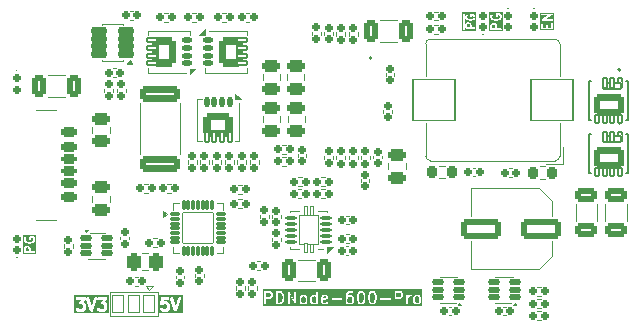
<source format=gbr>
%TF.GenerationSoftware,KiCad,Pcbnew,9.0.2*%
%TF.CreationDate,2026-02-05T18:46:00+01:00*%
%TF.ProjectId,PDNode-PDCard,50444e6f-6465-42d5-9044-436172642e6b,rev?*%
%TF.SameCoordinates,Original*%
%TF.FileFunction,Legend,Top*%
%TF.FilePolarity,Positive*%
%FSLAX46Y46*%
G04 Gerber Fmt 4.6, Leading zero omitted, Abs format (unit mm)*
G04 Created by KiCad (PCBNEW 9.0.2) date 2026-02-05 18:46:00*
%MOMM*%
%LPD*%
G01*
G04 APERTURE LIST*
G04 Aperture macros list*
%AMRoundRect*
0 Rectangle with rounded corners*
0 $1 Rounding radius*
0 $2 $3 $4 $5 $6 $7 $8 $9 X,Y pos of 4 corners*
0 Add a 4 corners polygon primitive as box body*
4,1,4,$2,$3,$4,$5,$6,$7,$8,$9,$2,$3,0*
0 Add four circle primitives for the rounded corners*
1,1,$1+$1,$2,$3*
1,1,$1+$1,$4,$5*
1,1,$1+$1,$6,$7*
1,1,$1+$1,$8,$9*
0 Add four rect primitives between the rounded corners*
20,1,$1+$1,$2,$3,$4,$5,0*
20,1,$1+$1,$4,$5,$6,$7,0*
20,1,$1+$1,$6,$7,$8,$9,0*
20,1,$1+$1,$8,$9,$2,$3,0*%
G04 Aperture macros list end*
%ADD10C,0.150000*%
%ADD11C,0.250000*%
%ADD12C,0.100000*%
%ADD13C,0.120000*%
%ADD14C,0.200000*%
%ADD15C,0.127000*%
%ADD16C,0.010000*%
%ADD17C,0.800000*%
%ADD18C,4.500000*%
%ADD19RoundRect,0.172500X0.197500X-0.172500X0.197500X0.172500X-0.197500X0.172500X-0.197500X-0.172500X0*%
%ADD20RoundRect,0.130000X0.270000X0.130000X-0.270000X0.130000X-0.270000X-0.130000X0.270000X-0.130000X0*%
%ADD21RoundRect,0.305625X0.713125X0.930731X-0.713125X0.930731X-0.713125X-0.930731X0.713125X-0.930731X0*%
%ADD22RoundRect,0.078000X0.409500X0.182000X-0.409500X0.182000X-0.409500X-0.182000X0.409500X-0.182000X0*%
%ADD23RoundRect,0.050000X1.775000X1.750000X-1.775000X1.750000X-1.775000X-1.750000X1.775000X-1.750000X0*%
%ADD24RoundRect,0.265625X1.446875X0.584375X-1.446875X0.584375X-1.446875X-0.584375X1.446875X-0.584375X0*%
%ADD25RoundRect,0.225000X0.225000X0.300000X-0.225000X0.300000X-0.225000X-0.300000X0.225000X-0.300000X0*%
%ADD26RoundRect,0.087500X-0.375000X-0.087500X0.375000X-0.087500X0.375000X0.087500X-0.375000X0.087500X0*%
%ADD27RoundRect,0.087500X-0.087500X-0.375000X0.087500X-0.375000X0.087500X0.375000X-0.087500X0.375000X0*%
%ADD28RoundRect,0.050000X-1.300000X-1.300000X1.300000X-1.300000X1.300000X1.300000X-1.300000X1.300000X0*%
%ADD29RoundRect,0.160000X0.160000X0.210000X-0.160000X0.210000X-0.160000X-0.210000X0.160000X-0.210000X0*%
%ADD30RoundRect,0.160000X0.210000X-0.160000X0.210000X0.160000X-0.210000X0.160000X-0.210000X-0.160000X0*%
%ADD31RoundRect,0.271739X-0.353261X-0.678261X0.353261X-0.678261X0.353261X0.678261X-0.353261X0.678261X0*%
%ADD32RoundRect,0.274390X-0.288110X-0.475610X0.288110X-0.475610X0.288110X0.475610X-0.288110X0.475610X0*%
%ADD33RoundRect,0.271739X-0.678261X0.353261X-0.678261X-0.353261X0.678261X-0.353261X0.678261X0.353261X0*%
%ADD34RoundRect,0.160000X-0.160000X-0.210000X0.160000X-0.210000X0.160000X0.210000X-0.160000X0.210000X0*%
%ADD35RoundRect,0.160000X-0.210000X0.160000X-0.210000X-0.160000X0.210000X-0.160000X0.210000X0.160000X0*%
%ADD36RoundRect,0.165000X-0.165000X-0.195000X0.165000X-0.195000X0.165000X0.195000X-0.165000X0.195000X0*%
%ADD37RoundRect,0.200000X-0.450000X0.200000X-0.450000X-0.200000X0.450000X-0.200000X0.450000X0.200000X0*%
%ADD38RoundRect,0.215000X0.435000X-0.215000X0.435000X0.215000X-0.435000X0.215000X-0.435000X-0.215000X0*%
%ADD39RoundRect,0.225000X0.425000X-0.225000X0.425000X0.225000X-0.425000X0.225000X-0.425000X-0.225000X0*%
%ADD40RoundRect,0.200000X0.450000X-0.200000X0.450000X0.200000X-0.450000X0.200000X-0.450000X-0.200000X0*%
%ADD41RoundRect,0.215000X-0.435000X0.215000X-0.435000X-0.215000X0.435000X-0.215000X0.435000X0.215000X0*%
%ADD42RoundRect,0.225000X-0.425000X0.225000X-0.425000X-0.225000X0.425000X-0.225000X0.425000X0.225000X0*%
%ADD43O,1.800000X1.200000*%
%ADD44RoundRect,0.165000X0.165000X0.195000X-0.165000X0.195000X-0.165000X-0.195000X0.165000X-0.195000X0*%
%ADD45RoundRect,0.275000X0.500000X-0.275000X0.500000X0.275000X-0.500000X0.275000X-0.500000X-0.275000X0*%
%ADD46RoundRect,0.165000X0.195000X-0.165000X0.195000X0.165000X-0.195000X0.165000X-0.195000X-0.165000X0*%
%ADD47RoundRect,0.050000X-0.350000X-2.150000X0.350000X-2.150000X0.350000X2.150000X-0.350000X2.150000X0*%
%ADD48RoundRect,0.050000X-0.350000X-1.600000X0.350000X-1.600000X0.350000X1.600000X-0.350000X1.600000X0*%
%ADD49RoundRect,0.050000X0.500000X0.750000X-0.500000X0.750000X-0.500000X-0.750000X0.500000X-0.750000X0*%
%ADD50RoundRect,0.225000X-0.225000X-0.300000X0.225000X-0.300000X0.225000X0.300000X-0.225000X0.300000X0*%
%ADD51RoundRect,0.095000X0.380000X0.095000X-0.380000X0.095000X-0.380000X-0.095000X0.380000X-0.095000X0*%
%ADD52RoundRect,0.050000X0.140000X0.350000X-0.140000X0.350000X-0.140000X-0.350000X0.140000X-0.350000X0*%
%ADD53RoundRect,0.050000X0.825000X1.200000X-0.825000X1.200000X-0.825000X-1.200000X0.825000X-1.200000X0*%
%ADD54RoundRect,0.271739X0.353261X0.678261X-0.353261X0.678261X-0.353261X-0.678261X0.353261X-0.678261X0*%
%ADD55RoundRect,0.165000X-0.195000X0.165000X-0.195000X-0.165000X0.195000X-0.165000X0.195000X0.165000X0*%
%ADD56RoundRect,0.125000X0.425000X0.125000X-0.425000X0.125000X-0.425000X-0.125000X0.425000X-0.125000X0*%
%ADD57RoundRect,0.125000X-0.425000X-0.125000X0.425000X-0.125000X0.425000X0.125000X-0.425000X0.125000X0*%
%ADD58RoundRect,0.066750X-0.155750X0.433250X-0.155750X-0.433250X0.155750X-0.433250X0.155750X0.433250X0*%
%ADD59RoundRect,0.097500X-0.777500X0.227500X-0.777500X-0.227500X0.777500X-0.227500X0.777500X0.227500X0*%
%ADD60RoundRect,0.066000X-0.154000X0.434000X-0.154000X-0.434000X0.154000X-0.434000X0.154000X0.434000X0*%
%ADD61RoundRect,0.282750X-1.017250X-0.659750X1.017250X-0.659750X1.017250X0.659750X-1.017250X0.659750X0*%
%ADD62RoundRect,0.066750X-0.155750X0.358250X-0.155750X-0.358250X0.155750X-0.358250X0.155750X0.358250X0*%
%ADD63RoundRect,0.066000X-0.154000X0.359000X-0.154000X-0.359000X0.154000X-0.359000X0.154000X0.359000X0*%
%ADD64RoundRect,0.275000X-0.500000X0.275000X-0.500000X-0.275000X0.500000X-0.275000X0.500000X0.275000X0*%
%ADD65RoundRect,0.172500X-0.197500X0.172500X-0.197500X-0.172500X0.197500X-0.172500X0.197500X0.172500X0*%
%ADD66RoundRect,0.130000X-0.130000X0.270000X-0.130000X-0.270000X0.130000X-0.270000X0.130000X0.270000X0*%
%ADD67RoundRect,0.305625X-0.930731X0.713125X-0.930731X-0.713125X0.930731X-0.713125X0.930731X0.713125X0*%
%ADD68RoundRect,0.078000X-0.182000X0.409500X-0.182000X-0.409500X0.182000X-0.409500X0.182000X0.409500X0*%
%ADD69RoundRect,0.150000X0.562500X0.150000X-0.562500X0.150000X-0.562500X-0.150000X0.562500X-0.150000X0*%
%ADD70RoundRect,0.130000X-0.270000X-0.130000X0.270000X-0.130000X0.270000X0.130000X-0.270000X0.130000X0*%
%ADD71RoundRect,0.305625X-0.713125X-0.930731X0.713125X-0.930731X0.713125X0.930731X-0.713125X0.930731X0*%
%ADD72RoundRect,0.078000X-0.409500X-0.182000X0.409500X-0.182000X0.409500X0.182000X-0.409500X0.182000X0*%
%ADD73RoundRect,0.270409X-1.454591X0.392091X-1.454591X-0.392091X1.454591X-0.392091X1.454591X0.392091X0*%
G04 APERTURE END LIST*
D10*
G36*
X41592725Y33871569D02*
G01*
X41613608Y33850686D01*
X41638342Y33801218D01*
X41638342Y33589161D01*
X41369295Y33589161D01*
X41369295Y33801218D01*
X41394029Y33850686D01*
X41414912Y33871570D01*
X41464381Y33896304D01*
X41543256Y33896304D01*
X41592725Y33871569D01*
G37*
G36*
X42258184Y33350272D02*
G01*
X41130406Y33350272D01*
X41130406Y33818923D01*
X41219295Y33818923D01*
X41219295Y33514161D01*
X41220736Y33499529D01*
X41231935Y33472493D01*
X41252627Y33451801D01*
X41279663Y33440602D01*
X41294295Y33439161D01*
X42094295Y33439161D01*
X42108927Y33440602D01*
X42135963Y33451801D01*
X42156655Y33472493D01*
X42167854Y33499529D01*
X42167854Y33528793D01*
X42156655Y33555829D01*
X42135963Y33576521D01*
X42108927Y33587720D01*
X42094295Y33589161D01*
X41788342Y33589161D01*
X41788342Y33818923D01*
X41786901Y33833555D01*
X41785869Y33836045D01*
X41785679Y33838732D01*
X41780424Y33852464D01*
X41742329Y33928654D01*
X41738364Y33934954D01*
X41737607Y33936781D01*
X41735918Y33938838D01*
X41734497Y33941097D01*
X41732998Y33942397D01*
X41728280Y33948146D01*
X41690185Y33986241D01*
X41684432Y33990962D01*
X41683136Y33992457D01*
X41680881Y33993877D01*
X41678820Y33995568D01*
X41676989Y33996327D01*
X41670693Y34000290D01*
X41594502Y34038386D01*
X41580771Y34043641D01*
X41578081Y34043833D01*
X41575593Y34044863D01*
X41560961Y34046304D01*
X41446676Y34046304D01*
X41432044Y34044863D01*
X41429555Y34043833D01*
X41426866Y34043641D01*
X41413134Y34038386D01*
X41336944Y34000290D01*
X41330647Y33996327D01*
X41328817Y33995568D01*
X41326755Y33993877D01*
X41324501Y33992457D01*
X41323204Y33990962D01*
X41317452Y33986241D01*
X41279357Y33948146D01*
X41274638Y33942397D01*
X41273140Y33941097D01*
X41271718Y33938838D01*
X41270030Y33936781D01*
X41269272Y33934954D01*
X41265308Y33928654D01*
X41227213Y33852464D01*
X41221958Y33838732D01*
X41221767Y33836045D01*
X41220736Y33833555D01*
X41219295Y33818923D01*
X41130406Y33818923D01*
X41130406Y34657018D01*
X41219295Y34657018D01*
X41219295Y34542732D01*
X41220024Y34535327D01*
X41219884Y34533352D01*
X41220474Y34530755D01*
X41220736Y34528100D01*
X41221494Y34526269D01*
X41223144Y34519015D01*
X41261239Y34404729D01*
X41267233Y34391304D01*
X41268998Y34389269D01*
X41270030Y34386778D01*
X41279357Y34375413D01*
X41355547Y34299223D01*
X41361297Y34294503D01*
X41362596Y34293006D01*
X41364850Y34291587D01*
X41366912Y34289895D01*
X41368744Y34289137D01*
X41375039Y34285174D01*
X41451230Y34247079D01*
X41452299Y34246670D01*
X41452735Y34246347D01*
X41458886Y34244149D01*
X41464962Y34241824D01*
X41465500Y34241786D01*
X41466580Y34241400D01*
X41618962Y34203304D01*
X41621498Y34202929D01*
X41622520Y34202506D01*
X41628032Y34201964D01*
X41633506Y34201154D01*
X41634598Y34201317D01*
X41637152Y34201065D01*
X41751438Y34201065D01*
X41753991Y34201317D01*
X41755084Y34201154D01*
X41760558Y34201964D01*
X41766070Y34202506D01*
X41767090Y34202929D01*
X41769629Y34203304D01*
X41922010Y34241400D01*
X41923089Y34241786D01*
X41923628Y34241824D01*
X41929703Y34244149D01*
X41935855Y34246347D01*
X41936290Y34246670D01*
X41937360Y34247079D01*
X42013550Y34285174D01*
X42019846Y34289138D01*
X42021676Y34289895D01*
X42023734Y34291585D01*
X42025993Y34293006D01*
X42027292Y34294505D01*
X42033042Y34299223D01*
X42109233Y34375413D01*
X42118560Y34386778D01*
X42119591Y34389269D01*
X42121357Y34391304D01*
X42127351Y34404729D01*
X42165446Y34519015D01*
X42167095Y34526269D01*
X42167854Y34528100D01*
X42168115Y34530755D01*
X42168706Y34533352D01*
X42168565Y34535327D01*
X42169295Y34542732D01*
X42169295Y34618923D01*
X42168565Y34626329D01*
X42168706Y34628303D01*
X42168115Y34630901D01*
X42167854Y34633555D01*
X42167095Y34635387D01*
X42165446Y34642640D01*
X42127351Y34756925D01*
X42121357Y34770351D01*
X42119592Y34772386D01*
X42118561Y34774876D01*
X42109233Y34786241D01*
X42071137Y34824337D01*
X42059772Y34833664D01*
X42032736Y34844863D01*
X42018104Y34846304D01*
X41751438Y34846304D01*
X41736806Y34844863D01*
X41709770Y34833664D01*
X41689078Y34812972D01*
X41677879Y34785936D01*
X41676438Y34771304D01*
X41676438Y34618923D01*
X41677879Y34604291D01*
X41689078Y34577255D01*
X41709770Y34556563D01*
X41736806Y34545364D01*
X41766070Y34545364D01*
X41793106Y34556563D01*
X41813798Y34577255D01*
X41824997Y34604291D01*
X41826438Y34618923D01*
X41826438Y34696304D01*
X41987038Y34696304D01*
X41990648Y34692694D01*
X42019295Y34606753D01*
X42019295Y34554902D01*
X41990648Y34468961D01*
X41935582Y34413896D01*
X41877642Y34384926D01*
X41742203Y34351065D01*
X41646387Y34351065D01*
X41510945Y34384926D01*
X41453006Y34413896D01*
X41397942Y34468960D01*
X41369295Y34554902D01*
X41369295Y34639313D01*
X41399472Y34699667D01*
X41404727Y34713399D01*
X41406801Y34742589D01*
X41397547Y34770350D01*
X41378374Y34792458D01*
X41352199Y34805545D01*
X41323009Y34807619D01*
X41295248Y34798365D01*
X41273140Y34779192D01*
X41265308Y34766749D01*
X41227213Y34690559D01*
X41221958Y34676827D01*
X41221767Y34674140D01*
X41220736Y34671650D01*
X41219295Y34657018D01*
X41130406Y34657018D01*
X41130406Y34935193D01*
X42258184Y34935193D01*
X42258184Y33350272D01*
G37*
G36*
X46583184Y33400272D02*
G01*
X45455406Y33400272D01*
X45455406Y33945113D01*
X45544295Y33945113D01*
X45544295Y33564161D01*
X45545736Y33549529D01*
X45556935Y33522493D01*
X45577627Y33501801D01*
X45604663Y33490602D01*
X45619295Y33489161D01*
X46419295Y33489161D01*
X46433927Y33490602D01*
X46460963Y33501801D01*
X46481655Y33522493D01*
X46492854Y33549529D01*
X46494295Y33564161D01*
X46494295Y33945113D01*
X46492854Y33959745D01*
X46481655Y33986781D01*
X46460963Y34007473D01*
X46433927Y34018672D01*
X46404663Y34018672D01*
X46377627Y34007473D01*
X46356935Y33986781D01*
X46345736Y33959745D01*
X46344295Y33945113D01*
X46344295Y33639161D01*
X46075247Y33639161D01*
X46075247Y33830827D01*
X46073806Y33845459D01*
X46062607Y33872495D01*
X46041915Y33893187D01*
X46014879Y33904386D01*
X45985615Y33904386D01*
X45958579Y33893187D01*
X45937887Y33872495D01*
X45926688Y33845459D01*
X45925247Y33830827D01*
X45925247Y33639161D01*
X45694295Y33639161D01*
X45694295Y33945113D01*
X45692854Y33959745D01*
X45681655Y33986781D01*
X45660963Y34007473D01*
X45633927Y34018672D01*
X45604663Y34018672D01*
X45577627Y34007473D01*
X45556935Y33986781D01*
X45545736Y33959745D01*
X45544295Y33945113D01*
X45455406Y33945113D01*
X45455406Y34293210D01*
X45544478Y34293210D01*
X45545736Y34283314D01*
X45545736Y34273339D01*
X45547565Y34268924D01*
X45548168Y34264180D01*
X45553118Y34255516D01*
X45556935Y34246303D01*
X45560313Y34242925D01*
X45562687Y34238771D01*
X45570576Y34232662D01*
X45577627Y34225611D01*
X45582043Y34223782D01*
X45585824Y34220854D01*
X45595447Y34218230D01*
X45604663Y34214412D01*
X45612145Y34213676D01*
X45614056Y34213154D01*
X45615531Y34213342D01*
X45619295Y34212971D01*
X46419295Y34212971D01*
X46433927Y34214412D01*
X46460963Y34225611D01*
X46481655Y34246303D01*
X46492854Y34273339D01*
X46492854Y34302603D01*
X46481655Y34329639D01*
X46460963Y34350331D01*
X46433927Y34361530D01*
X46419295Y34362971D01*
X45901711Y34362971D01*
X46456505Y34679996D01*
X46459588Y34682185D01*
X46460963Y34682754D01*
X46462362Y34684154D01*
X46468495Y34688506D01*
X46474603Y34696395D01*
X46481655Y34703446D01*
X46483485Y34707865D01*
X46486412Y34711644D01*
X46489036Y34721266D01*
X46492854Y34730482D01*
X46492854Y34735263D01*
X46494112Y34739875D01*
X46492854Y34749772D01*
X46492854Y34759746D01*
X46491024Y34764162D01*
X46490422Y34768905D01*
X46485471Y34777570D01*
X46481655Y34786782D01*
X46478276Y34790161D01*
X46475903Y34794314D01*
X46468013Y34800424D01*
X46460963Y34807474D01*
X46456546Y34809304D01*
X46452766Y34812231D01*
X46443142Y34814856D01*
X46433927Y34818673D01*
X46426444Y34819410D01*
X46424534Y34819931D01*
X46423058Y34819744D01*
X46419295Y34820114D01*
X45619295Y34820114D01*
X45604663Y34818673D01*
X45577627Y34807474D01*
X45556935Y34786782D01*
X45545736Y34759746D01*
X45545736Y34730482D01*
X45556935Y34703446D01*
X45577627Y34682754D01*
X45604663Y34671555D01*
X45619295Y34670114D01*
X46136879Y34670114D01*
X45582085Y34353089D01*
X45579001Y34350901D01*
X45577627Y34350331D01*
X45576227Y34348932D01*
X45570095Y34344579D01*
X45563985Y34336690D01*
X45556935Y34329639D01*
X45555105Y34325223D01*
X45552178Y34321442D01*
X45549553Y34311819D01*
X45545736Y34302603D01*
X45545736Y34297823D01*
X45544478Y34293210D01*
X45455406Y34293210D01*
X45455406Y34909003D01*
X46583184Y34909003D01*
X46583184Y33400272D01*
G37*
G36*
X2092725Y14996569D02*
G01*
X2113608Y14975686D01*
X2138342Y14926218D01*
X2138342Y14714161D01*
X1869295Y14714161D01*
X1869295Y14926218D01*
X1894029Y14975686D01*
X1914912Y14996570D01*
X1964381Y15021304D01*
X2043256Y15021304D01*
X2092725Y14996569D01*
G37*
G36*
X2758184Y14475272D02*
G01*
X1630406Y14475272D01*
X1630406Y14943923D01*
X1719295Y14943923D01*
X1719295Y14639161D01*
X1720736Y14624529D01*
X1731935Y14597493D01*
X1752627Y14576801D01*
X1779663Y14565602D01*
X1794295Y14564161D01*
X2594295Y14564161D01*
X2608927Y14565602D01*
X2635963Y14576801D01*
X2656655Y14597493D01*
X2667854Y14624529D01*
X2667854Y14653793D01*
X2656655Y14680829D01*
X2635963Y14701521D01*
X2608927Y14712720D01*
X2594295Y14714161D01*
X2288342Y14714161D01*
X2288342Y14943923D01*
X2286901Y14958555D01*
X2285869Y14961045D01*
X2285679Y14963732D01*
X2280424Y14977464D01*
X2242329Y15053654D01*
X2238364Y15059954D01*
X2237607Y15061781D01*
X2235918Y15063838D01*
X2234497Y15066097D01*
X2232998Y15067397D01*
X2228280Y15073146D01*
X2190185Y15111241D01*
X2184432Y15115962D01*
X2183136Y15117457D01*
X2180881Y15118877D01*
X2178820Y15120568D01*
X2176989Y15121327D01*
X2170693Y15125290D01*
X2094502Y15163386D01*
X2080771Y15168641D01*
X2078081Y15168833D01*
X2075593Y15169863D01*
X2060961Y15171304D01*
X1946676Y15171304D01*
X1932044Y15169863D01*
X1929555Y15168833D01*
X1926866Y15168641D01*
X1913134Y15163386D01*
X1836944Y15125290D01*
X1830647Y15121327D01*
X1828817Y15120568D01*
X1826755Y15118877D01*
X1824501Y15117457D01*
X1823204Y15115962D01*
X1817452Y15111241D01*
X1779357Y15073146D01*
X1774638Y15067397D01*
X1773140Y15066097D01*
X1771718Y15063838D01*
X1770030Y15061781D01*
X1769272Y15059954D01*
X1765308Y15053654D01*
X1727213Y14977464D01*
X1721958Y14963732D01*
X1721767Y14961045D01*
X1720736Y14958555D01*
X1719295Y14943923D01*
X1630406Y14943923D01*
X1630406Y15782018D01*
X1719295Y15782018D01*
X1719295Y15667732D01*
X1720024Y15660327D01*
X1719884Y15658352D01*
X1720474Y15655755D01*
X1720736Y15653100D01*
X1721494Y15651269D01*
X1723144Y15644015D01*
X1761239Y15529729D01*
X1767233Y15516304D01*
X1768998Y15514269D01*
X1770030Y15511778D01*
X1779357Y15500413D01*
X1855547Y15424223D01*
X1861297Y15419503D01*
X1862596Y15418006D01*
X1864850Y15416587D01*
X1866912Y15414895D01*
X1868744Y15414137D01*
X1875039Y15410174D01*
X1951230Y15372079D01*
X1952299Y15371670D01*
X1952735Y15371347D01*
X1958886Y15369149D01*
X1964962Y15366824D01*
X1965500Y15366786D01*
X1966580Y15366400D01*
X2118962Y15328304D01*
X2121498Y15327929D01*
X2122520Y15327506D01*
X2128032Y15326964D01*
X2133506Y15326154D01*
X2134598Y15326317D01*
X2137152Y15326065D01*
X2251438Y15326065D01*
X2253991Y15326317D01*
X2255084Y15326154D01*
X2260558Y15326964D01*
X2266070Y15327506D01*
X2267090Y15327929D01*
X2269629Y15328304D01*
X2422010Y15366400D01*
X2423089Y15366786D01*
X2423628Y15366824D01*
X2429703Y15369149D01*
X2435855Y15371347D01*
X2436290Y15371670D01*
X2437360Y15372079D01*
X2513550Y15410174D01*
X2519846Y15414138D01*
X2521676Y15414895D01*
X2523734Y15416585D01*
X2525993Y15418006D01*
X2527292Y15419505D01*
X2533042Y15424223D01*
X2609233Y15500413D01*
X2618560Y15511778D01*
X2619591Y15514269D01*
X2621357Y15516304D01*
X2627351Y15529729D01*
X2665446Y15644015D01*
X2667095Y15651269D01*
X2667854Y15653100D01*
X2668115Y15655755D01*
X2668706Y15658352D01*
X2668565Y15660327D01*
X2669295Y15667732D01*
X2669295Y15743923D01*
X2668565Y15751329D01*
X2668706Y15753303D01*
X2668115Y15755901D01*
X2667854Y15758555D01*
X2667095Y15760387D01*
X2665446Y15767640D01*
X2627351Y15881925D01*
X2621357Y15895351D01*
X2619592Y15897386D01*
X2618561Y15899876D01*
X2609233Y15911241D01*
X2571137Y15949337D01*
X2559772Y15958664D01*
X2532736Y15969863D01*
X2518104Y15971304D01*
X2251438Y15971304D01*
X2236806Y15969863D01*
X2209770Y15958664D01*
X2189078Y15937972D01*
X2177879Y15910936D01*
X2176438Y15896304D01*
X2176438Y15743923D01*
X2177879Y15729291D01*
X2189078Y15702255D01*
X2209770Y15681563D01*
X2236806Y15670364D01*
X2266070Y15670364D01*
X2293106Y15681563D01*
X2313798Y15702255D01*
X2324997Y15729291D01*
X2326438Y15743923D01*
X2326438Y15821304D01*
X2487038Y15821304D01*
X2490648Y15817694D01*
X2519295Y15731753D01*
X2519295Y15679902D01*
X2490648Y15593961D01*
X2435582Y15538896D01*
X2377642Y15509926D01*
X2242203Y15476065D01*
X2146387Y15476065D01*
X2010945Y15509926D01*
X1953006Y15538896D01*
X1897942Y15593960D01*
X1869295Y15679902D01*
X1869295Y15764313D01*
X1899472Y15824667D01*
X1904727Y15838399D01*
X1906801Y15867589D01*
X1897547Y15895350D01*
X1878374Y15917458D01*
X1852199Y15930545D01*
X1823009Y15932619D01*
X1795248Y15923365D01*
X1773140Y15904192D01*
X1765308Y15891749D01*
X1727213Y15815559D01*
X1721958Y15801827D01*
X1721767Y15799140D01*
X1720736Y15796650D01*
X1719295Y15782018D01*
X1630406Y15782018D01*
X1630406Y16060193D01*
X2758184Y16060193D01*
X2758184Y14475272D01*
G37*
G36*
X39437104Y33920380D02*
G01*
X39453226Y33904259D01*
X39473200Y33864312D01*
X39473200Y33690351D01*
X39256533Y33690351D01*
X39256533Y33864313D01*
X39276505Y33904257D01*
X39292627Y33920379D01*
X39332571Y33940351D01*
X39397161Y33940351D01*
X39437104Y33920380D01*
G37*
G36*
X40034311Y33367347D02*
G01*
X38834422Y33367347D01*
X38834422Y34778684D01*
X38912200Y34778684D01*
X38912200Y33518684D01*
X38913641Y33504052D01*
X38924840Y33477016D01*
X38945532Y33456324D01*
X38972568Y33445125D01*
X39001832Y33445125D01*
X39028868Y33456324D01*
X39049560Y33477016D01*
X39060759Y33504052D01*
X39062200Y33518684D01*
X39062200Y33882018D01*
X39106533Y33882018D01*
X39106533Y33615351D01*
X39107974Y33600719D01*
X39119173Y33573683D01*
X39139865Y33552991D01*
X39166901Y33541792D01*
X39181533Y33540351D01*
X39881533Y33540351D01*
X39896165Y33541792D01*
X39923201Y33552991D01*
X39943893Y33573683D01*
X39955092Y33600719D01*
X39955092Y33629983D01*
X39943893Y33657019D01*
X39923201Y33677711D01*
X39896165Y33688910D01*
X39881533Y33690351D01*
X39623200Y33690351D01*
X39623200Y33882018D01*
X39621759Y33896650D01*
X39620726Y33899142D01*
X39620536Y33901828D01*
X39615282Y33915560D01*
X39581948Y33982226D01*
X39577984Y33988523D01*
X39577227Y33990351D01*
X39575536Y33992411D01*
X39574115Y33994669D01*
X39572617Y33995968D01*
X39567900Y34001716D01*
X39534567Y34035050D01*
X39528815Y34039771D01*
X39527517Y34041268D01*
X39525261Y34042688D01*
X39523202Y34044378D01*
X39521371Y34045137D01*
X39515074Y34049100D01*
X39448407Y34082433D01*
X39434675Y34087688D01*
X39431987Y34087879D01*
X39429498Y34088910D01*
X39414866Y34090351D01*
X39314866Y34090351D01*
X39300234Y34088910D01*
X39297744Y34087879D01*
X39295057Y34087688D01*
X39281325Y34082433D01*
X39214659Y34049100D01*
X39208359Y34045136D01*
X39206532Y34044378D01*
X39204475Y34042690D01*
X39202216Y34041268D01*
X39200916Y34039770D01*
X39195167Y34035051D01*
X39161833Y34001717D01*
X39157112Y33995965D01*
X39155617Y33994668D01*
X39154197Y33992414D01*
X39152506Y33990352D01*
X39151747Y33988522D01*
X39147784Y33982225D01*
X39114451Y33915559D01*
X39109196Y33901827D01*
X39109005Y33899140D01*
X39107974Y33896650D01*
X39106533Y33882018D01*
X39062200Y33882018D01*
X39062200Y34615351D01*
X39106533Y34615351D01*
X39106533Y34515351D01*
X39107262Y34507946D01*
X39107122Y34505971D01*
X39107712Y34503374D01*
X39107974Y34500719D01*
X39108732Y34498888D01*
X39110382Y34491634D01*
X39143715Y34391634D01*
X39149709Y34378209D01*
X39151474Y34376174D01*
X39152506Y34373683D01*
X39161833Y34362318D01*
X39228500Y34295651D01*
X39234252Y34290931D01*
X39235550Y34289434D01*
X39237805Y34288015D01*
X39239865Y34286324D01*
X39241694Y34285567D01*
X39247992Y34281602D01*
X39314660Y34248269D01*
X39315727Y34247861D01*
X39316164Y34247537D01*
X39322315Y34245339D01*
X39328391Y34243014D01*
X39328930Y34242976D01*
X39330010Y34242590D01*
X39463343Y34209257D01*
X39465879Y34208882D01*
X39466901Y34208459D01*
X39472413Y34207917D01*
X39477887Y34207107D01*
X39478979Y34207270D01*
X39481533Y34207018D01*
X39581533Y34207018D01*
X39584086Y34207270D01*
X39585178Y34207107D01*
X39590650Y34207916D01*
X39596165Y34208459D01*
X39597186Y34208883D01*
X39599723Y34209257D01*
X39733056Y34242590D01*
X39734135Y34242976D01*
X39734675Y34243014D01*
X39740764Y34245345D01*
X39746901Y34247537D01*
X39747335Y34247859D01*
X39748407Y34248269D01*
X39815074Y34281602D01*
X39821373Y34285567D01*
X39823201Y34286324D01*
X39825257Y34288013D01*
X39827517Y34289434D01*
X39828816Y34290933D01*
X39834566Y34295651D01*
X39901233Y34362318D01*
X39910560Y34373683D01*
X39911591Y34376174D01*
X39913357Y34378209D01*
X39919351Y34391634D01*
X39952684Y34491634D01*
X39954333Y34498888D01*
X39955092Y34500719D01*
X39955353Y34503374D01*
X39955944Y34505971D01*
X39955803Y34507946D01*
X39956533Y34515351D01*
X39956533Y34582018D01*
X39955803Y34589424D01*
X39955944Y34591398D01*
X39955353Y34593996D01*
X39955092Y34596650D01*
X39954333Y34598482D01*
X39952684Y34605735D01*
X39919351Y34705735D01*
X39913357Y34719160D01*
X39911591Y34721196D01*
X39910560Y34723686D01*
X39901232Y34735052D01*
X39867898Y34768385D01*
X39856533Y34777712D01*
X39845334Y34782351D01*
X39829498Y34788910D01*
X39814866Y34790351D01*
X39581533Y34790351D01*
X39566901Y34788910D01*
X39539865Y34777711D01*
X39519173Y34757019D01*
X39507974Y34729983D01*
X39506533Y34715351D01*
X39506533Y34582018D01*
X39507974Y34567386D01*
X39519173Y34540350D01*
X39539865Y34519658D01*
X39566901Y34508459D01*
X39596165Y34508459D01*
X39623201Y34519658D01*
X39643893Y34540350D01*
X39655092Y34567386D01*
X39656533Y34582018D01*
X39656533Y34640351D01*
X39783032Y34640351D01*
X39806533Y34569849D01*
X39806533Y34527521D01*
X39782647Y34455865D01*
X39737105Y34410323D01*
X39688690Y34386116D01*
X39572299Y34357018D01*
X39490767Y34357018D01*
X39374375Y34386116D01*
X39325959Y34410324D01*
X39280418Y34455865D01*
X39256533Y34527521D01*
X39256533Y34597647D01*
X39281948Y34648478D01*
X39287203Y34662209D01*
X39289277Y34691399D01*
X39280023Y34719161D01*
X39260850Y34741268D01*
X39234675Y34754355D01*
X39205485Y34756429D01*
X39177724Y34747175D01*
X39155616Y34728002D01*
X39147784Y34715559D01*
X39114451Y34648892D01*
X39109196Y34635160D01*
X39109005Y34632473D01*
X39107974Y34629983D01*
X39106533Y34615351D01*
X39062200Y34615351D01*
X39062200Y34778684D01*
X39060759Y34793316D01*
X39049560Y34820352D01*
X39028868Y34841044D01*
X39001832Y34852243D01*
X38972568Y34852243D01*
X38945532Y34841044D01*
X38924840Y34820352D01*
X38913641Y34793316D01*
X38912200Y34778684D01*
X38834422Y34778684D01*
X38834422Y34930021D01*
X40034311Y34930021D01*
X40034311Y33367347D01*
G37*
G36*
X23477217Y11167010D02*
G01*
X23551330Y11092897D01*
X23589823Y11015910D01*
X23633207Y10842376D01*
X23633207Y10717987D01*
X23589823Y10544453D01*
X23551329Y10467466D01*
X23477217Y10393353D01*
X23362704Y10355181D01*
X23211779Y10355181D01*
X23211779Y11205181D01*
X23362704Y11205181D01*
X23477217Y11167010D01*
G37*
G36*
X25520923Y10837590D02*
G01*
X25551330Y10807183D01*
X25585588Y10738667D01*
X25585588Y10488363D01*
X25551329Y10419847D01*
X25520922Y10389439D01*
X25452407Y10355181D01*
X25344960Y10355181D01*
X25276444Y10389439D01*
X25246037Y10419847D01*
X25211779Y10488363D01*
X25211779Y10738667D01*
X25246037Y10807183D01*
X25276444Y10837590D01*
X25344960Y10871848D01*
X25452407Y10871848D01*
X25520923Y10837590D01*
G37*
G36*
X26442731Y10852877D02*
G01*
X26442731Y10374153D01*
X26404788Y10355181D01*
X26249722Y10355181D01*
X26181206Y10389439D01*
X26150799Y10419847D01*
X26116541Y10488363D01*
X26116541Y10738667D01*
X26150799Y10807183D01*
X26181206Y10837590D01*
X26249722Y10871848D01*
X26404788Y10871848D01*
X26442731Y10852877D01*
G37*
G36*
X27318972Y10843328D02*
G01*
X27347493Y10786286D01*
X27347493Y10770238D01*
X27021303Y10705001D01*
X27021303Y10786286D01*
X27049823Y10843328D01*
X27106865Y10871848D01*
X27261931Y10871848D01*
X27318972Y10843328D01*
G37*
G36*
X29473304Y10789971D02*
G01*
X29503711Y10759564D01*
X29537969Y10691048D01*
X29537969Y10488363D01*
X29503710Y10419847D01*
X29473303Y10389439D01*
X29404788Y10355181D01*
X29249722Y10355181D01*
X29181206Y10389439D01*
X29150799Y10419847D01*
X29116541Y10488363D01*
X29116541Y10691048D01*
X29150799Y10759564D01*
X29181206Y10789971D01*
X29249722Y10824229D01*
X29404788Y10824229D01*
X29473304Y10789971D01*
G37*
G36*
X30378066Y11170923D02*
G01*
X30408473Y11140516D01*
X30446966Y11063529D01*
X30490350Y10889995D01*
X30490350Y10670368D01*
X30446966Y10496834D01*
X30408472Y10419847D01*
X30378065Y10389439D01*
X30309550Y10355181D01*
X30249722Y10355181D01*
X30181206Y10389439D01*
X30150799Y10419847D01*
X30112305Y10496834D01*
X30068922Y10670368D01*
X30068922Y10889995D01*
X30112305Y11063529D01*
X30150799Y11140516D01*
X30181206Y11170923D01*
X30249722Y11205181D01*
X30309550Y11205181D01*
X30378066Y11170923D01*
G37*
G36*
X31330447Y11170923D02*
G01*
X31360854Y11140516D01*
X31399347Y11063529D01*
X31442731Y10889995D01*
X31442731Y10670368D01*
X31399347Y10496834D01*
X31360853Y10419847D01*
X31330446Y10389439D01*
X31261931Y10355181D01*
X31202103Y10355181D01*
X31133587Y10389439D01*
X31103180Y10419847D01*
X31064686Y10496834D01*
X31021303Y10670368D01*
X31021303Y10889995D01*
X31064686Y11063529D01*
X31103180Y11140516D01*
X31133587Y11170923D01*
X31202103Y11205181D01*
X31261931Y11205181D01*
X31330447Y11170923D01*
G37*
G36*
X35139971Y10837590D02*
G01*
X35170378Y10807183D01*
X35204636Y10738667D01*
X35204636Y10488363D01*
X35170377Y10419847D01*
X35139970Y10389439D01*
X35071455Y10355181D01*
X34964008Y10355181D01*
X34895492Y10389439D01*
X34865085Y10419847D01*
X34830827Y10488363D01*
X34830827Y10738667D01*
X34865085Y10807183D01*
X34895492Y10837590D01*
X34964008Y10871848D01*
X35071455Y10871848D01*
X35139971Y10837590D01*
G37*
G36*
X22568542Y11170923D02*
G01*
X22598949Y11140516D01*
X22633207Y11072000D01*
X22633207Y10964553D01*
X22598949Y10896037D01*
X22568542Y10865630D01*
X22500026Y10831372D01*
X22211779Y10831372D01*
X22211779Y11205181D01*
X22500026Y11205181D01*
X22568542Y11170923D01*
G37*
G36*
X33616161Y11170923D02*
G01*
X33646568Y11140516D01*
X33680826Y11072000D01*
X33680826Y10964553D01*
X33646568Y10896037D01*
X33616161Y10865630D01*
X33547645Y10831372D01*
X33259398Y10831372D01*
X33259398Y11205181D01*
X33547645Y11205181D01*
X33616161Y11170923D01*
G37*
G36*
X35465747Y10094070D02*
G01*
X21950668Y10094070D01*
X21950668Y11280181D01*
X22061779Y11280181D01*
X22061779Y10280181D01*
X22063220Y10265549D01*
X22074419Y10238513D01*
X22095111Y10217821D01*
X22122147Y10206622D01*
X22151411Y10206622D01*
X22178447Y10217821D01*
X22199139Y10238513D01*
X22210338Y10265549D01*
X22211779Y10280181D01*
X22211779Y10681372D01*
X22517731Y10681372D01*
X22532363Y10682813D01*
X22534852Y10683845D01*
X22537540Y10684035D01*
X22551272Y10689290D01*
X22646510Y10736909D01*
X22652809Y10740874D01*
X22654637Y10741631D01*
X22656693Y10743320D01*
X22658953Y10744741D01*
X22660252Y10746240D01*
X22666002Y10750958D01*
X22713621Y10798577D01*
X22718339Y10804327D01*
X22719838Y10805626D01*
X22721259Y10807886D01*
X22722948Y10809942D01*
X22723705Y10811770D01*
X22727670Y10818069D01*
X22775289Y10913307D01*
X22780544Y10927038D01*
X22780735Y10929728D01*
X22781766Y10932216D01*
X22783207Y10946848D01*
X22783207Y11089705D01*
X22781766Y11104337D01*
X22780735Y11106826D01*
X22780544Y11109515D01*
X22775289Y11123246D01*
X22727670Y11218484D01*
X22723705Y11224784D01*
X22722948Y11226611D01*
X22721259Y11228668D01*
X22719838Y11230927D01*
X22718339Y11232227D01*
X22713621Y11237976D01*
X22671416Y11280181D01*
X23061779Y11280181D01*
X23061779Y10280181D01*
X23063220Y10265549D01*
X23074419Y10238513D01*
X23095111Y10217821D01*
X23122147Y10206622D01*
X23136779Y10205181D01*
X23374874Y10205181D01*
X23382279Y10205911D01*
X23384254Y10205770D01*
X23386851Y10206361D01*
X23389506Y10206622D01*
X23391337Y10207381D01*
X23398591Y10209030D01*
X23541448Y10256649D01*
X23554873Y10262643D01*
X23556908Y10264409D01*
X23559399Y10265440D01*
X23570764Y10274767D01*
X23666003Y10370007D01*
X23670720Y10375756D01*
X23672219Y10377055D01*
X23673640Y10379314D01*
X23675330Y10381372D01*
X23676087Y10383202D01*
X23680051Y10389498D01*
X23727670Y10484736D01*
X23728079Y10485806D01*
X23728402Y10486241D01*
X23730594Y10492378D01*
X23732925Y10498467D01*
X23732963Y10499008D01*
X23733349Y10500087D01*
X23780968Y10690563D01*
X23781343Y10693100D01*
X23781766Y10694121D01*
X23782308Y10699634D01*
X23783118Y10705107D01*
X23782955Y10706200D01*
X23783207Y10708753D01*
X23783207Y10851610D01*
X23782955Y10854164D01*
X23783118Y10855256D01*
X23782308Y10860730D01*
X23781766Y10866242D01*
X23781343Y10867264D01*
X23780968Y10869800D01*
X23733349Y11060276D01*
X23732963Y11061356D01*
X23732925Y11061896D01*
X23730594Y11067986D01*
X23728402Y11074122D01*
X23728079Y11074558D01*
X23727670Y11075627D01*
X23680051Y11170865D01*
X23676088Y11177160D01*
X23675330Y11178992D01*
X23673638Y11181054D01*
X23672219Y11183308D01*
X23670722Y11184607D01*
X23666002Y11190357D01*
X23576178Y11280181D01*
X24061779Y11280181D01*
X24061779Y10280181D01*
X24063220Y10265549D01*
X24074419Y10238513D01*
X24095111Y10217821D01*
X24122147Y10206622D01*
X24151411Y10206622D01*
X24178447Y10217821D01*
X24199139Y10238513D01*
X24210338Y10265549D01*
X24211779Y10280181D01*
X24211779Y10997765D01*
X24643089Y10242970D01*
X24645278Y10239886D01*
X24645847Y10238513D01*
X24647244Y10237116D01*
X24651599Y10230981D01*
X24659487Y10224873D01*
X24666539Y10217821D01*
X24670957Y10215991D01*
X24674737Y10213064D01*
X24684358Y10210440D01*
X24693575Y10206622D01*
X24698356Y10206622D01*
X24702968Y10205364D01*
X24712865Y10206622D01*
X24722839Y10206622D01*
X24727254Y10208452D01*
X24731998Y10209054D01*
X24740662Y10214005D01*
X24749875Y10217821D01*
X24753253Y10221200D01*
X24757407Y10223573D01*
X24763516Y10231463D01*
X24770567Y10238513D01*
X24772396Y10242930D01*
X24775324Y10246710D01*
X24777948Y10256334D01*
X24781766Y10265549D01*
X24782502Y10273032D01*
X24783024Y10274942D01*
X24782836Y10276418D01*
X24783207Y10280181D01*
X24783207Y10756372D01*
X25061779Y10756372D01*
X25061779Y10470658D01*
X25063220Y10456026D01*
X25064251Y10453537D01*
X25064442Y10450849D01*
X25069697Y10437117D01*
X25117316Y10341879D01*
X25121279Y10335583D01*
X25122037Y10333753D01*
X25123726Y10331695D01*
X25125148Y10329436D01*
X25126646Y10328137D01*
X25131364Y10322388D01*
X25178983Y10274768D01*
X25184732Y10270050D01*
X25186033Y10268550D01*
X25188292Y10267128D01*
X25190349Y10265440D01*
X25192176Y10264683D01*
X25198476Y10260718D01*
X25293714Y10213099D01*
X25307445Y10207844D01*
X25310134Y10207653D01*
X25312623Y10206622D01*
X25327255Y10205181D01*
X25470112Y10205181D01*
X25484744Y10206622D01*
X25487233Y10207654D01*
X25489921Y10207844D01*
X25503653Y10213099D01*
X25598891Y10260718D01*
X25605190Y10264683D01*
X25607018Y10265440D01*
X25609074Y10267128D01*
X25611334Y10268550D01*
X25612634Y10270050D01*
X25618384Y10274768D01*
X25666002Y10322387D01*
X25670720Y10328137D01*
X25672219Y10329436D01*
X25673640Y10331695D01*
X25675330Y10333753D01*
X25676087Y10335583D01*
X25680051Y10341879D01*
X25727670Y10437117D01*
X25732925Y10450848D01*
X25733116Y10453538D01*
X25734147Y10456026D01*
X25735588Y10470658D01*
X25735588Y10756372D01*
X25966541Y10756372D01*
X25966541Y10470658D01*
X25967982Y10456026D01*
X25969013Y10453537D01*
X25969204Y10450849D01*
X25974459Y10437117D01*
X26022078Y10341879D01*
X26026041Y10335583D01*
X26026799Y10333753D01*
X26028488Y10331695D01*
X26029910Y10329436D01*
X26031408Y10328137D01*
X26036126Y10322388D01*
X26083745Y10274768D01*
X26089494Y10270050D01*
X26090795Y10268550D01*
X26093054Y10267128D01*
X26095111Y10265440D01*
X26096938Y10264683D01*
X26103238Y10260718D01*
X26198476Y10213099D01*
X26212207Y10207844D01*
X26214896Y10207653D01*
X26217385Y10206622D01*
X26232017Y10205181D01*
X26422493Y10205181D01*
X26437125Y10206622D01*
X26439614Y10207654D01*
X26442302Y10207844D01*
X26456034Y10213099D01*
X26472534Y10221350D01*
X26476063Y10217821D01*
X26503099Y10206622D01*
X26532363Y10206622D01*
X26559399Y10217821D01*
X26580091Y10238513D01*
X26591290Y10265549D01*
X26592731Y10280181D01*
X26592731Y10803991D01*
X26871303Y10803991D01*
X26871303Y10423039D01*
X26872744Y10408407D01*
X26873775Y10405918D01*
X26873966Y10403230D01*
X26879221Y10389498D01*
X26926840Y10294259D01*
X26928380Y10291813D01*
X26928765Y10290658D01*
X26930011Y10289221D01*
X26934672Y10281817D01*
X26941774Y10275658D01*
X26947938Y10268550D01*
X26955343Y10263889D01*
X26956780Y10262643D01*
X26957933Y10262259D01*
X26960381Y10260718D01*
X27055619Y10213099D01*
X27069350Y10207844D01*
X27072039Y10207653D01*
X27074528Y10206622D01*
X27089160Y10205181D01*
X27279636Y10205181D01*
X27294268Y10206622D01*
X27296757Y10207654D01*
X27299445Y10207844D01*
X27313177Y10213099D01*
X27408415Y10260718D01*
X27420858Y10268550D01*
X27440031Y10290658D01*
X27449285Y10318419D01*
X27447211Y10347609D01*
X27434123Y10373784D01*
X27412016Y10392957D01*
X27384254Y10402211D01*
X27355064Y10400137D01*
X27341333Y10394882D01*
X27261931Y10355181D01*
X27106865Y10355181D01*
X27049823Y10383702D01*
X27021303Y10440744D01*
X27021303Y10552030D01*
X27437201Y10635209D01*
X27451267Y10639492D01*
X27457372Y10643581D01*
X27464161Y10646393D01*
X27469413Y10651646D01*
X27475581Y10655776D01*
X27479655Y10661887D01*
X27484853Y10667085D01*
X27487696Y10673949D01*
X27488907Y10675766D01*
X27777506Y10675766D01*
X27777506Y10646502D01*
X27788705Y10619466D01*
X27809397Y10598774D01*
X27836433Y10587575D01*
X27851065Y10586134D01*
X28612970Y10586134D01*
X28627602Y10587575D01*
X28654638Y10598774D01*
X28675330Y10619466D01*
X28686529Y10646502D01*
X28686529Y10675766D01*
X28675330Y10702802D01*
X28654638Y10723494D01*
X28627602Y10734693D01*
X28612970Y10736134D01*
X27851065Y10736134D01*
X27836433Y10734693D01*
X27809397Y10723494D01*
X27788705Y10702802D01*
X27777506Y10675766D01*
X27488907Y10675766D01*
X27491813Y10680124D01*
X27493238Y10687330D01*
X27496052Y10694121D01*
X27497493Y10708753D01*
X27497493Y10803991D01*
X27496052Y10818623D01*
X27495021Y10821112D01*
X27494830Y10823801D01*
X27489575Y10837532D01*
X27482536Y10851610D01*
X28966541Y10851610D01*
X28966541Y10470658D01*
X28967982Y10456026D01*
X28969013Y10453537D01*
X28969204Y10450849D01*
X28974459Y10437117D01*
X29022078Y10341879D01*
X29026041Y10335583D01*
X29026799Y10333753D01*
X29028488Y10331695D01*
X29029910Y10329436D01*
X29031408Y10328137D01*
X29036126Y10322388D01*
X29083745Y10274768D01*
X29089494Y10270050D01*
X29090795Y10268550D01*
X29093054Y10267128D01*
X29095111Y10265440D01*
X29096938Y10264683D01*
X29103238Y10260718D01*
X29198476Y10213099D01*
X29212207Y10207844D01*
X29214896Y10207653D01*
X29217385Y10206622D01*
X29232017Y10205181D01*
X29422493Y10205181D01*
X29437125Y10206622D01*
X29439614Y10207654D01*
X29442302Y10207844D01*
X29456034Y10213099D01*
X29551272Y10260718D01*
X29557571Y10264683D01*
X29559399Y10265440D01*
X29561455Y10267128D01*
X29563715Y10268550D01*
X29565015Y10270050D01*
X29570765Y10274768D01*
X29618383Y10322387D01*
X29623101Y10328137D01*
X29624600Y10329436D01*
X29626021Y10331695D01*
X29627711Y10333753D01*
X29628468Y10335583D01*
X29632432Y10341879D01*
X29680051Y10437117D01*
X29685306Y10450848D01*
X29685497Y10453538D01*
X29686528Y10456026D01*
X29687969Y10470658D01*
X29687969Y10708753D01*
X29686528Y10723385D01*
X29685497Y10725874D01*
X29685306Y10728563D01*
X29680051Y10742294D01*
X29632432Y10837532D01*
X29628467Y10843832D01*
X29627710Y10845659D01*
X29626021Y10847716D01*
X29624600Y10849975D01*
X29623101Y10851275D01*
X29618383Y10857024D01*
X29576178Y10899229D01*
X29918922Y10899229D01*
X29918922Y10661134D01*
X29919173Y10658581D01*
X29919011Y10657488D01*
X29919820Y10652015D01*
X29920363Y10646502D01*
X29920785Y10645481D01*
X29921161Y10642944D01*
X29968780Y10452468D01*
X29969165Y10451389D01*
X29969204Y10450849D01*
X29971531Y10444768D01*
X29973727Y10438622D01*
X29974049Y10438187D01*
X29974459Y10437117D01*
X30022078Y10341879D01*
X30026041Y10335583D01*
X30026799Y10333753D01*
X30028488Y10331695D01*
X30029910Y10329436D01*
X30031408Y10328137D01*
X30036126Y10322388D01*
X30083745Y10274768D01*
X30089494Y10270050D01*
X30090795Y10268550D01*
X30093054Y10267128D01*
X30095111Y10265440D01*
X30096938Y10264683D01*
X30103238Y10260718D01*
X30198476Y10213099D01*
X30212207Y10207844D01*
X30214896Y10207653D01*
X30217385Y10206622D01*
X30232017Y10205181D01*
X30327255Y10205181D01*
X30341887Y10206622D01*
X30344376Y10207654D01*
X30347064Y10207844D01*
X30360796Y10213099D01*
X30456034Y10260718D01*
X30462333Y10264683D01*
X30464161Y10265440D01*
X30466217Y10267128D01*
X30468477Y10268550D01*
X30469777Y10270050D01*
X30475527Y10274768D01*
X30523145Y10322387D01*
X30527863Y10328137D01*
X30529362Y10329436D01*
X30530783Y10331695D01*
X30532473Y10333753D01*
X30533230Y10335583D01*
X30537194Y10341879D01*
X30584813Y10437117D01*
X30585222Y10438187D01*
X30585545Y10438622D01*
X30587737Y10444759D01*
X30590068Y10450848D01*
X30590106Y10451389D01*
X30590492Y10452468D01*
X30638111Y10642944D01*
X30638486Y10645481D01*
X30638909Y10646502D01*
X30639451Y10652015D01*
X30640261Y10657488D01*
X30640098Y10658581D01*
X30640350Y10661134D01*
X30640350Y10899229D01*
X30871303Y10899229D01*
X30871303Y10661134D01*
X30871554Y10658581D01*
X30871392Y10657488D01*
X30872201Y10652015D01*
X30872744Y10646502D01*
X30873166Y10645481D01*
X30873542Y10642944D01*
X30921161Y10452468D01*
X30921546Y10451389D01*
X30921585Y10450849D01*
X30923912Y10444768D01*
X30926108Y10438622D01*
X30926430Y10438187D01*
X30926840Y10437117D01*
X30974459Y10341879D01*
X30978422Y10335583D01*
X30979180Y10333753D01*
X30980869Y10331695D01*
X30982291Y10329436D01*
X30983789Y10328137D01*
X30988507Y10322388D01*
X31036126Y10274768D01*
X31041875Y10270050D01*
X31043176Y10268550D01*
X31045435Y10267128D01*
X31047492Y10265440D01*
X31049319Y10264683D01*
X31055619Y10260718D01*
X31150857Y10213099D01*
X31164588Y10207844D01*
X31167277Y10207653D01*
X31169766Y10206622D01*
X31184398Y10205181D01*
X31279636Y10205181D01*
X31294268Y10206622D01*
X31296757Y10207654D01*
X31299445Y10207844D01*
X31313177Y10213099D01*
X31408415Y10260718D01*
X31414714Y10264683D01*
X31416542Y10265440D01*
X31418598Y10267128D01*
X31420858Y10268550D01*
X31422158Y10270050D01*
X31427908Y10274768D01*
X31475526Y10322387D01*
X31480244Y10328137D01*
X31481743Y10329436D01*
X31483164Y10331695D01*
X31484854Y10333753D01*
X31485611Y10335583D01*
X31489575Y10341879D01*
X31537194Y10437117D01*
X31537603Y10438187D01*
X31537926Y10438622D01*
X31540118Y10444759D01*
X31542449Y10450848D01*
X31542487Y10451389D01*
X31542873Y10452468D01*
X31590492Y10642944D01*
X31590867Y10645481D01*
X31591290Y10646502D01*
X31591832Y10652015D01*
X31592642Y10657488D01*
X31592479Y10658581D01*
X31592731Y10661134D01*
X31592731Y10675766D01*
X31872744Y10675766D01*
X31872744Y10646502D01*
X31883943Y10619466D01*
X31904635Y10598774D01*
X31931671Y10587575D01*
X31946303Y10586134D01*
X32708208Y10586134D01*
X32722840Y10587575D01*
X32749876Y10598774D01*
X32770568Y10619466D01*
X32781767Y10646502D01*
X32781767Y10675766D01*
X32770568Y10702802D01*
X32749876Y10723494D01*
X32722840Y10734693D01*
X32708208Y10736134D01*
X31946303Y10736134D01*
X31931671Y10734693D01*
X31904635Y10723494D01*
X31883943Y10702802D01*
X31872744Y10675766D01*
X31592731Y10675766D01*
X31592731Y10899229D01*
X31592479Y10901783D01*
X31592642Y10902875D01*
X31591832Y10908349D01*
X31591290Y10913861D01*
X31590867Y10914883D01*
X31590492Y10917419D01*
X31542873Y11107895D01*
X31542487Y11108975D01*
X31542449Y11109515D01*
X31540118Y11115605D01*
X31537926Y11121741D01*
X31537603Y11122177D01*
X31537194Y11123246D01*
X31489575Y11218484D01*
X31485610Y11224784D01*
X31484853Y11226611D01*
X31483164Y11228668D01*
X31481743Y11230927D01*
X31480244Y11232227D01*
X31475526Y11237976D01*
X31433321Y11280181D01*
X33109398Y11280181D01*
X33109398Y10280181D01*
X33110839Y10265549D01*
X33122038Y10238513D01*
X33142730Y10217821D01*
X33169766Y10206622D01*
X33199030Y10206622D01*
X33226066Y10217821D01*
X33246758Y10238513D01*
X33257957Y10265549D01*
X33259398Y10280181D01*
X33259398Y10681372D01*
X33565350Y10681372D01*
X33579982Y10682813D01*
X33582471Y10683845D01*
X33585159Y10684035D01*
X33598891Y10689290D01*
X33694129Y10736909D01*
X33700428Y10740874D01*
X33702256Y10741631D01*
X33704312Y10743320D01*
X33706572Y10744741D01*
X33707871Y10746240D01*
X33713621Y10750958D01*
X33761240Y10798577D01*
X33765958Y10804327D01*
X33767457Y10805626D01*
X33768878Y10807886D01*
X33770567Y10809942D01*
X33771324Y10811770D01*
X33775289Y10818069D01*
X33822908Y10913307D01*
X33828163Y10927038D01*
X33828354Y10929728D01*
X33829385Y10932216D01*
X33830826Y10946848D01*
X34109398Y10946848D01*
X34109398Y10280181D01*
X34110839Y10265549D01*
X34122038Y10238513D01*
X34142730Y10217821D01*
X34169766Y10206622D01*
X34199030Y10206622D01*
X34226066Y10217821D01*
X34246758Y10238513D01*
X34257957Y10265549D01*
X34259398Y10280181D01*
X34259398Y10738667D01*
X34268251Y10756372D01*
X34680827Y10756372D01*
X34680827Y10470658D01*
X34682268Y10456026D01*
X34683299Y10453537D01*
X34683490Y10450849D01*
X34688745Y10437117D01*
X34736364Y10341879D01*
X34740327Y10335583D01*
X34741085Y10333753D01*
X34742774Y10331695D01*
X34744196Y10329436D01*
X34745694Y10328137D01*
X34750412Y10322388D01*
X34798031Y10274768D01*
X34803780Y10270050D01*
X34805081Y10268550D01*
X34807340Y10267128D01*
X34809397Y10265440D01*
X34811224Y10264683D01*
X34817524Y10260718D01*
X34912762Y10213099D01*
X34926493Y10207844D01*
X34929182Y10207653D01*
X34931671Y10206622D01*
X34946303Y10205181D01*
X35089160Y10205181D01*
X35103792Y10206622D01*
X35106281Y10207654D01*
X35108969Y10207844D01*
X35122701Y10213099D01*
X35217939Y10260718D01*
X35224238Y10264683D01*
X35226066Y10265440D01*
X35228122Y10267128D01*
X35230382Y10268550D01*
X35231682Y10270050D01*
X35237432Y10274768D01*
X35285050Y10322387D01*
X35289768Y10328137D01*
X35291267Y10329436D01*
X35292688Y10331695D01*
X35294378Y10333753D01*
X35295135Y10335583D01*
X35299099Y10341879D01*
X35346718Y10437117D01*
X35351973Y10450848D01*
X35352164Y10453538D01*
X35353195Y10456026D01*
X35354636Y10470658D01*
X35354636Y10756372D01*
X35353195Y10771004D01*
X35352164Y10773493D01*
X35351973Y10776182D01*
X35346718Y10789913D01*
X35299099Y10885151D01*
X35295134Y10891451D01*
X35294377Y10893278D01*
X35292688Y10895335D01*
X35291267Y10897594D01*
X35289768Y10898894D01*
X35285050Y10904643D01*
X35237431Y10952262D01*
X35231681Y10956981D01*
X35230382Y10958479D01*
X35228122Y10959901D01*
X35226066Y10961589D01*
X35224238Y10962347D01*
X35217939Y10966311D01*
X35122701Y11013930D01*
X35108969Y11019185D01*
X35106281Y11019376D01*
X35103792Y11020407D01*
X35089160Y11021848D01*
X34946303Y11021848D01*
X34931671Y11020407D01*
X34929182Y11019377D01*
X34926493Y11019185D01*
X34912762Y11013930D01*
X34817524Y10966311D01*
X34811224Y10962347D01*
X34809397Y10961589D01*
X34807340Y10959901D01*
X34805081Y10958479D01*
X34803781Y10956981D01*
X34798032Y10952262D01*
X34750413Y10904643D01*
X34745694Y10898894D01*
X34744196Y10897594D01*
X34742774Y10895335D01*
X34741086Y10893278D01*
X34740328Y10891451D01*
X34736364Y10885151D01*
X34688745Y10789913D01*
X34683490Y10776181D01*
X34683299Y10773494D01*
X34682268Y10771004D01*
X34680827Y10756372D01*
X34268251Y10756372D01*
X34293656Y10807183D01*
X34324063Y10837590D01*
X34392579Y10871848D01*
X34470112Y10871848D01*
X34484744Y10873289D01*
X34511780Y10884488D01*
X34532472Y10905180D01*
X34543671Y10932216D01*
X34543671Y10961480D01*
X34532472Y10988516D01*
X34511780Y11009208D01*
X34484744Y11020407D01*
X34470112Y11021848D01*
X34374874Y11021848D01*
X34360242Y11020407D01*
X34357753Y11019377D01*
X34355064Y11019185D01*
X34341333Y11013930D01*
X34254263Y10970396D01*
X34246758Y10988516D01*
X34226066Y11009208D01*
X34199030Y11020407D01*
X34169766Y11020407D01*
X34142730Y11009208D01*
X34122038Y10988516D01*
X34110839Y10961480D01*
X34109398Y10946848D01*
X33830826Y10946848D01*
X33830826Y11089705D01*
X33829385Y11104337D01*
X33828354Y11106826D01*
X33828163Y11109515D01*
X33822908Y11123246D01*
X33775289Y11218484D01*
X33771324Y11224784D01*
X33770567Y11226611D01*
X33768878Y11228668D01*
X33767457Y11230927D01*
X33765958Y11232227D01*
X33761240Y11237976D01*
X33713621Y11285595D01*
X33707871Y11290314D01*
X33706572Y11291812D01*
X33704312Y11293234D01*
X33702256Y11294922D01*
X33700428Y11295680D01*
X33694129Y11299644D01*
X33598891Y11347263D01*
X33585159Y11352518D01*
X33582471Y11352709D01*
X33579982Y11353740D01*
X33565350Y11355181D01*
X33184398Y11355181D01*
X33169766Y11353740D01*
X33142730Y11342541D01*
X33122038Y11321849D01*
X33110839Y11294813D01*
X33109398Y11280181D01*
X31433321Y11280181D01*
X31427907Y11285595D01*
X31422157Y11290314D01*
X31420858Y11291812D01*
X31418598Y11293234D01*
X31416542Y11294922D01*
X31414714Y11295680D01*
X31408415Y11299644D01*
X31313177Y11347263D01*
X31299445Y11352518D01*
X31296757Y11352709D01*
X31294268Y11353740D01*
X31279636Y11355181D01*
X31184398Y11355181D01*
X31169766Y11353740D01*
X31167277Y11352710D01*
X31164588Y11352518D01*
X31150857Y11347263D01*
X31055619Y11299644D01*
X31049319Y11295680D01*
X31047492Y11294922D01*
X31045435Y11293234D01*
X31043176Y11291812D01*
X31041876Y11290314D01*
X31036127Y11285595D01*
X30988508Y11237976D01*
X30983789Y11232227D01*
X30982291Y11230927D01*
X30980869Y11228668D01*
X30979181Y11226611D01*
X30978423Y11224784D01*
X30974459Y11218484D01*
X30926840Y11123246D01*
X30926430Y11122177D01*
X30926108Y11121741D01*
X30923912Y11115596D01*
X30921585Y11109514D01*
X30921546Y11108975D01*
X30921161Y11107895D01*
X30873542Y10917419D01*
X30873166Y10914883D01*
X30872744Y10913861D01*
X30872201Y10908349D01*
X30871392Y10902875D01*
X30871554Y10901783D01*
X30871303Y10899229D01*
X30640350Y10899229D01*
X30640098Y10901783D01*
X30640261Y10902875D01*
X30639451Y10908349D01*
X30638909Y10913861D01*
X30638486Y10914883D01*
X30638111Y10917419D01*
X30590492Y11107895D01*
X30590106Y11108975D01*
X30590068Y11109515D01*
X30587737Y11115605D01*
X30585545Y11121741D01*
X30585222Y11122177D01*
X30584813Y11123246D01*
X30537194Y11218484D01*
X30533229Y11224784D01*
X30532472Y11226611D01*
X30530783Y11228668D01*
X30529362Y11230927D01*
X30527863Y11232227D01*
X30523145Y11237976D01*
X30475526Y11285595D01*
X30469776Y11290314D01*
X30468477Y11291812D01*
X30466217Y11293234D01*
X30464161Y11294922D01*
X30462333Y11295680D01*
X30456034Y11299644D01*
X30360796Y11347263D01*
X30347064Y11352518D01*
X30344376Y11352709D01*
X30341887Y11353740D01*
X30327255Y11355181D01*
X30232017Y11355181D01*
X30217385Y11353740D01*
X30214896Y11352710D01*
X30212207Y11352518D01*
X30198476Y11347263D01*
X30103238Y11299644D01*
X30096938Y11295680D01*
X30095111Y11294922D01*
X30093054Y11293234D01*
X30090795Y11291812D01*
X30089495Y11290314D01*
X30083746Y11285595D01*
X30036127Y11237976D01*
X30031408Y11232227D01*
X30029910Y11230927D01*
X30028488Y11228668D01*
X30026800Y11226611D01*
X30026042Y11224784D01*
X30022078Y11218484D01*
X29974459Y11123246D01*
X29974049Y11122177D01*
X29973727Y11121741D01*
X29971531Y11115596D01*
X29969204Y11109514D01*
X29969165Y11108975D01*
X29968780Y11107895D01*
X29921161Y10917419D01*
X29920785Y10914883D01*
X29920363Y10913861D01*
X29919820Y10908349D01*
X29919011Y10902875D01*
X29919173Y10901783D01*
X29918922Y10899229D01*
X29576178Y10899229D01*
X29570764Y10904643D01*
X29565014Y10909362D01*
X29563715Y10910860D01*
X29561455Y10912282D01*
X29559399Y10913970D01*
X29557571Y10914728D01*
X29551272Y10918692D01*
X29456034Y10966311D01*
X29442302Y10971566D01*
X29439614Y10971757D01*
X29437125Y10972788D01*
X29422493Y10974229D01*
X29232017Y10974229D01*
X29217385Y10972788D01*
X29214896Y10971758D01*
X29212207Y10971566D01*
X29198476Y10966311D01*
X29140246Y10937196D01*
X29158770Y11011293D01*
X29242682Y11137162D01*
X29276444Y11170923D01*
X29344960Y11205181D01*
X29517731Y11205181D01*
X29532363Y11206622D01*
X29559399Y11217821D01*
X29580091Y11238513D01*
X29591290Y11265549D01*
X29591290Y11294813D01*
X29580091Y11321849D01*
X29559399Y11342541D01*
X29532363Y11353740D01*
X29517731Y11355181D01*
X29327255Y11355181D01*
X29312623Y11353740D01*
X29310134Y11352710D01*
X29307445Y11352518D01*
X29293714Y11347263D01*
X29198476Y11299644D01*
X29192176Y11295680D01*
X29190349Y11294922D01*
X29188292Y11293234D01*
X29186033Y11291812D01*
X29184733Y11290314D01*
X29178984Y11285595D01*
X29131365Y11237976D01*
X29131331Y11237936D01*
X29131310Y11237921D01*
X29126526Y11232080D01*
X29122038Y11226611D01*
X29122028Y11226589D01*
X29121994Y11226546D01*
X29026756Y11083689D01*
X29022449Y11075611D01*
X29021346Y11074122D01*
X29020717Y11072363D01*
X29019839Y11070715D01*
X29019479Y11068899D01*
X29016399Y11060276D01*
X28968780Y10869800D01*
X28968404Y10867264D01*
X28967982Y10866242D01*
X28967439Y10860730D01*
X28966630Y10855256D01*
X28966792Y10854164D01*
X28966541Y10851610D01*
X27482536Y10851610D01*
X27441956Y10932770D01*
X27440415Y10935218D01*
X27440031Y10936371D01*
X27438785Y10937808D01*
X27434124Y10945213D01*
X27427019Y10951375D01*
X27420858Y10958479D01*
X27413452Y10963141D01*
X27412016Y10964386D01*
X27410862Y10964771D01*
X27408415Y10966311D01*
X27313177Y11013930D01*
X27299445Y11019185D01*
X27296757Y11019376D01*
X27294268Y11020407D01*
X27279636Y11021848D01*
X27089160Y11021848D01*
X27074528Y11020407D01*
X27072039Y11019377D01*
X27069350Y11019185D01*
X27055619Y11013930D01*
X26960381Y10966311D01*
X26957933Y10964771D01*
X26956780Y10964386D01*
X26955343Y10963141D01*
X26947938Y10958479D01*
X26941776Y10951375D01*
X26934672Y10945213D01*
X26930010Y10937808D01*
X26928765Y10936371D01*
X26928380Y10935218D01*
X26926840Y10932770D01*
X26879221Y10837532D01*
X26873966Y10823800D01*
X26873775Y10821113D01*
X26872744Y10818623D01*
X26871303Y10803991D01*
X26592731Y10803991D01*
X26592731Y11280181D01*
X26591290Y11294813D01*
X26580091Y11321849D01*
X26559399Y11342541D01*
X26532363Y11353740D01*
X26503099Y11353740D01*
X26476063Y11342541D01*
X26455371Y11321849D01*
X26444172Y11294813D01*
X26442731Y11280181D01*
X26442731Y11019021D01*
X26442302Y11019185D01*
X26439614Y11019376D01*
X26437125Y11020407D01*
X26422493Y11021848D01*
X26232017Y11021848D01*
X26217385Y11020407D01*
X26214896Y11019377D01*
X26212207Y11019185D01*
X26198476Y11013930D01*
X26103238Y10966311D01*
X26096938Y10962347D01*
X26095111Y10961589D01*
X26093054Y10959901D01*
X26090795Y10958479D01*
X26089495Y10956981D01*
X26083746Y10952262D01*
X26036127Y10904643D01*
X26031408Y10898894D01*
X26029910Y10897594D01*
X26028488Y10895335D01*
X26026800Y10893278D01*
X26026042Y10891451D01*
X26022078Y10885151D01*
X25974459Y10789913D01*
X25969204Y10776181D01*
X25969013Y10773494D01*
X25967982Y10771004D01*
X25966541Y10756372D01*
X25735588Y10756372D01*
X25734147Y10771004D01*
X25733116Y10773493D01*
X25732925Y10776182D01*
X25727670Y10789913D01*
X25680051Y10885151D01*
X25676086Y10891451D01*
X25675329Y10893278D01*
X25673640Y10895335D01*
X25672219Y10897594D01*
X25670720Y10898894D01*
X25666002Y10904643D01*
X25618383Y10952262D01*
X25612633Y10956981D01*
X25611334Y10958479D01*
X25609074Y10959901D01*
X25607018Y10961589D01*
X25605190Y10962347D01*
X25598891Y10966311D01*
X25503653Y11013930D01*
X25489921Y11019185D01*
X25487233Y11019376D01*
X25484744Y11020407D01*
X25470112Y11021848D01*
X25327255Y11021848D01*
X25312623Y11020407D01*
X25310134Y11019377D01*
X25307445Y11019185D01*
X25293714Y11013930D01*
X25198476Y10966311D01*
X25192176Y10962347D01*
X25190349Y10961589D01*
X25188292Y10959901D01*
X25186033Y10958479D01*
X25184733Y10956981D01*
X25178984Y10952262D01*
X25131365Y10904643D01*
X25126646Y10898894D01*
X25125148Y10897594D01*
X25123726Y10895335D01*
X25122038Y10893278D01*
X25121280Y10891451D01*
X25117316Y10885151D01*
X25069697Y10789913D01*
X25064442Y10776181D01*
X25064251Y10773494D01*
X25063220Y10771004D01*
X25061779Y10756372D01*
X24783207Y10756372D01*
X24783207Y11280181D01*
X24781766Y11294813D01*
X24770567Y11321849D01*
X24749875Y11342541D01*
X24722839Y11353740D01*
X24693575Y11353740D01*
X24666539Y11342541D01*
X24645847Y11321849D01*
X24634648Y11294813D01*
X24633207Y11280181D01*
X24633207Y10562598D01*
X24201897Y11317391D01*
X24199708Y11320475D01*
X24199139Y11321849D01*
X24197739Y11323249D01*
X24193387Y11329381D01*
X24185497Y11335491D01*
X24178447Y11342541D01*
X24174030Y11344371D01*
X24170250Y11347298D01*
X24160626Y11349923D01*
X24151411Y11353740D01*
X24146630Y11353740D01*
X24142018Y11354998D01*
X24132121Y11353740D01*
X24122147Y11353740D01*
X24117731Y11351911D01*
X24112988Y11351308D01*
X24104323Y11346358D01*
X24095111Y11342541D01*
X24091732Y11339163D01*
X24087579Y11336789D01*
X24081469Y11328900D01*
X24074419Y11321849D01*
X24072589Y11317433D01*
X24069662Y11313652D01*
X24067037Y11304029D01*
X24063220Y11294813D01*
X24062483Y11287331D01*
X24061962Y11285420D01*
X24062149Y11283945D01*
X24061779Y11280181D01*
X23576178Y11280181D01*
X23570764Y11285595D01*
X23559399Y11294922D01*
X23556908Y11295954D01*
X23554873Y11297719D01*
X23541448Y11303713D01*
X23398591Y11351332D01*
X23391337Y11352982D01*
X23389506Y11353740D01*
X23386851Y11354002D01*
X23384254Y11354592D01*
X23382279Y11354452D01*
X23374874Y11355181D01*
X23136779Y11355181D01*
X23122147Y11353740D01*
X23095111Y11342541D01*
X23074419Y11321849D01*
X23063220Y11294813D01*
X23061779Y11280181D01*
X22671416Y11280181D01*
X22666002Y11285595D01*
X22660252Y11290314D01*
X22658953Y11291812D01*
X22656693Y11293234D01*
X22654637Y11294922D01*
X22652809Y11295680D01*
X22646510Y11299644D01*
X22551272Y11347263D01*
X22537540Y11352518D01*
X22534852Y11352709D01*
X22532363Y11353740D01*
X22517731Y11355181D01*
X22136779Y11355181D01*
X22122147Y11353740D01*
X22095111Y11342541D01*
X22074419Y11321849D01*
X22063220Y11294813D01*
X22061779Y11280181D01*
X21950668Y11280181D01*
X21950668Y11466292D01*
X35465747Y11466292D01*
X35465747Y10094070D01*
G37*
D11*
G36*
X15160671Y9462981D02*
G01*
X13138428Y9462981D01*
X13138428Y10224725D01*
X13263428Y10224725D01*
X13265246Y10218700D01*
X13265246Y10212404D01*
X13272237Y10195525D01*
X13277516Y10178031D01*
X13281503Y10173158D01*
X13283911Y10167345D01*
X13296826Y10154430D01*
X13308401Y10140283D01*
X13313949Y10137307D01*
X13318398Y10132858D01*
X13335276Y10125867D01*
X13351380Y10117228D01*
X13357641Y10116602D01*
X13363457Y10114193D01*
X13381730Y10114193D01*
X13399910Y10112375D01*
X13405936Y10114193D01*
X13412231Y10114193D01*
X13429110Y10121185D01*
X13446604Y10126463D01*
X13451477Y10130451D01*
X13457290Y10132858D01*
X13476232Y10148403D01*
X13509508Y10181679D01*
X13560210Y10207029D01*
X13739288Y10207029D01*
X13789989Y10181679D01*
X13808921Y10162746D01*
X13834272Y10112045D01*
X13834272Y9932967D01*
X13808920Y9882264D01*
X13789989Y9863332D01*
X13739288Y9837981D01*
X13560210Y9837981D01*
X13509508Y9863332D01*
X13476233Y9896607D01*
X13457291Y9912153D01*
X13412232Y9930818D01*
X13363459Y9930818D01*
X13318399Y9912154D01*
X13283911Y9877667D01*
X13265246Y9832608D01*
X13265246Y9783835D01*
X13283910Y9738775D01*
X13299455Y9719833D01*
X13347074Y9672213D01*
X13356662Y9664344D01*
X13358824Y9661851D01*
X13362578Y9659488D01*
X13366015Y9656667D01*
X13369068Y9655403D01*
X13379561Y9648797D01*
X13474799Y9601178D01*
X13497685Y9592420D01*
X13502165Y9592102D01*
X13506315Y9590383D01*
X13530701Y9587981D01*
X13768796Y9587981D01*
X13793182Y9590383D01*
X13797330Y9592102D01*
X13801812Y9592420D01*
X13824698Y9601178D01*
X13919935Y9648796D01*
X13930431Y9655404D01*
X13933481Y9656667D01*
X13936914Y9659486D01*
X13940673Y9661851D01*
X13942835Y9664345D01*
X13952423Y9672213D01*
X14000042Y9719832D01*
X14007909Y9729420D01*
X14010402Y9731581D01*
X14012768Y9735341D01*
X14015587Y9738775D01*
X14016849Y9741824D01*
X14023456Y9752318D01*
X14071075Y9847556D01*
X14079833Y9870442D01*
X14080151Y9874923D01*
X14081870Y9879072D01*
X14084272Y9903458D01*
X14084272Y10141553D01*
X14081870Y10165939D01*
X14080151Y10170089D01*
X14079833Y10174569D01*
X14071075Y10197455D01*
X14023456Y10292693D01*
X14016849Y10303188D01*
X14015586Y10306238D01*
X14012767Y10309673D01*
X14010402Y10313430D01*
X14007910Y10315592D01*
X14000041Y10325180D01*
X13952422Y10372798D01*
X13942836Y10380665D01*
X13940673Y10383159D01*
X13936911Y10385528D01*
X13933480Y10388343D01*
X13930433Y10389605D01*
X13919935Y10396214D01*
X13824698Y10443832D01*
X13801812Y10452590D01*
X13797330Y10452909D01*
X13793182Y10454627D01*
X13768796Y10457029D01*
X13535492Y10457029D01*
X13548587Y10587981D01*
X13911653Y10587981D01*
X13936039Y10590383D01*
X13981099Y10609047D01*
X14015587Y10643535D01*
X14034251Y10688595D01*
X14034251Y10697347D01*
X14120969Y10697347D01*
X14126402Y10673453D01*
X14459734Y9673453D01*
X14469725Y9651078D01*
X14475575Y9644332D01*
X14479571Y9636341D01*
X14491411Y9626073D01*
X14501680Y9614232D01*
X14509671Y9610237D01*
X14516417Y9604386D01*
X14531282Y9599431D01*
X14545304Y9592420D01*
X14554214Y9591787D01*
X14562686Y9588963D01*
X14578319Y9590074D01*
X14593954Y9588963D01*
X14602425Y9591787D01*
X14611335Y9592420D01*
X14625355Y9599431D01*
X14640223Y9604386D01*
X14646968Y9610237D01*
X14654960Y9614232D01*
X14665231Y9626076D01*
X14677069Y9636342D01*
X14681063Y9644331D01*
X14686915Y9651078D01*
X14696905Y9673453D01*
X15030238Y10673452D01*
X15035671Y10697346D01*
X15032214Y10745996D01*
X15010402Y10789620D01*
X14973556Y10821576D01*
X14927287Y10836999D01*
X14878637Y10833542D01*
X14835013Y10811730D01*
X14803058Y10774884D01*
X14793067Y10752509D01*
X14578319Y10108266D01*
X14363572Y10752509D01*
X14353582Y10774884D01*
X14321627Y10811730D01*
X14278002Y10833542D01*
X14229353Y10836999D01*
X14183084Y10821576D01*
X14146238Y10789621D01*
X14124426Y10745996D01*
X14120969Y10697347D01*
X14034251Y10697347D01*
X14034251Y10737367D01*
X14015587Y10782427D01*
X13981099Y10816915D01*
X13936039Y10835579D01*
X13911653Y10837981D01*
X13435463Y10837981D01*
X13426442Y10837093D01*
X13423397Y10837397D01*
X13420422Y10836500D01*
X13411077Y10835579D01*
X13394195Y10828587D01*
X13376703Y10823309D01*
X13371831Y10819324D01*
X13366017Y10816915D01*
X13353096Y10803995D01*
X13338955Y10792424D01*
X13335979Y10786878D01*
X13331529Y10782427D01*
X13324536Y10765545D01*
X13315900Y10749445D01*
X13314053Y10740238D01*
X13312865Y10737367D01*
X13312865Y10734308D01*
X13311083Y10725419D01*
X13263464Y10249229D01*
X13263428Y10224725D01*
X13138428Y10224725D01*
X13138428Y10962981D01*
X15160671Y10962981D01*
X15160671Y9462981D01*
G37*
G36*
X8912155Y9462981D02*
G01*
X5985986Y9462981D01*
X5985986Y10737367D01*
X6110986Y10737367D01*
X6110986Y10688595D01*
X6129650Y10643535D01*
X6164138Y10609047D01*
X6209198Y10590383D01*
X6233584Y10587981D01*
X6577160Y10587981D01*
X6425226Y10414342D01*
X6417690Y10403802D01*
X6415364Y10401475D01*
X6414450Y10399270D01*
X6410975Y10394408D01*
X6404468Y10375170D01*
X6396700Y10356415D01*
X6396700Y10352202D01*
X6395349Y10348207D01*
X6396700Y10327946D01*
X6396700Y10307643D01*
X6398313Y10303748D01*
X6398594Y10299541D01*
X6407593Y10281343D01*
X6415364Y10262583D01*
X6418345Y10259602D01*
X6420214Y10255823D01*
X6435494Y10242453D01*
X6449852Y10228095D01*
X6453746Y10226482D01*
X6456919Y10223706D01*
X6476157Y10217200D01*
X6494912Y10209431D01*
X6500856Y10208846D01*
X6503120Y10208080D01*
X6506404Y10208300D01*
X6519298Y10207029D01*
X6632647Y10207029D01*
X6683348Y10181679D01*
X6702280Y10162746D01*
X6727631Y10112045D01*
X6727631Y9932967D01*
X6702279Y9882264D01*
X6683348Y9863332D01*
X6632647Y9837981D01*
X6405950Y9837981D01*
X6355248Y9863332D01*
X6321973Y9896607D01*
X6303031Y9912153D01*
X6257972Y9930818D01*
X6209199Y9930818D01*
X6164139Y9912154D01*
X6129651Y9877667D01*
X6110986Y9832608D01*
X6110986Y9783835D01*
X6129650Y9738775D01*
X6145195Y9719833D01*
X6192814Y9672213D01*
X6202402Y9664344D01*
X6204564Y9661851D01*
X6208318Y9659488D01*
X6211755Y9656667D01*
X6214808Y9655403D01*
X6225301Y9648797D01*
X6320539Y9601178D01*
X6343425Y9592420D01*
X6347905Y9592102D01*
X6352055Y9590383D01*
X6376441Y9587981D01*
X6662155Y9587981D01*
X6686541Y9590383D01*
X6690689Y9592102D01*
X6695171Y9592420D01*
X6718057Y9601178D01*
X6813294Y9648796D01*
X6823790Y9655404D01*
X6826840Y9656667D01*
X6830273Y9659486D01*
X6834032Y9661851D01*
X6836194Y9664345D01*
X6845782Y9672213D01*
X6893401Y9719832D01*
X6901268Y9729420D01*
X6903761Y9731581D01*
X6906127Y9735341D01*
X6908946Y9738775D01*
X6910208Y9741824D01*
X6916815Y9752318D01*
X6964434Y9847556D01*
X6973192Y9870442D01*
X6973510Y9874923D01*
X6975229Y9879072D01*
X6977631Y9903458D01*
X6977631Y10141553D01*
X6975229Y10165939D01*
X6973510Y10170089D01*
X6973192Y10174569D01*
X6964434Y10197455D01*
X6916815Y10292693D01*
X6910208Y10303188D01*
X6908945Y10306238D01*
X6906126Y10309673D01*
X6903761Y10313430D01*
X6901269Y10315592D01*
X6893400Y10325180D01*
X6845781Y10372798D01*
X6836195Y10380665D01*
X6834032Y10383159D01*
X6830270Y10385528D01*
X6826839Y10388343D01*
X6823792Y10389605D01*
X6813294Y10396214D01*
X6763388Y10421167D01*
X6946703Y10630668D01*
X6954238Y10641209D01*
X6956565Y10643535D01*
X6957478Y10645741D01*
X6960954Y10650602D01*
X6967460Y10669841D01*
X6975229Y10688595D01*
X6975229Y10692809D01*
X6976580Y10696803D01*
X6976544Y10697347D01*
X7014328Y10697347D01*
X7019761Y10673453D01*
X7353093Y9673453D01*
X7363084Y9651078D01*
X7368934Y9644332D01*
X7372930Y9636341D01*
X7384770Y9626073D01*
X7395039Y9614232D01*
X7403030Y9610237D01*
X7409776Y9604386D01*
X7424641Y9599431D01*
X7438663Y9592420D01*
X7447573Y9591787D01*
X7456045Y9588963D01*
X7471678Y9590074D01*
X7487313Y9588963D01*
X7495784Y9591787D01*
X7504694Y9592420D01*
X7518714Y9599431D01*
X7533582Y9604386D01*
X7540327Y9610237D01*
X7548319Y9614232D01*
X7558590Y9626076D01*
X7570428Y9636342D01*
X7574422Y9644331D01*
X7580274Y9651078D01*
X7590264Y9673453D01*
X7923597Y10673452D01*
X7924725Y10678417D01*
X7939174Y10643535D01*
X7973662Y10609047D01*
X8018722Y10590383D01*
X8043108Y10587981D01*
X8386684Y10587981D01*
X8234750Y10414342D01*
X8227214Y10403802D01*
X8224888Y10401475D01*
X8223974Y10399270D01*
X8220499Y10394408D01*
X8213992Y10375170D01*
X8206224Y10356415D01*
X8206224Y10352202D01*
X8204873Y10348207D01*
X8206224Y10327946D01*
X8206224Y10307643D01*
X8207837Y10303748D01*
X8208118Y10299541D01*
X8217117Y10281343D01*
X8224888Y10262583D01*
X8227869Y10259602D01*
X8229738Y10255823D01*
X8245018Y10242453D01*
X8259376Y10228095D01*
X8263270Y10226482D01*
X8266443Y10223706D01*
X8285681Y10217200D01*
X8304436Y10209431D01*
X8310380Y10208846D01*
X8312644Y10208080D01*
X8315928Y10208300D01*
X8328822Y10207029D01*
X8442171Y10207029D01*
X8492872Y10181679D01*
X8511804Y10162746D01*
X8537155Y10112045D01*
X8537155Y9932967D01*
X8511803Y9882264D01*
X8492872Y9863332D01*
X8442171Y9837981D01*
X8215474Y9837981D01*
X8164772Y9863332D01*
X8131497Y9896607D01*
X8112555Y9912153D01*
X8067496Y9930818D01*
X8018723Y9930818D01*
X7973663Y9912154D01*
X7939175Y9877667D01*
X7920510Y9832608D01*
X7920510Y9783835D01*
X7939174Y9738775D01*
X7954719Y9719833D01*
X8002338Y9672213D01*
X8011926Y9664344D01*
X8014088Y9661851D01*
X8017842Y9659488D01*
X8021279Y9656667D01*
X8024332Y9655403D01*
X8034825Y9648797D01*
X8130063Y9601178D01*
X8152949Y9592420D01*
X8157429Y9592102D01*
X8161579Y9590383D01*
X8185965Y9587981D01*
X8471679Y9587981D01*
X8496065Y9590383D01*
X8500213Y9592102D01*
X8504695Y9592420D01*
X8527581Y9601178D01*
X8622818Y9648796D01*
X8633314Y9655404D01*
X8636364Y9656667D01*
X8639797Y9659486D01*
X8643556Y9661851D01*
X8645718Y9664345D01*
X8655306Y9672213D01*
X8702925Y9719832D01*
X8710792Y9729420D01*
X8713285Y9731581D01*
X8715651Y9735341D01*
X8718470Y9738775D01*
X8719732Y9741824D01*
X8726339Y9752318D01*
X8773958Y9847556D01*
X8782716Y9870442D01*
X8783034Y9874923D01*
X8784753Y9879072D01*
X8787155Y9903458D01*
X8787155Y10141553D01*
X8784753Y10165939D01*
X8783034Y10170089D01*
X8782716Y10174569D01*
X8773958Y10197455D01*
X8726339Y10292693D01*
X8719732Y10303188D01*
X8718469Y10306238D01*
X8715650Y10309673D01*
X8713285Y10313430D01*
X8710793Y10315592D01*
X8702924Y10325180D01*
X8655305Y10372798D01*
X8645719Y10380665D01*
X8643556Y10383159D01*
X8639794Y10385528D01*
X8636363Y10388343D01*
X8633316Y10389605D01*
X8622818Y10396214D01*
X8572912Y10421167D01*
X8756227Y10630668D01*
X8763762Y10641209D01*
X8766089Y10643535D01*
X8767002Y10645741D01*
X8770478Y10650602D01*
X8776984Y10669841D01*
X8784753Y10688595D01*
X8784753Y10692809D01*
X8786104Y10696803D01*
X8784753Y10717071D01*
X8784753Y10737367D01*
X8783140Y10741260D01*
X8782860Y10745469D01*
X8773856Y10763675D01*
X8766089Y10782427D01*
X8763107Y10785409D01*
X8761239Y10789187D01*
X8745958Y10802558D01*
X8731601Y10816915D01*
X8727706Y10818529D01*
X8724534Y10821304D01*
X8705295Y10827811D01*
X8686541Y10835579D01*
X8680596Y10836165D01*
X8678333Y10836930D01*
X8675048Y10836712D01*
X8662155Y10837981D01*
X8043108Y10837981D01*
X8018722Y10835579D01*
X7973662Y10816915D01*
X7939174Y10782427D01*
X7924758Y10747625D01*
X7903761Y10789620D01*
X7866915Y10821576D01*
X7820646Y10836999D01*
X7771996Y10833542D01*
X7728372Y10811730D01*
X7696417Y10774884D01*
X7686426Y10752509D01*
X7471678Y10108266D01*
X7256931Y10752509D01*
X7246941Y10774884D01*
X7214986Y10811730D01*
X7171361Y10833542D01*
X7122712Y10836999D01*
X7076443Y10821576D01*
X7039597Y10789621D01*
X7017785Y10745996D01*
X7014328Y10697347D01*
X6976544Y10697347D01*
X6975229Y10717071D01*
X6975229Y10737367D01*
X6973616Y10741260D01*
X6973336Y10745469D01*
X6964332Y10763675D01*
X6956565Y10782427D01*
X6953583Y10785409D01*
X6951715Y10789187D01*
X6936434Y10802558D01*
X6922077Y10816915D01*
X6918182Y10818529D01*
X6915010Y10821304D01*
X6895771Y10827811D01*
X6877017Y10835579D01*
X6871072Y10836165D01*
X6868809Y10836930D01*
X6865524Y10836712D01*
X6852631Y10837981D01*
X6233584Y10837981D01*
X6209198Y10835579D01*
X6164138Y10816915D01*
X6129650Y10782427D01*
X6110986Y10737367D01*
X5985986Y10737367D01*
X5985986Y10962981D01*
X8912155Y10962981D01*
X8912155Y9462981D01*
G37*
D12*
%TO.C,D3*%
X40675000Y33070000D02*
G75*
G02*
X40575000Y33070000I-50000J0D01*
G01*
X40575000Y33070000D02*
G75*
G02*
X40675000Y33070000I50000J0D01*
G01*
D13*
%TO.C,T4*%
X12223750Y33368644D02*
X12223750Y32998644D01*
X12223750Y29828644D02*
X12223750Y30198644D01*
X12223750Y29828644D02*
X15433750Y29828644D01*
X15763750Y33368644D02*
X12223750Y33368644D01*
X15763750Y33368644D02*
X15763750Y32998644D01*
X15753750Y29668644D02*
X15753750Y30148644D01*
X16233750Y30148644D01*
X15753750Y29668644D01*
G36*
X15753750Y29668644D02*
G01*
X15753750Y30148644D01*
X16233750Y30148644D01*
X15753750Y29668644D01*
G37*
%TO.C,L1*%
X35735000Y29520000D02*
X35735000Y32270000D01*
X35735000Y22770000D02*
X35735000Y25520000D01*
X36135000Y32670000D02*
X46685000Y32670000D01*
X46685000Y22370000D02*
X36135000Y22370000D01*
X47085000Y29520000D02*
X47085000Y32270000D01*
X47085000Y22770000D02*
X47085000Y25520000D01*
X47335000Y22120000D02*
X45935000Y22120000D01*
X47335000Y22120000D02*
X47335000Y23520000D01*
X35735000Y32270000D02*
G75*
G02*
X36135000Y32670000I400000J0D01*
G01*
X36135000Y22370000D02*
G75*
G02*
X35735000Y22770000I0J400000D01*
G01*
X46685000Y32670000D02*
G75*
G02*
X47085000Y32270000I1J-399999D01*
G01*
X47085000Y22770000D02*
G75*
G02*
X46685000Y22370000I-399999J-1D01*
G01*
%TO.C,C5*%
X39580000Y20020000D02*
X39580000Y17670000D01*
X39580000Y13200000D02*
X39580000Y15550000D01*
X45335563Y20020000D02*
X39580000Y20020000D01*
X45335563Y13200000D02*
X39580000Y13200000D01*
X46400000Y18955563D02*
X45335563Y20020000D01*
X46400000Y18955563D02*
X46400000Y17670000D01*
X46400000Y14264437D02*
X45335563Y13200000D01*
X46400000Y14264437D02*
X46400000Y15550000D01*
%TO.C,R8*%
X45872258Y21882500D02*
X45397742Y21882500D01*
X45872258Y20837500D02*
X45397742Y20837500D01*
%TO.C,IC2*%
X14340000Y18760000D02*
X14865000Y18760000D01*
X14340000Y18235000D02*
X14340000Y18760000D01*
X14340000Y14540000D02*
X14340000Y15065000D01*
X14865000Y14540000D02*
X14340000Y14540000D01*
X18035000Y18760000D02*
X18560000Y18760000D01*
X18560000Y18760000D02*
X18560000Y18235000D01*
X18560000Y15065000D02*
X18560000Y14540000D01*
X18560000Y14540000D02*
X18035000Y14540000D01*
X13840000Y17860000D02*
X13510000Y17620000D01*
X13510000Y18100000D01*
X13840000Y17860000D01*
G36*
X13840000Y17860000D02*
G01*
X13510000Y17620000D01*
X13510000Y18100000D01*
X13840000Y17860000D01*
G37*
%TO.C,R12*%
X14143641Y20405000D02*
X13836359Y20405000D01*
X14143641Y19645000D02*
X13836359Y19645000D01*
%TO.C,R43*%
X22695000Y15546359D02*
X22695000Y15853641D01*
X23455000Y15546359D02*
X23455000Y15853641D01*
%TO.C,C29*%
X24963748Y13985000D02*
X26386252Y13985000D01*
X24963748Y12165000D02*
X26386252Y12165000D01*
%TO.C,L3*%
X11760436Y14560000D02*
X12214564Y14560000D01*
X11760436Y13090000D02*
X12214564Y13090000D01*
%TO.C,C2*%
X48430000Y18661252D02*
X48430000Y17238748D01*
X50250000Y18661252D02*
X50250000Y17238748D01*
%TO.C,R17*%
X24921359Y20980000D02*
X25228641Y20980000D01*
X24921359Y20220000D02*
X25228641Y20220000D01*
%TO.C,R20*%
X15590000Y22438641D02*
X15590000Y22131359D01*
X16350000Y22438641D02*
X16350000Y22131359D01*
%TO.C,C41*%
X10742164Y35035000D02*
X10957836Y35035000D01*
X10742164Y34315000D02*
X10957836Y34315000D01*
%TO.C,J1*%
X2750000Y26695000D02*
X4450000Y26695000D01*
X2750000Y17355000D02*
X4450000Y17355000D01*
%TO.C,R45*%
X19645000Y11753641D02*
X19645000Y11446359D01*
X20405000Y11753641D02*
X20405000Y11446359D01*
%TO.C,R14*%
X20153641Y20330000D02*
X19846359Y20330000D01*
X20153641Y19570000D02*
X19846359Y19570000D01*
%TO.C,C3*%
X50930000Y18661252D02*
X50930000Y17238748D01*
X52750000Y18661252D02*
X52750000Y17238748D01*
D14*
%TO.C,IC1*%
X31167500Y31065000D02*
G75*
G02*
X30967500Y31065000I-100000J0D01*
G01*
X30967500Y31065000D02*
G75*
G02*
X31167500Y31065000I100000J0D01*
G01*
D13*
%TO.C,C40*%
X43017836Y21730000D02*
X42802164Y21730000D01*
X43017836Y21010000D02*
X42802164Y21010000D01*
%TO.C,R41*%
X45463641Y9605000D02*
X45156359Y9605000D01*
X45463641Y8845000D02*
X45156359Y8845000D01*
%TO.C,R39*%
X45473641Y10655000D02*
X45166359Y10655000D01*
X45473641Y9895000D02*
X45166359Y9895000D01*
%TO.C,C14*%
X21935000Y29163748D02*
X21935000Y29686252D01*
X23405000Y29163748D02*
X23405000Y29686252D01*
%TO.C,R49*%
X11096359Y12555000D02*
X11403641Y12555000D01*
X11096359Y11795000D02*
X11403641Y11795000D01*
%TO.C,R40*%
X29230000Y33263641D02*
X29230000Y32956359D01*
X29990000Y33263641D02*
X29990000Y32956359D01*
%TO.C,C7*%
X27175000Y33012164D02*
X27175000Y33227836D01*
X27895000Y33012164D02*
X27895000Y33227836D01*
%TO.C,C18*%
X9507836Y30185000D02*
X9292164Y30185000D01*
X9507836Y29465000D02*
X9292164Y29465000D01*
%TO.C,R31*%
X18496359Y34905000D02*
X18803641Y34905000D01*
X18496359Y34145000D02*
X18803641Y34145000D01*
%TO.C,JP1*%
X8975000Y11225000D02*
X13075000Y11225000D01*
X8975000Y9225000D02*
X8975000Y11225000D01*
X12325000Y11425000D02*
X12025000Y11725000D01*
X12325000Y11425000D02*
X12625000Y11725000D01*
X12625000Y11725000D02*
X12025000Y11725000D01*
X13075000Y11225000D02*
X13075000Y9225000D01*
X13075000Y9225000D02*
X8975000Y9225000D01*
%TO.C,R36*%
X28180000Y33263641D02*
X28180000Y32956359D01*
X28940000Y33263641D02*
X28940000Y32956359D01*
%TO.C,R28*%
X8530000Y28171359D02*
X8530000Y28478641D01*
X9290000Y28171359D02*
X9290000Y28478641D01*
%TO.C,C24*%
X37895336Y10010000D02*
X37679664Y10010000D01*
X37895336Y9290000D02*
X37679664Y9290000D01*
%TO.C,C28*%
X22740000Y17542164D02*
X22740000Y17757836D01*
X23460000Y17542164D02*
X23460000Y17757836D01*
%TO.C,R44*%
X36892742Y21912500D02*
X37367258Y21912500D01*
X36892742Y20867500D02*
X37367258Y20867500D01*
%TO.C,R4*%
X30262500Y22793641D02*
X30262500Y22486359D01*
X31022500Y22793641D02*
X31022500Y22486359D01*
%TO.C,C30*%
X9890000Y15717164D02*
X9890000Y15932836D01*
X10610000Y15717164D02*
X10610000Y15932836D01*
%TO.C,R19*%
X15971359Y34905000D02*
X16278641Y34905000D01*
X15971359Y34145000D02*
X16278641Y34145000D01*
%TO.C,IC6*%
X24225000Y18125000D02*
X24225000Y18025000D01*
X24225000Y14925000D02*
X24225000Y15025000D01*
X25025000Y18125000D02*
X24225000Y18125000D01*
X25025000Y14925000D02*
X24225000Y14925000D01*
X26625000Y14925000D02*
X27085000Y14925000D01*
X27425000Y18125000D02*
X26625000Y18125000D01*
X27425000Y18025000D02*
X27425000Y18125000D01*
X27425000Y14565000D02*
X27425000Y15045000D01*
X27905000Y15045000D01*
X27425000Y14565000D01*
G36*
X27425000Y14565000D02*
G01*
X27425000Y15045000D01*
X27905000Y15045000D01*
X27425000Y14565000D01*
G37*
%TO.C,R1*%
X26105000Y32991359D02*
X26105000Y33298641D01*
X26865000Y32991359D02*
X26865000Y33298641D01*
%TO.C,C23*%
X5211252Y29615000D02*
X3788748Y29615000D01*
X5211252Y27795000D02*
X3788748Y27795000D01*
%TO.C,R46*%
X5120000Y15006359D02*
X5120000Y15313641D01*
X5880000Y15006359D02*
X5880000Y15313641D01*
%TO.C,C10*%
X24910000Y22927836D02*
X24910000Y22712164D01*
X25630000Y22927836D02*
X25630000Y22712164D01*
%TO.C,R16*%
X12646359Y15805000D02*
X12953641Y15805000D01*
X12646359Y15045000D02*
X12953641Y15045000D01*
%TO.C,C21*%
X14590000Y12632836D02*
X14590000Y12417164D01*
X15310000Y12632836D02*
X15310000Y12417164D01*
%TO.C,R37*%
X21753641Y13855000D02*
X21446359Y13855000D01*
X21753641Y13095000D02*
X21446359Y13095000D01*
%TO.C,R42*%
X21695000Y17496359D02*
X21695000Y17803641D01*
X22455000Y17496359D02*
X22455000Y17803641D01*
%TO.C,R23*%
X18720000Y22121359D02*
X18720000Y22428641D01*
X19480000Y22121359D02*
X19480000Y22428641D01*
%TO.C,IC4*%
X36952500Y12560000D02*
X38422500Y12560000D01*
X38286752Y10340000D02*
X36952500Y10340000D01*
X38717500Y10140000D02*
X38437500Y10140000D01*
X38577500Y10330000D01*
X38717500Y10140000D01*
G36*
X38717500Y10140000D02*
G01*
X38437500Y10140000D01*
X38577500Y10330000D01*
X38717500Y10140000D01*
G37*
%TO.C,C9*%
X30257500Y20797836D02*
X30257500Y20582164D01*
X30977500Y20797836D02*
X30977500Y20582164D01*
%TO.C,IC7*%
X7288248Y16285000D02*
X8622500Y16285000D01*
X8622500Y14065000D02*
X7152500Y14065000D01*
X6997500Y16295000D02*
X6857500Y16485000D01*
X7137500Y16485000D01*
X6997500Y16295000D01*
G36*
X6997500Y16295000D02*
G01*
X6857500Y16485000D01*
X7137500Y16485000D01*
X6997500Y16295000D01*
G37*
%TO.C,C4*%
X31858748Y34260000D02*
X33281252Y34260000D01*
X31858748Y32440000D02*
X33281252Y32440000D01*
%TO.C,R25*%
X20830000Y22131359D02*
X20830000Y22438641D01*
X21590000Y22131359D02*
X21590000Y22438641D01*
D15*
%TO.C,T1*%
X49580000Y24610000D02*
X49735000Y24610000D01*
X49580000Y21310000D02*
X49580000Y24610000D01*
X49580000Y21310000D02*
X49735000Y21310000D01*
X52695000Y24610000D02*
X52880000Y24610000D01*
X52695000Y21310000D02*
X52880000Y21310000D01*
X52880000Y24610000D02*
X52880000Y21310000D01*
D14*
X52230000Y25560000D02*
G75*
G02*
X52030000Y25560000I-100000J0D01*
G01*
X52030000Y25560000D02*
G75*
G02*
X52230000Y25560000I100000J0D01*
G01*
D12*
%TO.C,D4*%
X1175000Y14177500D02*
G75*
G02*
X1075000Y14177500I-50000J0D01*
G01*
X1075000Y14177500D02*
G75*
G02*
X1175000Y14177500I50000J0D01*
G01*
D13*
%TO.C,C13*%
X24010000Y29163748D02*
X24010000Y29686252D01*
X25480000Y29163748D02*
X25480000Y29686252D01*
%TO.C,R10*%
X23616359Y22700000D02*
X23923641Y22700000D01*
X23616359Y21940000D02*
X23923641Y21940000D01*
%TO.C,R51*%
X26886359Y19955000D02*
X27193641Y19955000D01*
X26886359Y19195000D02*
X27193641Y19195000D01*
%TO.C,R29*%
X9580000Y28171359D02*
X9580000Y28478641D01*
X10340000Y28171359D02*
X10340000Y28478641D01*
%TO.C,C1*%
X32345000Y29772836D02*
X32345000Y29557164D01*
X33065000Y29772836D02*
X33065000Y29557164D01*
%TO.C,C27*%
X28992164Y17710000D02*
X29207836Y17710000D01*
X28992164Y16990000D02*
X29207836Y16990000D01*
%TO.C,R30*%
X20818641Y34905000D02*
X20511359Y34905000D01*
X20818641Y34145000D02*
X20511359Y34145000D01*
%TO.C,C39*%
X7515000Y19416252D02*
X7515000Y18893748D01*
X8985000Y19416252D02*
X8985000Y18893748D01*
%TO.C,R50*%
X24911359Y19955000D02*
X25218641Y19955000D01*
X24911359Y19195000D02*
X25218641Y19195000D01*
%TO.C,C8*%
X31307500Y22772836D02*
X31307500Y22557164D01*
X32027500Y22772836D02*
X32027500Y22557164D01*
%TO.C,C12*%
X39732164Y21760000D02*
X39947836Y21760000D01*
X39732164Y21040000D02*
X39947836Y21040000D01*
D12*
%TO.C,D1*%
X42725000Y35250000D02*
G75*
G02*
X42625000Y35250000I-50000J0D01*
G01*
X42625000Y35250000D02*
G75*
G02*
X42725000Y35250000I50000J0D01*
G01*
D13*
%TO.C,T5*%
X16405000Y27570000D02*
X16405000Y24030000D01*
X16405000Y27570000D02*
X16775000Y27570000D01*
X16405000Y24030000D02*
X16775000Y24030000D01*
X19945000Y24030000D02*
X19575000Y24030000D01*
X19945000Y24030000D02*
X19945000Y27240000D01*
X20105000Y27560000D02*
X19625000Y27560000D01*
X19625000Y28040000D01*
X20105000Y27560000D01*
G36*
X20105000Y27560000D02*
G01*
X19625000Y27560000D01*
X19625000Y28040000D01*
X20105000Y27560000D01*
G37*
%TO.C,R2*%
X27162500Y22803641D02*
X27162500Y22496359D01*
X27922500Y22803641D02*
X27922500Y22496359D01*
%TO.C,C25*%
X42515336Y10010000D02*
X42299664Y10010000D01*
X42515336Y9290000D02*
X42299664Y9290000D01*
%TO.C,C22*%
X16220000Y12762836D02*
X16220000Y12547164D01*
X16940000Y12762836D02*
X16940000Y12547164D01*
%TO.C,C16*%
X24045000Y26131252D02*
X24045000Y25608748D01*
X25515000Y26131252D02*
X25515000Y25608748D01*
%TO.C,R5*%
X28187500Y22793641D02*
X28187500Y22486359D01*
X28947500Y22793641D02*
X28947500Y22486359D01*
%TO.C,C26*%
X28992164Y16135000D02*
X29207836Y16135000D01*
X28992164Y15415000D02*
X29207836Y15415000D01*
%TO.C,C11*%
X32150000Y26652836D02*
X32150000Y26437164D01*
X32870000Y26652836D02*
X32870000Y26437164D01*
%TO.C,C6*%
X32570000Y22151252D02*
X32570000Y21628748D01*
X34040000Y22151252D02*
X34040000Y21628748D01*
%TO.C,R22*%
X17680000Y22438641D02*
X17680000Y22131359D01*
X18440000Y22438641D02*
X18440000Y22131359D01*
%TO.C,R38*%
X45473641Y11705000D02*
X45166359Y11705000D01*
X45473641Y10945000D02*
X45166359Y10945000D01*
%TO.C,IC3*%
X8315000Y33935000D02*
X10135000Y33935000D01*
X8315000Y33860000D02*
X8315000Y33935000D01*
X8315000Y30815000D02*
X8315000Y30890000D01*
X10135000Y33935000D02*
X10135000Y33860000D01*
X10135000Y30890000D02*
X10135000Y30815000D01*
X10135000Y30815000D02*
X8315000Y30815000D01*
X10915000Y30555000D02*
X10435000Y30555000D01*
X10675000Y30885000D01*
X10915000Y30555000D01*
G36*
X10915000Y30555000D02*
G01*
X10435000Y30555000D01*
X10675000Y30885000D01*
X10915000Y30555000D01*
G37*
%TO.C,R21*%
X16630000Y22131359D02*
X16630000Y22438641D01*
X17390000Y22131359D02*
X17390000Y22438641D01*
%TO.C,T3*%
X17036250Y29831356D02*
X17036250Y30201356D01*
X17036250Y29831356D02*
X20576250Y29831356D01*
X20576250Y33371356D02*
X17366250Y33371356D01*
X20576250Y33371356D02*
X20576250Y33001356D01*
X20576250Y29831356D02*
X20576250Y30201356D01*
X17046250Y33051356D02*
X16566250Y33051356D01*
X17046250Y33531356D01*
X17046250Y33051356D01*
G36*
X17046250Y33051356D02*
G01*
X16566250Y33051356D01*
X17046250Y33531356D01*
X17046250Y33051356D01*
G37*
%TO.C,R27*%
X11540000Y27252064D02*
X11540000Y22897936D01*
X14960000Y27252064D02*
X14960000Y22897936D01*
D15*
%TO.C,T2*%
X49580000Y29110000D02*
X49735000Y29110000D01*
X49580000Y25810000D02*
X49580000Y29110000D01*
X49580000Y25810000D02*
X49735000Y25810000D01*
X52695000Y29110000D02*
X52880000Y29110000D01*
X52695000Y25810000D02*
X52880000Y25810000D01*
X52880000Y29110000D02*
X52880000Y25810000D01*
D14*
X52230000Y30060000D02*
G75*
G02*
X52030000Y30060000I-100000J0D01*
G01*
X52030000Y30060000D02*
G75*
G02*
X52230000Y30060000I100000J0D01*
G01*
D13*
%TO.C,R6*%
X36753641Y35000000D02*
X36446359Y35000000D01*
X36753641Y34240000D02*
X36446359Y34240000D01*
%TO.C,R13*%
X12193641Y20405000D02*
X11886359Y20405000D01*
X12193641Y19645000D02*
X11886359Y19645000D01*
%TO.C,R3*%
X29237500Y22793641D02*
X29237500Y22486359D01*
X29997500Y22793641D02*
X29997500Y22486359D01*
D12*
%TO.C,D5*%
X1150000Y29965000D02*
G75*
G02*
X1050000Y29965000I-50000J0D01*
G01*
X1050000Y29965000D02*
G75*
G02*
X1150000Y29965000I50000J0D01*
G01*
D13*
%TO.C,R47*%
X20670000Y11753641D02*
X20670000Y11446359D01*
X21430000Y11753641D02*
X21430000Y11446359D01*
%TO.C,R18*%
X13621359Y34880000D02*
X13928641Y34880000D01*
X13621359Y34120000D02*
X13928641Y34120000D01*
%TO.C,R7*%
X36753641Y33880000D02*
X36446359Y33880000D01*
X36753641Y33120000D02*
X36446359Y33120000D01*
%TO.C,R11*%
X23616359Y23710000D02*
X23923641Y23710000D01*
X23616359Y22950000D02*
X23923641Y22950000D01*
%TO.C,R24*%
X19780000Y22438641D02*
X19780000Y22131359D01*
X20540000Y22438641D02*
X20540000Y22131359D01*
D12*
%TO.C,D2*%
X44950000Y35257500D02*
G75*
G02*
X44850000Y35257500I-50000J0D01*
G01*
X44850000Y35257500D02*
G75*
G02*
X44950000Y35257500I50000J0D01*
G01*
D13*
%TO.C,IC5*%
X41652500Y12560000D02*
X43122500Y12560000D01*
X42986752Y10340000D02*
X41652500Y10340000D01*
X43417500Y10140000D02*
X43137500Y10140000D01*
X43277500Y10330000D01*
X43417500Y10140000D01*
G36*
X43417500Y10140000D02*
G01*
X43137500Y10140000D01*
X43277500Y10330000D01*
X43417500Y10140000D01*
G37*
%TO.C,C15*%
X21945000Y26131252D02*
X21945000Y25608748D01*
X23415000Y26131252D02*
X23415000Y25608748D01*
%TO.C,R15*%
X20163641Y19105000D02*
X19856359Y19105000D01*
X20163641Y18345000D02*
X19856359Y18345000D01*
%TO.C,R48*%
X26886359Y20980000D02*
X27193641Y20980000D01*
X26886359Y20220000D02*
X27193641Y20220000D01*
%TO.C,C17*%
X7515000Y24693748D02*
X7515000Y25216252D01*
X8985000Y24693748D02*
X8985000Y25216252D01*
%TO.C,C32*%
X28987164Y15110000D02*
X29202836Y15110000D01*
X28987164Y14390000D02*
X29202836Y14390000D01*
%TD*%
%LPC*%
D10*
X12975000Y5875000D02*
X35800000Y5875000D01*
X35800000Y-725000D01*
X12975000Y-725000D01*
X12975000Y5875000D01*
G36*
X12975000Y5875000D02*
G01*
X35800000Y5875000D01*
X35800000Y-725000D01*
X12975000Y-725000D01*
X12975000Y5875000D01*
G37*
D16*
%TO.C,IC1*%
X28127500Y29414000D02*
X28133500Y29414000D01*
X28138500Y29413000D01*
X28143500Y29412000D01*
X28148500Y29410000D01*
X28153500Y29408000D01*
X28158500Y29406000D01*
X28162500Y29404000D01*
X28167500Y29402000D01*
X28171500Y29399000D01*
X28176500Y29396000D01*
X28180500Y29393000D01*
X28184500Y29389000D01*
X28188500Y29386000D01*
X28191500Y29382000D01*
X28195500Y29378000D01*
X28198500Y29374000D01*
X28201500Y29369000D01*
X28204500Y29365000D01*
X28206500Y29360000D01*
X28208500Y29356000D01*
X28210500Y29351000D01*
X28212500Y29346000D01*
X28214500Y29341000D01*
X28215500Y29336000D01*
X28216500Y29331000D01*
X28216500Y29325000D01*
X28217500Y29320000D01*
X28217500Y29315000D01*
X28217500Y29165000D01*
X28217500Y29160000D01*
X28216500Y29155000D01*
X28216500Y29149000D01*
X28215500Y29144000D01*
X28214500Y29139000D01*
X28212500Y29134000D01*
X28210500Y29129000D01*
X28208500Y29124000D01*
X28206500Y29120000D01*
X28204500Y29115000D01*
X28201500Y29111000D01*
X28198500Y29106000D01*
X28195500Y29102000D01*
X28191500Y29098000D01*
X28188500Y29094000D01*
X28184500Y29091000D01*
X28180500Y29087000D01*
X28176500Y29084000D01*
X28171500Y29081000D01*
X28167500Y29078000D01*
X28162500Y29076000D01*
X28158500Y29074000D01*
X28153500Y29072000D01*
X28148500Y29070000D01*
X28143500Y29068000D01*
X28138500Y29067000D01*
X28133500Y29066000D01*
X28127500Y29066000D01*
X28122500Y29065000D01*
X28117500Y29065000D01*
X27592500Y29065000D01*
X27587500Y29065000D01*
X27582500Y29066000D01*
X27576500Y29066000D01*
X27571500Y29067000D01*
X27566500Y29068000D01*
X27561500Y29070000D01*
X27556500Y29072000D01*
X27551500Y29074000D01*
X27547500Y29076000D01*
X27542500Y29078000D01*
X27538500Y29081000D01*
X27533500Y29084000D01*
X27529500Y29087000D01*
X27525500Y29091000D01*
X27521500Y29094000D01*
X27518500Y29098000D01*
X27514500Y29102000D01*
X27511500Y29106000D01*
X27508500Y29111000D01*
X27505500Y29115000D01*
X27503500Y29120000D01*
X27501500Y29124000D01*
X27499500Y29129000D01*
X27497500Y29134000D01*
X27495500Y29139000D01*
X27494500Y29144000D01*
X27493500Y29149000D01*
X27493500Y29155000D01*
X27492500Y29160000D01*
X27492500Y29165000D01*
X27492500Y29315000D01*
X27492500Y29320000D01*
X27493500Y29325000D01*
X27493500Y29331000D01*
X27494500Y29336000D01*
X27495500Y29341000D01*
X27497500Y29346000D01*
X27499500Y29351000D01*
X27501500Y29356000D01*
X27503500Y29360000D01*
X27505500Y29365000D01*
X27508500Y29369000D01*
X27511500Y29374000D01*
X27514500Y29378000D01*
X27518500Y29382000D01*
X27521500Y29386000D01*
X27525500Y29389000D01*
X27529500Y29393000D01*
X27533500Y29396000D01*
X27538500Y29399000D01*
X27542500Y29402000D01*
X27547500Y29404000D01*
X27551500Y29406000D01*
X27556500Y29408000D01*
X27561500Y29410000D01*
X27566500Y29412000D01*
X27571500Y29413000D01*
X27576500Y29414000D01*
X27582500Y29414000D01*
X27587500Y29415000D01*
X27592500Y29415000D01*
X28117500Y29415000D01*
X28122500Y29415000D01*
X28127500Y29414000D01*
G36*
X28127500Y29414000D02*
G01*
X28133500Y29414000D01*
X28138500Y29413000D01*
X28143500Y29412000D01*
X28148500Y29410000D01*
X28153500Y29408000D01*
X28158500Y29406000D01*
X28162500Y29404000D01*
X28167500Y29402000D01*
X28171500Y29399000D01*
X28176500Y29396000D01*
X28180500Y29393000D01*
X28184500Y29389000D01*
X28188500Y29386000D01*
X28191500Y29382000D01*
X28195500Y29378000D01*
X28198500Y29374000D01*
X28201500Y29369000D01*
X28204500Y29365000D01*
X28206500Y29360000D01*
X28208500Y29356000D01*
X28210500Y29351000D01*
X28212500Y29346000D01*
X28214500Y29341000D01*
X28215500Y29336000D01*
X28216500Y29331000D01*
X28216500Y29325000D01*
X28217500Y29320000D01*
X28217500Y29315000D01*
X28217500Y29165000D01*
X28217500Y29160000D01*
X28216500Y29155000D01*
X28216500Y29149000D01*
X28215500Y29144000D01*
X28214500Y29139000D01*
X28212500Y29134000D01*
X28210500Y29129000D01*
X28208500Y29124000D01*
X28206500Y29120000D01*
X28204500Y29115000D01*
X28201500Y29111000D01*
X28198500Y29106000D01*
X28195500Y29102000D01*
X28191500Y29098000D01*
X28188500Y29094000D01*
X28184500Y29091000D01*
X28180500Y29087000D01*
X28176500Y29084000D01*
X28171500Y29081000D01*
X28167500Y29078000D01*
X28162500Y29076000D01*
X28158500Y29074000D01*
X28153500Y29072000D01*
X28148500Y29070000D01*
X28143500Y29068000D01*
X28138500Y29067000D01*
X28133500Y29066000D01*
X28127500Y29066000D01*
X28122500Y29065000D01*
X28117500Y29065000D01*
X27592500Y29065000D01*
X27587500Y29065000D01*
X27582500Y29066000D01*
X27576500Y29066000D01*
X27571500Y29067000D01*
X27566500Y29068000D01*
X27561500Y29070000D01*
X27556500Y29072000D01*
X27551500Y29074000D01*
X27547500Y29076000D01*
X27542500Y29078000D01*
X27538500Y29081000D01*
X27533500Y29084000D01*
X27529500Y29087000D01*
X27525500Y29091000D01*
X27521500Y29094000D01*
X27518500Y29098000D01*
X27514500Y29102000D01*
X27511500Y29106000D01*
X27508500Y29111000D01*
X27505500Y29115000D01*
X27503500Y29120000D01*
X27501500Y29124000D01*
X27499500Y29129000D01*
X27497500Y29134000D01*
X27495500Y29139000D01*
X27494500Y29144000D01*
X27493500Y29149000D01*
X27493500Y29155000D01*
X27492500Y29160000D01*
X27492500Y29165000D01*
X27492500Y29315000D01*
X27492500Y29320000D01*
X27493500Y29325000D01*
X27493500Y29331000D01*
X27494500Y29336000D01*
X27495500Y29341000D01*
X27497500Y29346000D01*
X27499500Y29351000D01*
X27501500Y29356000D01*
X27503500Y29360000D01*
X27505500Y29365000D01*
X27508500Y29369000D01*
X27511500Y29374000D01*
X27514500Y29378000D01*
X27518500Y29382000D01*
X27521500Y29386000D01*
X27525500Y29389000D01*
X27529500Y29393000D01*
X27533500Y29396000D01*
X27538500Y29399000D01*
X27542500Y29402000D01*
X27547500Y29404000D01*
X27551500Y29406000D01*
X27556500Y29408000D01*
X27561500Y29410000D01*
X27566500Y29412000D01*
X27571500Y29413000D01*
X27576500Y29414000D01*
X27582500Y29414000D01*
X27587500Y29415000D01*
X27592500Y29415000D01*
X28117500Y29415000D01*
X28122500Y29415000D01*
X28127500Y29414000D01*
G37*
X28127500Y28914000D02*
X28133500Y28914000D01*
X28138500Y28913000D01*
X28143500Y28912000D01*
X28148500Y28910000D01*
X28153500Y28908000D01*
X28158500Y28906000D01*
X28162500Y28904000D01*
X28167500Y28902000D01*
X28171500Y28899000D01*
X28176500Y28896000D01*
X28180500Y28893000D01*
X28184500Y28889000D01*
X28188500Y28886000D01*
X28191500Y28882000D01*
X28195500Y28878000D01*
X28198500Y28874000D01*
X28201500Y28869000D01*
X28204500Y28865000D01*
X28206500Y28860000D01*
X28208500Y28856000D01*
X28210500Y28851000D01*
X28212500Y28846000D01*
X28214500Y28841000D01*
X28215500Y28836000D01*
X28216500Y28831000D01*
X28216500Y28825000D01*
X28217500Y28820000D01*
X28217500Y28815000D01*
X28217500Y28665000D01*
X28217500Y28660000D01*
X28216500Y28655000D01*
X28216500Y28649000D01*
X28215500Y28644000D01*
X28214500Y28639000D01*
X28212500Y28634000D01*
X28210500Y28629000D01*
X28208500Y28624000D01*
X28206500Y28620000D01*
X28204500Y28615000D01*
X28201500Y28611000D01*
X28198500Y28606000D01*
X28195500Y28602000D01*
X28191500Y28598000D01*
X28188500Y28594000D01*
X28184500Y28591000D01*
X28180500Y28587000D01*
X28176500Y28584000D01*
X28171500Y28581000D01*
X28167500Y28578000D01*
X28162500Y28576000D01*
X28158500Y28574000D01*
X28153500Y28572000D01*
X28148500Y28570000D01*
X28143500Y28568000D01*
X28138500Y28567000D01*
X28133500Y28566000D01*
X28127500Y28566000D01*
X28122500Y28565000D01*
X28117500Y28565000D01*
X27592500Y28565000D01*
X27587500Y28565000D01*
X27582500Y28566000D01*
X27576500Y28566000D01*
X27571500Y28567000D01*
X27566500Y28568000D01*
X27561500Y28570000D01*
X27556500Y28572000D01*
X27551500Y28574000D01*
X27547500Y28576000D01*
X27542500Y28578000D01*
X27538500Y28581000D01*
X27533500Y28584000D01*
X27529500Y28587000D01*
X27525500Y28591000D01*
X27521500Y28594000D01*
X27518500Y28598000D01*
X27514500Y28602000D01*
X27511500Y28606000D01*
X27508500Y28611000D01*
X27505500Y28615000D01*
X27503500Y28620000D01*
X27501500Y28624000D01*
X27499500Y28629000D01*
X27497500Y28634000D01*
X27495500Y28639000D01*
X27494500Y28644000D01*
X27493500Y28649000D01*
X27493500Y28655000D01*
X27492500Y28660000D01*
X27492500Y28665000D01*
X27492500Y28815000D01*
X27492500Y28820000D01*
X27493500Y28825000D01*
X27493500Y28831000D01*
X27494500Y28836000D01*
X27495500Y28841000D01*
X27497500Y28846000D01*
X27499500Y28851000D01*
X27501500Y28856000D01*
X27503500Y28860000D01*
X27505500Y28865000D01*
X27508500Y28869000D01*
X27511500Y28874000D01*
X27514500Y28878000D01*
X27518500Y28882000D01*
X27521500Y28886000D01*
X27525500Y28889000D01*
X27529500Y28893000D01*
X27533500Y28896000D01*
X27538500Y28899000D01*
X27542500Y28902000D01*
X27547500Y28904000D01*
X27551500Y28906000D01*
X27556500Y28908000D01*
X27561500Y28910000D01*
X27566500Y28912000D01*
X27571500Y28913000D01*
X27576500Y28914000D01*
X27582500Y28914000D01*
X27587500Y28915000D01*
X27592500Y28915000D01*
X28117500Y28915000D01*
X28122500Y28915000D01*
X28127500Y28914000D01*
G36*
X28127500Y28914000D02*
G01*
X28133500Y28914000D01*
X28138500Y28913000D01*
X28143500Y28912000D01*
X28148500Y28910000D01*
X28153500Y28908000D01*
X28158500Y28906000D01*
X28162500Y28904000D01*
X28167500Y28902000D01*
X28171500Y28899000D01*
X28176500Y28896000D01*
X28180500Y28893000D01*
X28184500Y28889000D01*
X28188500Y28886000D01*
X28191500Y28882000D01*
X28195500Y28878000D01*
X28198500Y28874000D01*
X28201500Y28869000D01*
X28204500Y28865000D01*
X28206500Y28860000D01*
X28208500Y28856000D01*
X28210500Y28851000D01*
X28212500Y28846000D01*
X28214500Y28841000D01*
X28215500Y28836000D01*
X28216500Y28831000D01*
X28216500Y28825000D01*
X28217500Y28820000D01*
X28217500Y28815000D01*
X28217500Y28665000D01*
X28217500Y28660000D01*
X28216500Y28655000D01*
X28216500Y28649000D01*
X28215500Y28644000D01*
X28214500Y28639000D01*
X28212500Y28634000D01*
X28210500Y28629000D01*
X28208500Y28624000D01*
X28206500Y28620000D01*
X28204500Y28615000D01*
X28201500Y28611000D01*
X28198500Y28606000D01*
X28195500Y28602000D01*
X28191500Y28598000D01*
X28188500Y28594000D01*
X28184500Y28591000D01*
X28180500Y28587000D01*
X28176500Y28584000D01*
X28171500Y28581000D01*
X28167500Y28578000D01*
X28162500Y28576000D01*
X28158500Y28574000D01*
X28153500Y28572000D01*
X28148500Y28570000D01*
X28143500Y28568000D01*
X28138500Y28567000D01*
X28133500Y28566000D01*
X28127500Y28566000D01*
X28122500Y28565000D01*
X28117500Y28565000D01*
X27592500Y28565000D01*
X27587500Y28565000D01*
X27582500Y28566000D01*
X27576500Y28566000D01*
X27571500Y28567000D01*
X27566500Y28568000D01*
X27561500Y28570000D01*
X27556500Y28572000D01*
X27551500Y28574000D01*
X27547500Y28576000D01*
X27542500Y28578000D01*
X27538500Y28581000D01*
X27533500Y28584000D01*
X27529500Y28587000D01*
X27525500Y28591000D01*
X27521500Y28594000D01*
X27518500Y28598000D01*
X27514500Y28602000D01*
X27511500Y28606000D01*
X27508500Y28611000D01*
X27505500Y28615000D01*
X27503500Y28620000D01*
X27501500Y28624000D01*
X27499500Y28629000D01*
X27497500Y28634000D01*
X27495500Y28639000D01*
X27494500Y28644000D01*
X27493500Y28649000D01*
X27493500Y28655000D01*
X27492500Y28660000D01*
X27492500Y28665000D01*
X27492500Y28815000D01*
X27492500Y28820000D01*
X27493500Y28825000D01*
X27493500Y28831000D01*
X27494500Y28836000D01*
X27495500Y28841000D01*
X27497500Y28846000D01*
X27499500Y28851000D01*
X27501500Y28856000D01*
X27503500Y28860000D01*
X27505500Y28865000D01*
X27508500Y28869000D01*
X27511500Y28874000D01*
X27514500Y28878000D01*
X27518500Y28882000D01*
X27521500Y28886000D01*
X27525500Y28889000D01*
X27529500Y28893000D01*
X27533500Y28896000D01*
X27538500Y28899000D01*
X27542500Y28902000D01*
X27547500Y28904000D01*
X27551500Y28906000D01*
X27556500Y28908000D01*
X27561500Y28910000D01*
X27566500Y28912000D01*
X27571500Y28913000D01*
X27576500Y28914000D01*
X27582500Y28914000D01*
X27587500Y28915000D01*
X27592500Y28915000D01*
X28117500Y28915000D01*
X28122500Y28915000D01*
X28127500Y28914000D01*
G37*
X28127500Y28414000D02*
X28133500Y28414000D01*
X28138500Y28413000D01*
X28143500Y28412000D01*
X28148500Y28410000D01*
X28153500Y28408000D01*
X28158500Y28406000D01*
X28162500Y28404000D01*
X28167500Y28402000D01*
X28171500Y28399000D01*
X28176500Y28396000D01*
X28180500Y28393000D01*
X28184500Y28389000D01*
X28188500Y28386000D01*
X28191500Y28382000D01*
X28195500Y28378000D01*
X28198500Y28374000D01*
X28201500Y28369000D01*
X28204500Y28365000D01*
X28206500Y28360000D01*
X28208500Y28356000D01*
X28210500Y28351000D01*
X28212500Y28346000D01*
X28214500Y28341000D01*
X28215500Y28336000D01*
X28216500Y28331000D01*
X28216500Y28325000D01*
X28217500Y28320000D01*
X28217500Y28315000D01*
X28217500Y28165000D01*
X28217500Y28160000D01*
X28216500Y28155000D01*
X28216500Y28149000D01*
X28215500Y28144000D01*
X28214500Y28139000D01*
X28212500Y28134000D01*
X28210500Y28129000D01*
X28208500Y28124000D01*
X28206500Y28120000D01*
X28204500Y28115000D01*
X28201500Y28111000D01*
X28198500Y28106000D01*
X28195500Y28102000D01*
X28191500Y28098000D01*
X28188500Y28094000D01*
X28184500Y28091000D01*
X28180500Y28087000D01*
X28176500Y28084000D01*
X28171500Y28081000D01*
X28167500Y28078000D01*
X28162500Y28076000D01*
X28158500Y28074000D01*
X28153500Y28072000D01*
X28148500Y28070000D01*
X28143500Y28068000D01*
X28138500Y28067000D01*
X28133500Y28066000D01*
X28127500Y28066000D01*
X28122500Y28065000D01*
X28117500Y28065000D01*
X27592500Y28065000D01*
X27587500Y28065000D01*
X27582500Y28066000D01*
X27576500Y28066000D01*
X27571500Y28067000D01*
X27566500Y28068000D01*
X27561500Y28070000D01*
X27556500Y28072000D01*
X27551500Y28074000D01*
X27547500Y28076000D01*
X27542500Y28078000D01*
X27538500Y28081000D01*
X27533500Y28084000D01*
X27529500Y28087000D01*
X27525500Y28091000D01*
X27521500Y28094000D01*
X27518500Y28098000D01*
X27514500Y28102000D01*
X27511500Y28106000D01*
X27508500Y28111000D01*
X27505500Y28115000D01*
X27503500Y28120000D01*
X27501500Y28124000D01*
X27499500Y28129000D01*
X27497500Y28134000D01*
X27495500Y28139000D01*
X27494500Y28144000D01*
X27493500Y28149000D01*
X27493500Y28155000D01*
X27492500Y28160000D01*
X27492500Y28165000D01*
X27492500Y28315000D01*
X27492500Y28320000D01*
X27493500Y28325000D01*
X27493500Y28331000D01*
X27494500Y28336000D01*
X27495500Y28341000D01*
X27497500Y28346000D01*
X27499500Y28351000D01*
X27501500Y28356000D01*
X27503500Y28360000D01*
X27505500Y28365000D01*
X27508500Y28369000D01*
X27511500Y28374000D01*
X27514500Y28378000D01*
X27518500Y28382000D01*
X27521500Y28386000D01*
X27525500Y28389000D01*
X27529500Y28393000D01*
X27533500Y28396000D01*
X27538500Y28399000D01*
X27542500Y28402000D01*
X27547500Y28404000D01*
X27551500Y28406000D01*
X27556500Y28408000D01*
X27561500Y28410000D01*
X27566500Y28412000D01*
X27571500Y28413000D01*
X27576500Y28414000D01*
X27582500Y28414000D01*
X27587500Y28415000D01*
X27592500Y28415000D01*
X28117500Y28415000D01*
X28122500Y28415000D01*
X28127500Y28414000D01*
G36*
X28127500Y28414000D02*
G01*
X28133500Y28414000D01*
X28138500Y28413000D01*
X28143500Y28412000D01*
X28148500Y28410000D01*
X28153500Y28408000D01*
X28158500Y28406000D01*
X28162500Y28404000D01*
X28167500Y28402000D01*
X28171500Y28399000D01*
X28176500Y28396000D01*
X28180500Y28393000D01*
X28184500Y28389000D01*
X28188500Y28386000D01*
X28191500Y28382000D01*
X28195500Y28378000D01*
X28198500Y28374000D01*
X28201500Y28369000D01*
X28204500Y28365000D01*
X28206500Y28360000D01*
X28208500Y28356000D01*
X28210500Y28351000D01*
X28212500Y28346000D01*
X28214500Y28341000D01*
X28215500Y28336000D01*
X28216500Y28331000D01*
X28216500Y28325000D01*
X28217500Y28320000D01*
X28217500Y28315000D01*
X28217500Y28165000D01*
X28217500Y28160000D01*
X28216500Y28155000D01*
X28216500Y28149000D01*
X28215500Y28144000D01*
X28214500Y28139000D01*
X28212500Y28134000D01*
X28210500Y28129000D01*
X28208500Y28124000D01*
X28206500Y28120000D01*
X28204500Y28115000D01*
X28201500Y28111000D01*
X28198500Y28106000D01*
X28195500Y28102000D01*
X28191500Y28098000D01*
X28188500Y28094000D01*
X28184500Y28091000D01*
X28180500Y28087000D01*
X28176500Y28084000D01*
X28171500Y28081000D01*
X28167500Y28078000D01*
X28162500Y28076000D01*
X28158500Y28074000D01*
X28153500Y28072000D01*
X28148500Y28070000D01*
X28143500Y28068000D01*
X28138500Y28067000D01*
X28133500Y28066000D01*
X28127500Y28066000D01*
X28122500Y28065000D01*
X28117500Y28065000D01*
X27592500Y28065000D01*
X27587500Y28065000D01*
X27582500Y28066000D01*
X27576500Y28066000D01*
X27571500Y28067000D01*
X27566500Y28068000D01*
X27561500Y28070000D01*
X27556500Y28072000D01*
X27551500Y28074000D01*
X27547500Y28076000D01*
X27542500Y28078000D01*
X27538500Y28081000D01*
X27533500Y28084000D01*
X27529500Y28087000D01*
X27525500Y28091000D01*
X27521500Y28094000D01*
X27518500Y28098000D01*
X27514500Y28102000D01*
X27511500Y28106000D01*
X27508500Y28111000D01*
X27505500Y28115000D01*
X27503500Y28120000D01*
X27501500Y28124000D01*
X27499500Y28129000D01*
X27497500Y28134000D01*
X27495500Y28139000D01*
X27494500Y28144000D01*
X27493500Y28149000D01*
X27493500Y28155000D01*
X27492500Y28160000D01*
X27492500Y28165000D01*
X27492500Y28315000D01*
X27492500Y28320000D01*
X27493500Y28325000D01*
X27493500Y28331000D01*
X27494500Y28336000D01*
X27495500Y28341000D01*
X27497500Y28346000D01*
X27499500Y28351000D01*
X27501500Y28356000D01*
X27503500Y28360000D01*
X27505500Y28365000D01*
X27508500Y28369000D01*
X27511500Y28374000D01*
X27514500Y28378000D01*
X27518500Y28382000D01*
X27521500Y28386000D01*
X27525500Y28389000D01*
X27529500Y28393000D01*
X27533500Y28396000D01*
X27538500Y28399000D01*
X27542500Y28402000D01*
X27547500Y28404000D01*
X27551500Y28406000D01*
X27556500Y28408000D01*
X27561500Y28410000D01*
X27566500Y28412000D01*
X27571500Y28413000D01*
X27576500Y28414000D01*
X27582500Y28414000D01*
X27587500Y28415000D01*
X27592500Y28415000D01*
X28117500Y28415000D01*
X28122500Y28415000D01*
X28127500Y28414000D01*
G37*
X28127500Y27664000D02*
X28133500Y27664000D01*
X28138500Y27663000D01*
X28143500Y27662000D01*
X28148500Y27660000D01*
X28153500Y27658000D01*
X28158500Y27656000D01*
X28162500Y27654000D01*
X28167500Y27652000D01*
X28171500Y27649000D01*
X28176500Y27646000D01*
X28180500Y27643000D01*
X28184500Y27639000D01*
X28188500Y27636000D01*
X28191500Y27632000D01*
X28195500Y27628000D01*
X28198500Y27624000D01*
X28201500Y27619000D01*
X28204500Y27615000D01*
X28206500Y27610000D01*
X28208500Y27606000D01*
X28210500Y27601000D01*
X28212500Y27596000D01*
X28214500Y27591000D01*
X28215500Y27586000D01*
X28216500Y27581000D01*
X28216500Y27575000D01*
X28217500Y27570000D01*
X28217500Y27565000D01*
X28217500Y27415000D01*
X28217500Y27410000D01*
X28216500Y27405000D01*
X28216500Y27399000D01*
X28215500Y27394000D01*
X28214500Y27389000D01*
X28212500Y27384000D01*
X28210500Y27379000D01*
X28208500Y27374000D01*
X28206500Y27370000D01*
X28204500Y27365000D01*
X28201500Y27361000D01*
X28198500Y27356000D01*
X28195500Y27352000D01*
X28191500Y27348000D01*
X28188500Y27344000D01*
X28184500Y27341000D01*
X28180500Y27337000D01*
X28176500Y27334000D01*
X28171500Y27331000D01*
X28167500Y27328000D01*
X28162500Y27326000D01*
X28158500Y27324000D01*
X28153500Y27322000D01*
X28148500Y27320000D01*
X28143500Y27318000D01*
X28138500Y27317000D01*
X28133500Y27316000D01*
X28127500Y27316000D01*
X28122500Y27315000D01*
X28117500Y27315000D01*
X27592500Y27315000D01*
X27587500Y27315000D01*
X27582500Y27316000D01*
X27576500Y27316000D01*
X27571500Y27317000D01*
X27566500Y27318000D01*
X27561500Y27320000D01*
X27556500Y27322000D01*
X27551500Y27324000D01*
X27547500Y27326000D01*
X27542500Y27328000D01*
X27538500Y27331000D01*
X27533500Y27334000D01*
X27529500Y27337000D01*
X27525500Y27341000D01*
X27521500Y27344000D01*
X27518500Y27348000D01*
X27514500Y27352000D01*
X27511500Y27356000D01*
X27508500Y27361000D01*
X27505500Y27365000D01*
X27503500Y27370000D01*
X27501500Y27374000D01*
X27499500Y27379000D01*
X27497500Y27384000D01*
X27495500Y27389000D01*
X27494500Y27394000D01*
X27493500Y27399000D01*
X27493500Y27405000D01*
X27492500Y27410000D01*
X27492500Y27415000D01*
X27492500Y27565000D01*
X27492500Y27570000D01*
X27493500Y27575000D01*
X27493500Y27581000D01*
X27494500Y27586000D01*
X27495500Y27591000D01*
X27497500Y27596000D01*
X27499500Y27601000D01*
X27501500Y27606000D01*
X27503500Y27610000D01*
X27505500Y27615000D01*
X27508500Y27619000D01*
X27511500Y27624000D01*
X27514500Y27628000D01*
X27518500Y27632000D01*
X27521500Y27636000D01*
X27525500Y27639000D01*
X27529500Y27643000D01*
X27533500Y27646000D01*
X27538500Y27649000D01*
X27542500Y27652000D01*
X27547500Y27654000D01*
X27551500Y27656000D01*
X27556500Y27658000D01*
X27561500Y27660000D01*
X27566500Y27662000D01*
X27571500Y27663000D01*
X27576500Y27664000D01*
X27582500Y27664000D01*
X27587500Y27665000D01*
X27592500Y27665000D01*
X28117500Y27665000D01*
X28122500Y27665000D01*
X28127500Y27664000D01*
G36*
X28127500Y27664000D02*
G01*
X28133500Y27664000D01*
X28138500Y27663000D01*
X28143500Y27662000D01*
X28148500Y27660000D01*
X28153500Y27658000D01*
X28158500Y27656000D01*
X28162500Y27654000D01*
X28167500Y27652000D01*
X28171500Y27649000D01*
X28176500Y27646000D01*
X28180500Y27643000D01*
X28184500Y27639000D01*
X28188500Y27636000D01*
X28191500Y27632000D01*
X28195500Y27628000D01*
X28198500Y27624000D01*
X28201500Y27619000D01*
X28204500Y27615000D01*
X28206500Y27610000D01*
X28208500Y27606000D01*
X28210500Y27601000D01*
X28212500Y27596000D01*
X28214500Y27591000D01*
X28215500Y27586000D01*
X28216500Y27581000D01*
X28216500Y27575000D01*
X28217500Y27570000D01*
X28217500Y27565000D01*
X28217500Y27415000D01*
X28217500Y27410000D01*
X28216500Y27405000D01*
X28216500Y27399000D01*
X28215500Y27394000D01*
X28214500Y27389000D01*
X28212500Y27384000D01*
X28210500Y27379000D01*
X28208500Y27374000D01*
X28206500Y27370000D01*
X28204500Y27365000D01*
X28201500Y27361000D01*
X28198500Y27356000D01*
X28195500Y27352000D01*
X28191500Y27348000D01*
X28188500Y27344000D01*
X28184500Y27341000D01*
X28180500Y27337000D01*
X28176500Y27334000D01*
X28171500Y27331000D01*
X28167500Y27328000D01*
X28162500Y27326000D01*
X28158500Y27324000D01*
X28153500Y27322000D01*
X28148500Y27320000D01*
X28143500Y27318000D01*
X28138500Y27317000D01*
X28133500Y27316000D01*
X28127500Y27316000D01*
X28122500Y27315000D01*
X28117500Y27315000D01*
X27592500Y27315000D01*
X27587500Y27315000D01*
X27582500Y27316000D01*
X27576500Y27316000D01*
X27571500Y27317000D01*
X27566500Y27318000D01*
X27561500Y27320000D01*
X27556500Y27322000D01*
X27551500Y27324000D01*
X27547500Y27326000D01*
X27542500Y27328000D01*
X27538500Y27331000D01*
X27533500Y27334000D01*
X27529500Y27337000D01*
X27525500Y27341000D01*
X27521500Y27344000D01*
X27518500Y27348000D01*
X27514500Y27352000D01*
X27511500Y27356000D01*
X27508500Y27361000D01*
X27505500Y27365000D01*
X27503500Y27370000D01*
X27501500Y27374000D01*
X27499500Y27379000D01*
X27497500Y27384000D01*
X27495500Y27389000D01*
X27494500Y27394000D01*
X27493500Y27399000D01*
X27493500Y27405000D01*
X27492500Y27410000D01*
X27492500Y27415000D01*
X27492500Y27565000D01*
X27492500Y27570000D01*
X27493500Y27575000D01*
X27493500Y27581000D01*
X27494500Y27586000D01*
X27495500Y27591000D01*
X27497500Y27596000D01*
X27499500Y27601000D01*
X27501500Y27606000D01*
X27503500Y27610000D01*
X27505500Y27615000D01*
X27508500Y27619000D01*
X27511500Y27624000D01*
X27514500Y27628000D01*
X27518500Y27632000D01*
X27521500Y27636000D01*
X27525500Y27639000D01*
X27529500Y27643000D01*
X27533500Y27646000D01*
X27538500Y27649000D01*
X27542500Y27652000D01*
X27547500Y27654000D01*
X27551500Y27656000D01*
X27556500Y27658000D01*
X27561500Y27660000D01*
X27566500Y27662000D01*
X27571500Y27663000D01*
X27576500Y27664000D01*
X27582500Y27664000D01*
X27587500Y27665000D01*
X27592500Y27665000D01*
X28117500Y27665000D01*
X28122500Y27665000D01*
X28127500Y27664000D01*
G37*
X28127500Y27164000D02*
X28133500Y27164000D01*
X28138500Y27163000D01*
X28143500Y27162000D01*
X28148500Y27160000D01*
X28153500Y27158000D01*
X28158500Y27156000D01*
X28162500Y27154000D01*
X28167500Y27152000D01*
X28171500Y27149000D01*
X28176500Y27146000D01*
X28180500Y27143000D01*
X28184500Y27139000D01*
X28188500Y27136000D01*
X28191500Y27132000D01*
X28195500Y27128000D01*
X28198500Y27124000D01*
X28201500Y27119000D01*
X28204500Y27115000D01*
X28206500Y27110000D01*
X28208500Y27106000D01*
X28210500Y27101000D01*
X28212500Y27096000D01*
X28214500Y27091000D01*
X28215500Y27086000D01*
X28216500Y27081000D01*
X28216500Y27075000D01*
X28217500Y27070000D01*
X28217500Y27065000D01*
X28217500Y26915000D01*
X28217500Y26910000D01*
X28216500Y26905000D01*
X28216500Y26899000D01*
X28215500Y26894000D01*
X28214500Y26889000D01*
X28212500Y26884000D01*
X28210500Y26879000D01*
X28208500Y26874000D01*
X28206500Y26870000D01*
X28204500Y26865000D01*
X28201500Y26861000D01*
X28198500Y26856000D01*
X28195500Y26852000D01*
X28191500Y26848000D01*
X28188500Y26844000D01*
X28184500Y26841000D01*
X28180500Y26837000D01*
X28176500Y26834000D01*
X28171500Y26831000D01*
X28167500Y26828000D01*
X28162500Y26826000D01*
X28158500Y26824000D01*
X28153500Y26822000D01*
X28148500Y26820000D01*
X28143500Y26818000D01*
X28138500Y26817000D01*
X28133500Y26816000D01*
X28127500Y26816000D01*
X28122500Y26815000D01*
X28117500Y26815000D01*
X27592500Y26815000D01*
X27587500Y26815000D01*
X27582500Y26816000D01*
X27576500Y26816000D01*
X27571500Y26817000D01*
X27566500Y26818000D01*
X27561500Y26820000D01*
X27556500Y26822000D01*
X27551500Y26824000D01*
X27547500Y26826000D01*
X27542500Y26828000D01*
X27538500Y26831000D01*
X27533500Y26834000D01*
X27529500Y26837000D01*
X27525500Y26841000D01*
X27521500Y26844000D01*
X27518500Y26848000D01*
X27514500Y26852000D01*
X27511500Y26856000D01*
X27508500Y26861000D01*
X27505500Y26865000D01*
X27503500Y26870000D01*
X27501500Y26874000D01*
X27499500Y26879000D01*
X27497500Y26884000D01*
X27495500Y26889000D01*
X27494500Y26894000D01*
X27493500Y26899000D01*
X27493500Y26905000D01*
X27492500Y26910000D01*
X27492500Y26915000D01*
X27492500Y27065000D01*
X27492500Y27070000D01*
X27493500Y27075000D01*
X27493500Y27081000D01*
X27494500Y27086000D01*
X27495500Y27091000D01*
X27497500Y27096000D01*
X27499500Y27101000D01*
X27501500Y27106000D01*
X27503500Y27110000D01*
X27505500Y27115000D01*
X27508500Y27119000D01*
X27511500Y27124000D01*
X27514500Y27128000D01*
X27518500Y27132000D01*
X27521500Y27136000D01*
X27525500Y27139000D01*
X27529500Y27143000D01*
X27533500Y27146000D01*
X27538500Y27149000D01*
X27542500Y27152000D01*
X27547500Y27154000D01*
X27551500Y27156000D01*
X27556500Y27158000D01*
X27561500Y27160000D01*
X27566500Y27162000D01*
X27571500Y27163000D01*
X27576500Y27164000D01*
X27582500Y27164000D01*
X27587500Y27165000D01*
X27592500Y27165000D01*
X28117500Y27165000D01*
X28122500Y27165000D01*
X28127500Y27164000D01*
G36*
X28127500Y27164000D02*
G01*
X28133500Y27164000D01*
X28138500Y27163000D01*
X28143500Y27162000D01*
X28148500Y27160000D01*
X28153500Y27158000D01*
X28158500Y27156000D01*
X28162500Y27154000D01*
X28167500Y27152000D01*
X28171500Y27149000D01*
X28176500Y27146000D01*
X28180500Y27143000D01*
X28184500Y27139000D01*
X28188500Y27136000D01*
X28191500Y27132000D01*
X28195500Y27128000D01*
X28198500Y27124000D01*
X28201500Y27119000D01*
X28204500Y27115000D01*
X28206500Y27110000D01*
X28208500Y27106000D01*
X28210500Y27101000D01*
X28212500Y27096000D01*
X28214500Y27091000D01*
X28215500Y27086000D01*
X28216500Y27081000D01*
X28216500Y27075000D01*
X28217500Y27070000D01*
X28217500Y27065000D01*
X28217500Y26915000D01*
X28217500Y26910000D01*
X28216500Y26905000D01*
X28216500Y26899000D01*
X28215500Y26894000D01*
X28214500Y26889000D01*
X28212500Y26884000D01*
X28210500Y26879000D01*
X28208500Y26874000D01*
X28206500Y26870000D01*
X28204500Y26865000D01*
X28201500Y26861000D01*
X28198500Y26856000D01*
X28195500Y26852000D01*
X28191500Y26848000D01*
X28188500Y26844000D01*
X28184500Y26841000D01*
X28180500Y26837000D01*
X28176500Y26834000D01*
X28171500Y26831000D01*
X28167500Y26828000D01*
X28162500Y26826000D01*
X28158500Y26824000D01*
X28153500Y26822000D01*
X28148500Y26820000D01*
X28143500Y26818000D01*
X28138500Y26817000D01*
X28133500Y26816000D01*
X28127500Y26816000D01*
X28122500Y26815000D01*
X28117500Y26815000D01*
X27592500Y26815000D01*
X27587500Y26815000D01*
X27582500Y26816000D01*
X27576500Y26816000D01*
X27571500Y26817000D01*
X27566500Y26818000D01*
X27561500Y26820000D01*
X27556500Y26822000D01*
X27551500Y26824000D01*
X27547500Y26826000D01*
X27542500Y26828000D01*
X27538500Y26831000D01*
X27533500Y26834000D01*
X27529500Y26837000D01*
X27525500Y26841000D01*
X27521500Y26844000D01*
X27518500Y26848000D01*
X27514500Y26852000D01*
X27511500Y26856000D01*
X27508500Y26861000D01*
X27505500Y26865000D01*
X27503500Y26870000D01*
X27501500Y26874000D01*
X27499500Y26879000D01*
X27497500Y26884000D01*
X27495500Y26889000D01*
X27494500Y26894000D01*
X27493500Y26899000D01*
X27493500Y26905000D01*
X27492500Y26910000D01*
X27492500Y26915000D01*
X27492500Y27065000D01*
X27492500Y27070000D01*
X27493500Y27075000D01*
X27493500Y27081000D01*
X27494500Y27086000D01*
X27495500Y27091000D01*
X27497500Y27096000D01*
X27499500Y27101000D01*
X27501500Y27106000D01*
X27503500Y27110000D01*
X27505500Y27115000D01*
X27508500Y27119000D01*
X27511500Y27124000D01*
X27514500Y27128000D01*
X27518500Y27132000D01*
X27521500Y27136000D01*
X27525500Y27139000D01*
X27529500Y27143000D01*
X27533500Y27146000D01*
X27538500Y27149000D01*
X27542500Y27152000D01*
X27547500Y27154000D01*
X27551500Y27156000D01*
X27556500Y27158000D01*
X27561500Y27160000D01*
X27566500Y27162000D01*
X27571500Y27163000D01*
X27576500Y27164000D01*
X27582500Y27164000D01*
X27587500Y27165000D01*
X27592500Y27165000D01*
X28117500Y27165000D01*
X28122500Y27165000D01*
X28127500Y27164000D01*
G37*
X28577500Y30364000D02*
X28583500Y30364000D01*
X28588500Y30363000D01*
X28593500Y30362000D01*
X28598500Y30360000D01*
X28603500Y30358000D01*
X28608500Y30356000D01*
X28612500Y30354000D01*
X28617500Y30352000D01*
X28621500Y30349000D01*
X28626500Y30346000D01*
X28630500Y30343000D01*
X28634500Y30339000D01*
X28638500Y30336000D01*
X28641500Y30332000D01*
X28645500Y30328000D01*
X28648500Y30324000D01*
X28651500Y30319000D01*
X28654500Y30315000D01*
X28656500Y30310000D01*
X28658500Y30306000D01*
X28660500Y30301000D01*
X28662500Y30296000D01*
X28664500Y30291000D01*
X28665500Y30286000D01*
X28666500Y30281000D01*
X28666500Y30275000D01*
X28667500Y30270000D01*
X28667500Y30265000D01*
X28667500Y29765000D01*
X28667500Y29760000D01*
X28666500Y29755000D01*
X28666500Y29749000D01*
X28665500Y29744000D01*
X28664500Y29739000D01*
X28662500Y29734000D01*
X28660500Y29729000D01*
X28658500Y29724000D01*
X28656500Y29720000D01*
X28654500Y29715000D01*
X28651500Y29711000D01*
X28648500Y29706000D01*
X28645500Y29702000D01*
X28641500Y29698000D01*
X28638500Y29694000D01*
X28634500Y29691000D01*
X28630500Y29687000D01*
X28626500Y29684000D01*
X28621500Y29681000D01*
X28617500Y29678000D01*
X28612500Y29676000D01*
X28608500Y29674000D01*
X28603500Y29672000D01*
X28598500Y29670000D01*
X28593500Y29668000D01*
X28588500Y29667000D01*
X28583500Y29666000D01*
X28577500Y29666000D01*
X28572500Y29665000D01*
X28567500Y29665000D01*
X28417500Y29665000D01*
X28412500Y29665000D01*
X28407500Y29666000D01*
X28401500Y29666000D01*
X28396500Y29667000D01*
X28391500Y29668000D01*
X28386500Y29670000D01*
X28381500Y29672000D01*
X28376500Y29674000D01*
X28372500Y29676000D01*
X28367500Y29678000D01*
X28363500Y29681000D01*
X28358500Y29684000D01*
X28354500Y29687000D01*
X28350500Y29691000D01*
X28346500Y29694000D01*
X28343500Y29698000D01*
X28339500Y29702000D01*
X28336500Y29706000D01*
X28333500Y29711000D01*
X28330500Y29715000D01*
X28328500Y29720000D01*
X28326500Y29724000D01*
X28324500Y29729000D01*
X28322500Y29734000D01*
X28320500Y29739000D01*
X28319500Y29744000D01*
X28318500Y29749000D01*
X28318500Y29755000D01*
X28317500Y29760000D01*
X28317500Y29765000D01*
X28317500Y30265000D01*
X28317500Y30270000D01*
X28318500Y30275000D01*
X28318500Y30281000D01*
X28319500Y30286000D01*
X28320500Y30291000D01*
X28322500Y30296000D01*
X28324500Y30301000D01*
X28326500Y30306000D01*
X28328500Y30310000D01*
X28330500Y30315000D01*
X28333500Y30319000D01*
X28336500Y30324000D01*
X28339500Y30328000D01*
X28343500Y30332000D01*
X28346500Y30336000D01*
X28350500Y30339000D01*
X28354500Y30343000D01*
X28358500Y30346000D01*
X28363500Y30349000D01*
X28367500Y30352000D01*
X28372500Y30354000D01*
X28376500Y30356000D01*
X28381500Y30358000D01*
X28386500Y30360000D01*
X28391500Y30362000D01*
X28396500Y30363000D01*
X28401500Y30364000D01*
X28407500Y30364000D01*
X28412500Y30365000D01*
X28417500Y30365000D01*
X28567500Y30365000D01*
X28572500Y30365000D01*
X28577500Y30364000D01*
G36*
X28577500Y30364000D02*
G01*
X28583500Y30364000D01*
X28588500Y30363000D01*
X28593500Y30362000D01*
X28598500Y30360000D01*
X28603500Y30358000D01*
X28608500Y30356000D01*
X28612500Y30354000D01*
X28617500Y30352000D01*
X28621500Y30349000D01*
X28626500Y30346000D01*
X28630500Y30343000D01*
X28634500Y30339000D01*
X28638500Y30336000D01*
X28641500Y30332000D01*
X28645500Y30328000D01*
X28648500Y30324000D01*
X28651500Y30319000D01*
X28654500Y30315000D01*
X28656500Y30310000D01*
X28658500Y30306000D01*
X28660500Y30301000D01*
X28662500Y30296000D01*
X28664500Y30291000D01*
X28665500Y30286000D01*
X28666500Y30281000D01*
X28666500Y30275000D01*
X28667500Y30270000D01*
X28667500Y30265000D01*
X28667500Y29765000D01*
X28667500Y29760000D01*
X28666500Y29755000D01*
X28666500Y29749000D01*
X28665500Y29744000D01*
X28664500Y29739000D01*
X28662500Y29734000D01*
X28660500Y29729000D01*
X28658500Y29724000D01*
X28656500Y29720000D01*
X28654500Y29715000D01*
X28651500Y29711000D01*
X28648500Y29706000D01*
X28645500Y29702000D01*
X28641500Y29698000D01*
X28638500Y29694000D01*
X28634500Y29691000D01*
X28630500Y29687000D01*
X28626500Y29684000D01*
X28621500Y29681000D01*
X28617500Y29678000D01*
X28612500Y29676000D01*
X28608500Y29674000D01*
X28603500Y29672000D01*
X28598500Y29670000D01*
X28593500Y29668000D01*
X28588500Y29667000D01*
X28583500Y29666000D01*
X28577500Y29666000D01*
X28572500Y29665000D01*
X28567500Y29665000D01*
X28417500Y29665000D01*
X28412500Y29665000D01*
X28407500Y29666000D01*
X28401500Y29666000D01*
X28396500Y29667000D01*
X28391500Y29668000D01*
X28386500Y29670000D01*
X28381500Y29672000D01*
X28376500Y29674000D01*
X28372500Y29676000D01*
X28367500Y29678000D01*
X28363500Y29681000D01*
X28358500Y29684000D01*
X28354500Y29687000D01*
X28350500Y29691000D01*
X28346500Y29694000D01*
X28343500Y29698000D01*
X28339500Y29702000D01*
X28336500Y29706000D01*
X28333500Y29711000D01*
X28330500Y29715000D01*
X28328500Y29720000D01*
X28326500Y29724000D01*
X28324500Y29729000D01*
X28322500Y29734000D01*
X28320500Y29739000D01*
X28319500Y29744000D01*
X28318500Y29749000D01*
X28318500Y29755000D01*
X28317500Y29760000D01*
X28317500Y29765000D01*
X28317500Y30265000D01*
X28317500Y30270000D01*
X28318500Y30275000D01*
X28318500Y30281000D01*
X28319500Y30286000D01*
X28320500Y30291000D01*
X28322500Y30296000D01*
X28324500Y30301000D01*
X28326500Y30306000D01*
X28328500Y30310000D01*
X28330500Y30315000D01*
X28333500Y30319000D01*
X28336500Y30324000D01*
X28339500Y30328000D01*
X28343500Y30332000D01*
X28346500Y30336000D01*
X28350500Y30339000D01*
X28354500Y30343000D01*
X28358500Y30346000D01*
X28363500Y30349000D01*
X28367500Y30352000D01*
X28372500Y30354000D01*
X28376500Y30356000D01*
X28381500Y30358000D01*
X28386500Y30360000D01*
X28391500Y30362000D01*
X28396500Y30363000D01*
X28401500Y30364000D01*
X28407500Y30364000D01*
X28412500Y30365000D01*
X28417500Y30365000D01*
X28567500Y30365000D01*
X28572500Y30365000D01*
X28577500Y30364000D01*
G37*
X28577500Y26564000D02*
X28583500Y26564000D01*
X28588500Y26563000D01*
X28593500Y26562000D01*
X28598500Y26560000D01*
X28603500Y26558000D01*
X28608500Y26556000D01*
X28612500Y26554000D01*
X28617500Y26552000D01*
X28621500Y26549000D01*
X28626500Y26546000D01*
X28630500Y26543000D01*
X28634500Y26539000D01*
X28638500Y26536000D01*
X28641500Y26532000D01*
X28645500Y26528000D01*
X28648500Y26524000D01*
X28651500Y26519000D01*
X28654500Y26515000D01*
X28656500Y26510000D01*
X28658500Y26506000D01*
X28660500Y26501000D01*
X28662500Y26496000D01*
X28664500Y26491000D01*
X28665500Y26486000D01*
X28666500Y26481000D01*
X28666500Y26475000D01*
X28667500Y26470000D01*
X28667500Y26465000D01*
X28667500Y25965000D01*
X28667500Y25960000D01*
X28666500Y25955000D01*
X28666500Y25949000D01*
X28665500Y25944000D01*
X28664500Y25939000D01*
X28662500Y25934000D01*
X28660500Y25929000D01*
X28658500Y25924000D01*
X28656500Y25920000D01*
X28654500Y25915000D01*
X28651500Y25911000D01*
X28648500Y25906000D01*
X28645500Y25902000D01*
X28641500Y25898000D01*
X28638500Y25894000D01*
X28634500Y25891000D01*
X28630500Y25887000D01*
X28626500Y25884000D01*
X28621500Y25881000D01*
X28617500Y25878000D01*
X28612500Y25876000D01*
X28608500Y25874000D01*
X28603500Y25872000D01*
X28598500Y25870000D01*
X28593500Y25868000D01*
X28588500Y25867000D01*
X28583500Y25866000D01*
X28577500Y25866000D01*
X28572500Y25865000D01*
X28567500Y25865000D01*
X28417500Y25865000D01*
X28412500Y25865000D01*
X28407500Y25866000D01*
X28401500Y25866000D01*
X28396500Y25867000D01*
X28391500Y25868000D01*
X28386500Y25870000D01*
X28381500Y25872000D01*
X28376500Y25874000D01*
X28372500Y25876000D01*
X28367500Y25878000D01*
X28363500Y25881000D01*
X28358500Y25884000D01*
X28354500Y25887000D01*
X28350500Y25891000D01*
X28346500Y25894000D01*
X28343500Y25898000D01*
X28339500Y25902000D01*
X28336500Y25906000D01*
X28333500Y25911000D01*
X28330500Y25915000D01*
X28328500Y25920000D01*
X28326500Y25924000D01*
X28324500Y25929000D01*
X28322500Y25934000D01*
X28320500Y25939000D01*
X28319500Y25944000D01*
X28318500Y25949000D01*
X28318500Y25955000D01*
X28317500Y25960000D01*
X28317500Y25965000D01*
X28317500Y26465000D01*
X28317500Y26470000D01*
X28318500Y26475000D01*
X28318500Y26481000D01*
X28319500Y26486000D01*
X28320500Y26491000D01*
X28322500Y26496000D01*
X28324500Y26501000D01*
X28326500Y26506000D01*
X28328500Y26510000D01*
X28330500Y26515000D01*
X28333500Y26519000D01*
X28336500Y26524000D01*
X28339500Y26528000D01*
X28343500Y26532000D01*
X28346500Y26536000D01*
X28350500Y26539000D01*
X28354500Y26543000D01*
X28358500Y26546000D01*
X28363500Y26549000D01*
X28367500Y26552000D01*
X28372500Y26554000D01*
X28376500Y26556000D01*
X28381500Y26558000D01*
X28386500Y26560000D01*
X28391500Y26562000D01*
X28396500Y26563000D01*
X28401500Y26564000D01*
X28407500Y26564000D01*
X28412500Y26565000D01*
X28417500Y26565000D01*
X28567500Y26565000D01*
X28572500Y26565000D01*
X28577500Y26564000D01*
G36*
X28577500Y26564000D02*
G01*
X28583500Y26564000D01*
X28588500Y26563000D01*
X28593500Y26562000D01*
X28598500Y26560000D01*
X28603500Y26558000D01*
X28608500Y26556000D01*
X28612500Y26554000D01*
X28617500Y26552000D01*
X28621500Y26549000D01*
X28626500Y26546000D01*
X28630500Y26543000D01*
X28634500Y26539000D01*
X28638500Y26536000D01*
X28641500Y26532000D01*
X28645500Y26528000D01*
X28648500Y26524000D01*
X28651500Y26519000D01*
X28654500Y26515000D01*
X28656500Y26510000D01*
X28658500Y26506000D01*
X28660500Y26501000D01*
X28662500Y26496000D01*
X28664500Y26491000D01*
X28665500Y26486000D01*
X28666500Y26481000D01*
X28666500Y26475000D01*
X28667500Y26470000D01*
X28667500Y26465000D01*
X28667500Y25965000D01*
X28667500Y25960000D01*
X28666500Y25955000D01*
X28666500Y25949000D01*
X28665500Y25944000D01*
X28664500Y25939000D01*
X28662500Y25934000D01*
X28660500Y25929000D01*
X28658500Y25924000D01*
X28656500Y25920000D01*
X28654500Y25915000D01*
X28651500Y25911000D01*
X28648500Y25906000D01*
X28645500Y25902000D01*
X28641500Y25898000D01*
X28638500Y25894000D01*
X28634500Y25891000D01*
X28630500Y25887000D01*
X28626500Y25884000D01*
X28621500Y25881000D01*
X28617500Y25878000D01*
X28612500Y25876000D01*
X28608500Y25874000D01*
X28603500Y25872000D01*
X28598500Y25870000D01*
X28593500Y25868000D01*
X28588500Y25867000D01*
X28583500Y25866000D01*
X28577500Y25866000D01*
X28572500Y25865000D01*
X28567500Y25865000D01*
X28417500Y25865000D01*
X28412500Y25865000D01*
X28407500Y25866000D01*
X28401500Y25866000D01*
X28396500Y25867000D01*
X28391500Y25868000D01*
X28386500Y25870000D01*
X28381500Y25872000D01*
X28376500Y25874000D01*
X28372500Y25876000D01*
X28367500Y25878000D01*
X28363500Y25881000D01*
X28358500Y25884000D01*
X28354500Y25887000D01*
X28350500Y25891000D01*
X28346500Y25894000D01*
X28343500Y25898000D01*
X28339500Y25902000D01*
X28336500Y25906000D01*
X28333500Y25911000D01*
X28330500Y25915000D01*
X28328500Y25920000D01*
X28326500Y25924000D01*
X28324500Y25929000D01*
X28322500Y25934000D01*
X28320500Y25939000D01*
X28319500Y25944000D01*
X28318500Y25949000D01*
X28318500Y25955000D01*
X28317500Y25960000D01*
X28317500Y25965000D01*
X28317500Y26465000D01*
X28317500Y26470000D01*
X28318500Y26475000D01*
X28318500Y26481000D01*
X28319500Y26486000D01*
X28320500Y26491000D01*
X28322500Y26496000D01*
X28324500Y26501000D01*
X28326500Y26506000D01*
X28328500Y26510000D01*
X28330500Y26515000D01*
X28333500Y26519000D01*
X28336500Y26524000D01*
X28339500Y26528000D01*
X28343500Y26532000D01*
X28346500Y26536000D01*
X28350500Y26539000D01*
X28354500Y26543000D01*
X28358500Y26546000D01*
X28363500Y26549000D01*
X28367500Y26552000D01*
X28372500Y26554000D01*
X28376500Y26556000D01*
X28381500Y26558000D01*
X28386500Y26560000D01*
X28391500Y26562000D01*
X28396500Y26563000D01*
X28401500Y26564000D01*
X28407500Y26564000D01*
X28412500Y26565000D01*
X28417500Y26565000D01*
X28567500Y26565000D01*
X28572500Y26565000D01*
X28577500Y26564000D01*
G37*
X29077500Y30364000D02*
X29083500Y30364000D01*
X29088500Y30363000D01*
X29093500Y30362000D01*
X29098500Y30360000D01*
X29103500Y30358000D01*
X29108500Y30356000D01*
X29112500Y30354000D01*
X29117500Y30352000D01*
X29121500Y30349000D01*
X29126500Y30346000D01*
X29130500Y30343000D01*
X29134500Y30339000D01*
X29138500Y30336000D01*
X29141500Y30332000D01*
X29145500Y30328000D01*
X29148500Y30324000D01*
X29151500Y30319000D01*
X29154500Y30315000D01*
X29156500Y30310000D01*
X29158500Y30306000D01*
X29160500Y30301000D01*
X29162500Y30296000D01*
X29164500Y30291000D01*
X29165500Y30286000D01*
X29166500Y30281000D01*
X29166500Y30275000D01*
X29167500Y30270000D01*
X29167500Y30265000D01*
X29167500Y29640000D01*
X29167500Y29635000D01*
X29166500Y29630000D01*
X29166500Y29624000D01*
X29165500Y29619000D01*
X29164500Y29614000D01*
X29162500Y29609000D01*
X29160500Y29604000D01*
X29158500Y29599000D01*
X29156500Y29595000D01*
X29154500Y29590000D01*
X29151500Y29586000D01*
X29148500Y29581000D01*
X29145500Y29577000D01*
X29141500Y29573000D01*
X29138500Y29569000D01*
X29134500Y29566000D01*
X29130500Y29562000D01*
X29126500Y29559000D01*
X29121500Y29556000D01*
X29117500Y29553000D01*
X29112500Y29551000D01*
X29108500Y29549000D01*
X29103500Y29547000D01*
X29098500Y29545000D01*
X29093500Y29543000D01*
X29088500Y29542000D01*
X29083500Y29541000D01*
X29077500Y29541000D01*
X29072500Y29540000D01*
X29067500Y29540000D01*
X28917500Y29540000D01*
X28912500Y29540000D01*
X28907500Y29541000D01*
X28901500Y29541000D01*
X28896500Y29542000D01*
X28891500Y29543000D01*
X28886500Y29545000D01*
X28881500Y29547000D01*
X28876500Y29549000D01*
X28872500Y29551000D01*
X28867500Y29553000D01*
X28863500Y29556000D01*
X28858500Y29559000D01*
X28854500Y29562000D01*
X28850500Y29566000D01*
X28846500Y29569000D01*
X28843500Y29573000D01*
X28839500Y29577000D01*
X28836500Y29581000D01*
X28833500Y29586000D01*
X28830500Y29590000D01*
X28828500Y29595000D01*
X28826500Y29599000D01*
X28824500Y29604000D01*
X28822500Y29609000D01*
X28820500Y29614000D01*
X28819500Y29619000D01*
X28818500Y29624000D01*
X28818500Y29630000D01*
X28817500Y29635000D01*
X28817500Y29640000D01*
X28817500Y30265000D01*
X28817500Y30270000D01*
X28818500Y30275000D01*
X28818500Y30281000D01*
X28819500Y30286000D01*
X28820500Y30291000D01*
X28822500Y30296000D01*
X28824500Y30301000D01*
X28826500Y30306000D01*
X28828500Y30310000D01*
X28830500Y30315000D01*
X28833500Y30319000D01*
X28836500Y30324000D01*
X28839500Y30328000D01*
X28843500Y30332000D01*
X28846500Y30336000D01*
X28850500Y30339000D01*
X28854500Y30343000D01*
X28858500Y30346000D01*
X28863500Y30349000D01*
X28867500Y30352000D01*
X28872500Y30354000D01*
X28876500Y30356000D01*
X28881500Y30358000D01*
X28886500Y30360000D01*
X28891500Y30362000D01*
X28896500Y30363000D01*
X28901500Y30364000D01*
X28907500Y30364000D01*
X28912500Y30365000D01*
X28917500Y30365000D01*
X29067500Y30365000D01*
X29072500Y30365000D01*
X29077500Y30364000D01*
G36*
X29077500Y30364000D02*
G01*
X29083500Y30364000D01*
X29088500Y30363000D01*
X29093500Y30362000D01*
X29098500Y30360000D01*
X29103500Y30358000D01*
X29108500Y30356000D01*
X29112500Y30354000D01*
X29117500Y30352000D01*
X29121500Y30349000D01*
X29126500Y30346000D01*
X29130500Y30343000D01*
X29134500Y30339000D01*
X29138500Y30336000D01*
X29141500Y30332000D01*
X29145500Y30328000D01*
X29148500Y30324000D01*
X29151500Y30319000D01*
X29154500Y30315000D01*
X29156500Y30310000D01*
X29158500Y30306000D01*
X29160500Y30301000D01*
X29162500Y30296000D01*
X29164500Y30291000D01*
X29165500Y30286000D01*
X29166500Y30281000D01*
X29166500Y30275000D01*
X29167500Y30270000D01*
X29167500Y30265000D01*
X29167500Y29640000D01*
X29167500Y29635000D01*
X29166500Y29630000D01*
X29166500Y29624000D01*
X29165500Y29619000D01*
X29164500Y29614000D01*
X29162500Y29609000D01*
X29160500Y29604000D01*
X29158500Y29599000D01*
X29156500Y29595000D01*
X29154500Y29590000D01*
X29151500Y29586000D01*
X29148500Y29581000D01*
X29145500Y29577000D01*
X29141500Y29573000D01*
X29138500Y29569000D01*
X29134500Y29566000D01*
X29130500Y29562000D01*
X29126500Y29559000D01*
X29121500Y29556000D01*
X29117500Y29553000D01*
X29112500Y29551000D01*
X29108500Y29549000D01*
X29103500Y29547000D01*
X29098500Y29545000D01*
X29093500Y29543000D01*
X29088500Y29542000D01*
X29083500Y29541000D01*
X29077500Y29541000D01*
X29072500Y29540000D01*
X29067500Y29540000D01*
X28917500Y29540000D01*
X28912500Y29540000D01*
X28907500Y29541000D01*
X28901500Y29541000D01*
X28896500Y29542000D01*
X28891500Y29543000D01*
X28886500Y29545000D01*
X28881500Y29547000D01*
X28876500Y29549000D01*
X28872500Y29551000D01*
X28867500Y29553000D01*
X28863500Y29556000D01*
X28858500Y29559000D01*
X28854500Y29562000D01*
X28850500Y29566000D01*
X28846500Y29569000D01*
X28843500Y29573000D01*
X28839500Y29577000D01*
X28836500Y29581000D01*
X28833500Y29586000D01*
X28830500Y29590000D01*
X28828500Y29595000D01*
X28826500Y29599000D01*
X28824500Y29604000D01*
X28822500Y29609000D01*
X28820500Y29614000D01*
X28819500Y29619000D01*
X28818500Y29624000D01*
X28818500Y29630000D01*
X28817500Y29635000D01*
X28817500Y29640000D01*
X28817500Y30265000D01*
X28817500Y30270000D01*
X28818500Y30275000D01*
X28818500Y30281000D01*
X28819500Y30286000D01*
X28820500Y30291000D01*
X28822500Y30296000D01*
X28824500Y30301000D01*
X28826500Y30306000D01*
X28828500Y30310000D01*
X28830500Y30315000D01*
X28833500Y30319000D01*
X28836500Y30324000D01*
X28839500Y30328000D01*
X28843500Y30332000D01*
X28846500Y30336000D01*
X28850500Y30339000D01*
X28854500Y30343000D01*
X28858500Y30346000D01*
X28863500Y30349000D01*
X28867500Y30352000D01*
X28872500Y30354000D01*
X28876500Y30356000D01*
X28881500Y30358000D01*
X28886500Y30360000D01*
X28891500Y30362000D01*
X28896500Y30363000D01*
X28901500Y30364000D01*
X28907500Y30364000D01*
X28912500Y30365000D01*
X28917500Y30365000D01*
X29067500Y30365000D01*
X29072500Y30365000D01*
X29077500Y30364000D01*
G37*
X29077500Y26689000D02*
X29083500Y26689000D01*
X29088500Y26688000D01*
X29093500Y26687000D01*
X29098500Y26685000D01*
X29103500Y26683000D01*
X29108500Y26681000D01*
X29112500Y26679000D01*
X29117500Y26677000D01*
X29121500Y26674000D01*
X29126500Y26671000D01*
X29130500Y26668000D01*
X29134500Y26664000D01*
X29138500Y26661000D01*
X29141500Y26657000D01*
X29145500Y26653000D01*
X29148500Y26649000D01*
X29151500Y26644000D01*
X29154500Y26640000D01*
X29156500Y26635000D01*
X29158500Y26631000D01*
X29160500Y26626000D01*
X29162500Y26621000D01*
X29164500Y26616000D01*
X29165500Y26611000D01*
X29166500Y26606000D01*
X29166500Y26600000D01*
X29167500Y26595000D01*
X29167500Y26590000D01*
X29167500Y25965000D01*
X29167500Y25960000D01*
X29166500Y25955000D01*
X29166500Y25949000D01*
X29165500Y25944000D01*
X29164500Y25939000D01*
X29162500Y25934000D01*
X29160500Y25929000D01*
X29158500Y25924000D01*
X29156500Y25920000D01*
X29154500Y25915000D01*
X29151500Y25911000D01*
X29148500Y25906000D01*
X29145500Y25902000D01*
X29141500Y25898000D01*
X29138500Y25894000D01*
X29134500Y25891000D01*
X29130500Y25887000D01*
X29126500Y25884000D01*
X29121500Y25881000D01*
X29117500Y25878000D01*
X29112500Y25876000D01*
X29108500Y25874000D01*
X29103500Y25872000D01*
X29098500Y25870000D01*
X29093500Y25868000D01*
X29088500Y25867000D01*
X29083500Y25866000D01*
X29077500Y25866000D01*
X29072500Y25865000D01*
X29067500Y25865000D01*
X28917500Y25865000D01*
X28912500Y25865000D01*
X28907500Y25866000D01*
X28901500Y25866000D01*
X28896500Y25867000D01*
X28891500Y25868000D01*
X28886500Y25870000D01*
X28881500Y25872000D01*
X28876500Y25874000D01*
X28872500Y25876000D01*
X28867500Y25878000D01*
X28863500Y25881000D01*
X28858500Y25884000D01*
X28854500Y25887000D01*
X28850500Y25891000D01*
X28846500Y25894000D01*
X28843500Y25898000D01*
X28839500Y25902000D01*
X28836500Y25906000D01*
X28833500Y25911000D01*
X28830500Y25915000D01*
X28828500Y25920000D01*
X28826500Y25924000D01*
X28824500Y25929000D01*
X28822500Y25934000D01*
X28820500Y25939000D01*
X28819500Y25944000D01*
X28818500Y25949000D01*
X28818500Y25955000D01*
X28817500Y25960000D01*
X28817500Y25965000D01*
X28817500Y26590000D01*
X28817500Y26595000D01*
X28818500Y26600000D01*
X28818500Y26606000D01*
X28819500Y26611000D01*
X28820500Y26616000D01*
X28822500Y26621000D01*
X28824500Y26626000D01*
X28826500Y26631000D01*
X28828500Y26635000D01*
X28830500Y26640000D01*
X28833500Y26644000D01*
X28836500Y26649000D01*
X28839500Y26653000D01*
X28843500Y26657000D01*
X28846500Y26661000D01*
X28850500Y26664000D01*
X28854500Y26668000D01*
X28858500Y26671000D01*
X28863500Y26674000D01*
X28867500Y26677000D01*
X28872500Y26679000D01*
X28876500Y26681000D01*
X28881500Y26683000D01*
X28886500Y26685000D01*
X28891500Y26687000D01*
X28896500Y26688000D01*
X28901500Y26689000D01*
X28907500Y26689000D01*
X28912500Y26690000D01*
X28917500Y26690000D01*
X29067500Y26690000D01*
X29072500Y26690000D01*
X29077500Y26689000D01*
G36*
X29077500Y26689000D02*
G01*
X29083500Y26689000D01*
X29088500Y26688000D01*
X29093500Y26687000D01*
X29098500Y26685000D01*
X29103500Y26683000D01*
X29108500Y26681000D01*
X29112500Y26679000D01*
X29117500Y26677000D01*
X29121500Y26674000D01*
X29126500Y26671000D01*
X29130500Y26668000D01*
X29134500Y26664000D01*
X29138500Y26661000D01*
X29141500Y26657000D01*
X29145500Y26653000D01*
X29148500Y26649000D01*
X29151500Y26644000D01*
X29154500Y26640000D01*
X29156500Y26635000D01*
X29158500Y26631000D01*
X29160500Y26626000D01*
X29162500Y26621000D01*
X29164500Y26616000D01*
X29165500Y26611000D01*
X29166500Y26606000D01*
X29166500Y26600000D01*
X29167500Y26595000D01*
X29167500Y26590000D01*
X29167500Y25965000D01*
X29167500Y25960000D01*
X29166500Y25955000D01*
X29166500Y25949000D01*
X29165500Y25944000D01*
X29164500Y25939000D01*
X29162500Y25934000D01*
X29160500Y25929000D01*
X29158500Y25924000D01*
X29156500Y25920000D01*
X29154500Y25915000D01*
X29151500Y25911000D01*
X29148500Y25906000D01*
X29145500Y25902000D01*
X29141500Y25898000D01*
X29138500Y25894000D01*
X29134500Y25891000D01*
X29130500Y25887000D01*
X29126500Y25884000D01*
X29121500Y25881000D01*
X29117500Y25878000D01*
X29112500Y25876000D01*
X29108500Y25874000D01*
X29103500Y25872000D01*
X29098500Y25870000D01*
X29093500Y25868000D01*
X29088500Y25867000D01*
X29083500Y25866000D01*
X29077500Y25866000D01*
X29072500Y25865000D01*
X29067500Y25865000D01*
X28917500Y25865000D01*
X28912500Y25865000D01*
X28907500Y25866000D01*
X28901500Y25866000D01*
X28896500Y25867000D01*
X28891500Y25868000D01*
X28886500Y25870000D01*
X28881500Y25872000D01*
X28876500Y25874000D01*
X28872500Y25876000D01*
X28867500Y25878000D01*
X28863500Y25881000D01*
X28858500Y25884000D01*
X28854500Y25887000D01*
X28850500Y25891000D01*
X28846500Y25894000D01*
X28843500Y25898000D01*
X28839500Y25902000D01*
X28836500Y25906000D01*
X28833500Y25911000D01*
X28830500Y25915000D01*
X28828500Y25920000D01*
X28826500Y25924000D01*
X28824500Y25929000D01*
X28822500Y25934000D01*
X28820500Y25939000D01*
X28819500Y25944000D01*
X28818500Y25949000D01*
X28818500Y25955000D01*
X28817500Y25960000D01*
X28817500Y25965000D01*
X28817500Y26590000D01*
X28817500Y26595000D01*
X28818500Y26600000D01*
X28818500Y26606000D01*
X28819500Y26611000D01*
X28820500Y26616000D01*
X28822500Y26621000D01*
X28824500Y26626000D01*
X28826500Y26631000D01*
X28828500Y26635000D01*
X28830500Y26640000D01*
X28833500Y26644000D01*
X28836500Y26649000D01*
X28839500Y26653000D01*
X28843500Y26657000D01*
X28846500Y26661000D01*
X28850500Y26664000D01*
X28854500Y26668000D01*
X28858500Y26671000D01*
X28863500Y26674000D01*
X28867500Y26677000D01*
X28872500Y26679000D01*
X28876500Y26681000D01*
X28881500Y26683000D01*
X28886500Y26685000D01*
X28891500Y26687000D01*
X28896500Y26688000D01*
X28901500Y26689000D01*
X28907500Y26689000D01*
X28912500Y26690000D01*
X28917500Y26690000D01*
X29067500Y26690000D01*
X29072500Y26690000D01*
X29077500Y26689000D01*
G37*
X29577500Y30364000D02*
X29583500Y30364000D01*
X29588500Y30363000D01*
X29593500Y30362000D01*
X29598500Y30360000D01*
X29603500Y30358000D01*
X29608500Y30356000D01*
X29612500Y30354000D01*
X29617500Y30352000D01*
X29621500Y30349000D01*
X29626500Y30346000D01*
X29630500Y30343000D01*
X29634500Y30339000D01*
X29638500Y30336000D01*
X29641500Y30332000D01*
X29645500Y30328000D01*
X29648500Y30324000D01*
X29651500Y30319000D01*
X29654500Y30315000D01*
X29656500Y30310000D01*
X29658500Y30306000D01*
X29660500Y30301000D01*
X29662500Y30296000D01*
X29664500Y30291000D01*
X29665500Y30286000D01*
X29666500Y30281000D01*
X29666500Y30275000D01*
X29667500Y30270000D01*
X29667500Y30265000D01*
X29667500Y29640000D01*
X29667500Y29635000D01*
X29666500Y29630000D01*
X29666500Y29624000D01*
X29665500Y29619000D01*
X29664500Y29614000D01*
X29662500Y29609000D01*
X29660500Y29604000D01*
X29658500Y29599000D01*
X29656500Y29595000D01*
X29654500Y29590000D01*
X29651500Y29586000D01*
X29648500Y29581000D01*
X29645500Y29577000D01*
X29641500Y29573000D01*
X29638500Y29569000D01*
X29634500Y29566000D01*
X29630500Y29562000D01*
X29626500Y29559000D01*
X29621500Y29556000D01*
X29617500Y29553000D01*
X29612500Y29551000D01*
X29608500Y29549000D01*
X29603500Y29547000D01*
X29598500Y29545000D01*
X29593500Y29543000D01*
X29588500Y29542000D01*
X29583500Y29541000D01*
X29577500Y29541000D01*
X29572500Y29540000D01*
X29567500Y29540000D01*
X29417500Y29540000D01*
X29412500Y29540000D01*
X29407500Y29541000D01*
X29401500Y29541000D01*
X29396500Y29542000D01*
X29391500Y29543000D01*
X29386500Y29545000D01*
X29381500Y29547000D01*
X29376500Y29549000D01*
X29372500Y29551000D01*
X29367500Y29553000D01*
X29363500Y29556000D01*
X29358500Y29559000D01*
X29354500Y29562000D01*
X29350500Y29566000D01*
X29346500Y29569000D01*
X29343500Y29573000D01*
X29339500Y29577000D01*
X29336500Y29581000D01*
X29333500Y29586000D01*
X29330500Y29590000D01*
X29328500Y29595000D01*
X29326500Y29599000D01*
X29324500Y29604000D01*
X29322500Y29609000D01*
X29320500Y29614000D01*
X29319500Y29619000D01*
X29318500Y29624000D01*
X29318500Y29630000D01*
X29317500Y29635000D01*
X29317500Y29640000D01*
X29317500Y30265000D01*
X29317500Y30270000D01*
X29318500Y30275000D01*
X29318500Y30281000D01*
X29319500Y30286000D01*
X29320500Y30291000D01*
X29322500Y30296000D01*
X29324500Y30301000D01*
X29326500Y30306000D01*
X29328500Y30310000D01*
X29330500Y30315000D01*
X29333500Y30319000D01*
X29336500Y30324000D01*
X29339500Y30328000D01*
X29343500Y30332000D01*
X29346500Y30336000D01*
X29350500Y30339000D01*
X29354500Y30343000D01*
X29358500Y30346000D01*
X29363500Y30349000D01*
X29367500Y30352000D01*
X29372500Y30354000D01*
X29376500Y30356000D01*
X29381500Y30358000D01*
X29386500Y30360000D01*
X29391500Y30362000D01*
X29396500Y30363000D01*
X29401500Y30364000D01*
X29407500Y30364000D01*
X29412500Y30365000D01*
X29417500Y30365000D01*
X29567500Y30365000D01*
X29572500Y30365000D01*
X29577500Y30364000D01*
G36*
X29577500Y30364000D02*
G01*
X29583500Y30364000D01*
X29588500Y30363000D01*
X29593500Y30362000D01*
X29598500Y30360000D01*
X29603500Y30358000D01*
X29608500Y30356000D01*
X29612500Y30354000D01*
X29617500Y30352000D01*
X29621500Y30349000D01*
X29626500Y30346000D01*
X29630500Y30343000D01*
X29634500Y30339000D01*
X29638500Y30336000D01*
X29641500Y30332000D01*
X29645500Y30328000D01*
X29648500Y30324000D01*
X29651500Y30319000D01*
X29654500Y30315000D01*
X29656500Y30310000D01*
X29658500Y30306000D01*
X29660500Y30301000D01*
X29662500Y30296000D01*
X29664500Y30291000D01*
X29665500Y30286000D01*
X29666500Y30281000D01*
X29666500Y30275000D01*
X29667500Y30270000D01*
X29667500Y30265000D01*
X29667500Y29640000D01*
X29667500Y29635000D01*
X29666500Y29630000D01*
X29666500Y29624000D01*
X29665500Y29619000D01*
X29664500Y29614000D01*
X29662500Y29609000D01*
X29660500Y29604000D01*
X29658500Y29599000D01*
X29656500Y29595000D01*
X29654500Y29590000D01*
X29651500Y29586000D01*
X29648500Y29581000D01*
X29645500Y29577000D01*
X29641500Y29573000D01*
X29638500Y29569000D01*
X29634500Y29566000D01*
X29630500Y29562000D01*
X29626500Y29559000D01*
X29621500Y29556000D01*
X29617500Y29553000D01*
X29612500Y29551000D01*
X29608500Y29549000D01*
X29603500Y29547000D01*
X29598500Y29545000D01*
X29593500Y29543000D01*
X29588500Y29542000D01*
X29583500Y29541000D01*
X29577500Y29541000D01*
X29572500Y29540000D01*
X29567500Y29540000D01*
X29417500Y29540000D01*
X29412500Y29540000D01*
X29407500Y29541000D01*
X29401500Y29541000D01*
X29396500Y29542000D01*
X29391500Y29543000D01*
X29386500Y29545000D01*
X29381500Y29547000D01*
X29376500Y29549000D01*
X29372500Y29551000D01*
X29367500Y29553000D01*
X29363500Y29556000D01*
X29358500Y29559000D01*
X29354500Y29562000D01*
X29350500Y29566000D01*
X29346500Y29569000D01*
X29343500Y29573000D01*
X29339500Y29577000D01*
X29336500Y29581000D01*
X29333500Y29586000D01*
X29330500Y29590000D01*
X29328500Y29595000D01*
X29326500Y29599000D01*
X29324500Y29604000D01*
X29322500Y29609000D01*
X29320500Y29614000D01*
X29319500Y29619000D01*
X29318500Y29624000D01*
X29318500Y29630000D01*
X29317500Y29635000D01*
X29317500Y29640000D01*
X29317500Y30265000D01*
X29317500Y30270000D01*
X29318500Y30275000D01*
X29318500Y30281000D01*
X29319500Y30286000D01*
X29320500Y30291000D01*
X29322500Y30296000D01*
X29324500Y30301000D01*
X29326500Y30306000D01*
X29328500Y30310000D01*
X29330500Y30315000D01*
X29333500Y30319000D01*
X29336500Y30324000D01*
X29339500Y30328000D01*
X29343500Y30332000D01*
X29346500Y30336000D01*
X29350500Y30339000D01*
X29354500Y30343000D01*
X29358500Y30346000D01*
X29363500Y30349000D01*
X29367500Y30352000D01*
X29372500Y30354000D01*
X29376500Y30356000D01*
X29381500Y30358000D01*
X29386500Y30360000D01*
X29391500Y30362000D01*
X29396500Y30363000D01*
X29401500Y30364000D01*
X29407500Y30364000D01*
X29412500Y30365000D01*
X29417500Y30365000D01*
X29567500Y30365000D01*
X29572500Y30365000D01*
X29577500Y30364000D01*
G37*
X29577500Y26689000D02*
X29583500Y26689000D01*
X29588500Y26688000D01*
X29593500Y26687000D01*
X29598500Y26685000D01*
X29603500Y26683000D01*
X29608500Y26681000D01*
X29612500Y26679000D01*
X29617500Y26677000D01*
X29621500Y26674000D01*
X29626500Y26671000D01*
X29630500Y26668000D01*
X29634500Y26664000D01*
X29638500Y26661000D01*
X29641500Y26657000D01*
X29645500Y26653000D01*
X29648500Y26649000D01*
X29651500Y26644000D01*
X29654500Y26640000D01*
X29656500Y26635000D01*
X29658500Y26631000D01*
X29660500Y26626000D01*
X29662500Y26621000D01*
X29664500Y26616000D01*
X29665500Y26611000D01*
X29666500Y26606000D01*
X29666500Y26600000D01*
X29667500Y26595000D01*
X29667500Y26590000D01*
X29667500Y25965000D01*
X29667500Y25960000D01*
X29666500Y25955000D01*
X29666500Y25949000D01*
X29665500Y25944000D01*
X29664500Y25939000D01*
X29662500Y25934000D01*
X29660500Y25929000D01*
X29658500Y25924000D01*
X29656500Y25920000D01*
X29654500Y25915000D01*
X29651500Y25911000D01*
X29648500Y25906000D01*
X29645500Y25902000D01*
X29641500Y25898000D01*
X29638500Y25894000D01*
X29634500Y25891000D01*
X29630500Y25887000D01*
X29626500Y25884000D01*
X29621500Y25881000D01*
X29617500Y25878000D01*
X29612500Y25876000D01*
X29608500Y25874000D01*
X29603500Y25872000D01*
X29598500Y25870000D01*
X29593500Y25868000D01*
X29588500Y25867000D01*
X29583500Y25866000D01*
X29577500Y25866000D01*
X29572500Y25865000D01*
X29567500Y25865000D01*
X29417500Y25865000D01*
X29412500Y25865000D01*
X29407500Y25866000D01*
X29401500Y25866000D01*
X29396500Y25867000D01*
X29391500Y25868000D01*
X29386500Y25870000D01*
X29381500Y25872000D01*
X29376500Y25874000D01*
X29372500Y25876000D01*
X29367500Y25878000D01*
X29363500Y25881000D01*
X29358500Y25884000D01*
X29354500Y25887000D01*
X29350500Y25891000D01*
X29346500Y25894000D01*
X29343500Y25898000D01*
X29339500Y25902000D01*
X29336500Y25906000D01*
X29333500Y25911000D01*
X29330500Y25915000D01*
X29328500Y25920000D01*
X29326500Y25924000D01*
X29324500Y25929000D01*
X29322500Y25934000D01*
X29320500Y25939000D01*
X29319500Y25944000D01*
X29318500Y25949000D01*
X29318500Y25955000D01*
X29317500Y25960000D01*
X29317500Y25965000D01*
X29317500Y26590000D01*
X29317500Y26595000D01*
X29318500Y26600000D01*
X29318500Y26606000D01*
X29319500Y26611000D01*
X29320500Y26616000D01*
X29322500Y26621000D01*
X29324500Y26626000D01*
X29326500Y26631000D01*
X29328500Y26635000D01*
X29330500Y26640000D01*
X29333500Y26644000D01*
X29336500Y26649000D01*
X29339500Y26653000D01*
X29343500Y26657000D01*
X29346500Y26661000D01*
X29350500Y26664000D01*
X29354500Y26668000D01*
X29358500Y26671000D01*
X29363500Y26674000D01*
X29367500Y26677000D01*
X29372500Y26679000D01*
X29376500Y26681000D01*
X29381500Y26683000D01*
X29386500Y26685000D01*
X29391500Y26687000D01*
X29396500Y26688000D01*
X29401500Y26689000D01*
X29407500Y26689000D01*
X29412500Y26690000D01*
X29417500Y26690000D01*
X29567500Y26690000D01*
X29572500Y26690000D01*
X29577500Y26689000D01*
G36*
X29577500Y26689000D02*
G01*
X29583500Y26689000D01*
X29588500Y26688000D01*
X29593500Y26687000D01*
X29598500Y26685000D01*
X29603500Y26683000D01*
X29608500Y26681000D01*
X29612500Y26679000D01*
X29617500Y26677000D01*
X29621500Y26674000D01*
X29626500Y26671000D01*
X29630500Y26668000D01*
X29634500Y26664000D01*
X29638500Y26661000D01*
X29641500Y26657000D01*
X29645500Y26653000D01*
X29648500Y26649000D01*
X29651500Y26644000D01*
X29654500Y26640000D01*
X29656500Y26635000D01*
X29658500Y26631000D01*
X29660500Y26626000D01*
X29662500Y26621000D01*
X29664500Y26616000D01*
X29665500Y26611000D01*
X29666500Y26606000D01*
X29666500Y26600000D01*
X29667500Y26595000D01*
X29667500Y26590000D01*
X29667500Y25965000D01*
X29667500Y25960000D01*
X29666500Y25955000D01*
X29666500Y25949000D01*
X29665500Y25944000D01*
X29664500Y25939000D01*
X29662500Y25934000D01*
X29660500Y25929000D01*
X29658500Y25924000D01*
X29656500Y25920000D01*
X29654500Y25915000D01*
X29651500Y25911000D01*
X29648500Y25906000D01*
X29645500Y25902000D01*
X29641500Y25898000D01*
X29638500Y25894000D01*
X29634500Y25891000D01*
X29630500Y25887000D01*
X29626500Y25884000D01*
X29621500Y25881000D01*
X29617500Y25878000D01*
X29612500Y25876000D01*
X29608500Y25874000D01*
X29603500Y25872000D01*
X29598500Y25870000D01*
X29593500Y25868000D01*
X29588500Y25867000D01*
X29583500Y25866000D01*
X29577500Y25866000D01*
X29572500Y25865000D01*
X29567500Y25865000D01*
X29417500Y25865000D01*
X29412500Y25865000D01*
X29407500Y25866000D01*
X29401500Y25866000D01*
X29396500Y25867000D01*
X29391500Y25868000D01*
X29386500Y25870000D01*
X29381500Y25872000D01*
X29376500Y25874000D01*
X29372500Y25876000D01*
X29367500Y25878000D01*
X29363500Y25881000D01*
X29358500Y25884000D01*
X29354500Y25887000D01*
X29350500Y25891000D01*
X29346500Y25894000D01*
X29343500Y25898000D01*
X29339500Y25902000D01*
X29336500Y25906000D01*
X29333500Y25911000D01*
X29330500Y25915000D01*
X29328500Y25920000D01*
X29326500Y25924000D01*
X29324500Y25929000D01*
X29322500Y25934000D01*
X29320500Y25939000D01*
X29319500Y25944000D01*
X29318500Y25949000D01*
X29318500Y25955000D01*
X29317500Y25960000D01*
X29317500Y25965000D01*
X29317500Y26590000D01*
X29317500Y26595000D01*
X29318500Y26600000D01*
X29318500Y26606000D01*
X29319500Y26611000D01*
X29320500Y26616000D01*
X29322500Y26621000D01*
X29324500Y26626000D01*
X29326500Y26631000D01*
X29328500Y26635000D01*
X29330500Y26640000D01*
X29333500Y26644000D01*
X29336500Y26649000D01*
X29339500Y26653000D01*
X29343500Y26657000D01*
X29346500Y26661000D01*
X29350500Y26664000D01*
X29354500Y26668000D01*
X29358500Y26671000D01*
X29363500Y26674000D01*
X29367500Y26677000D01*
X29372500Y26679000D01*
X29376500Y26681000D01*
X29381500Y26683000D01*
X29386500Y26685000D01*
X29391500Y26687000D01*
X29396500Y26688000D01*
X29401500Y26689000D01*
X29407500Y26689000D01*
X29412500Y26690000D01*
X29417500Y26690000D01*
X29567500Y26690000D01*
X29572500Y26690000D01*
X29577500Y26689000D01*
G37*
X30077500Y30364000D02*
X30083500Y30364000D01*
X30088500Y30363000D01*
X30093500Y30362000D01*
X30098500Y30360000D01*
X30103500Y30358000D01*
X30108500Y30356000D01*
X30112500Y30354000D01*
X30117500Y30352000D01*
X30121500Y30349000D01*
X30126500Y30346000D01*
X30130500Y30343000D01*
X30134500Y30339000D01*
X30138500Y30336000D01*
X30141500Y30332000D01*
X30145500Y30328000D01*
X30148500Y30324000D01*
X30151500Y30319000D01*
X30154500Y30315000D01*
X30156500Y30310000D01*
X30158500Y30306000D01*
X30160500Y30301000D01*
X30162500Y30296000D01*
X30164500Y30291000D01*
X30165500Y30286000D01*
X30166500Y30281000D01*
X30166500Y30275000D01*
X30167500Y30270000D01*
X30167500Y30265000D01*
X30167500Y29640000D01*
X30167500Y29635000D01*
X30166500Y29630000D01*
X30166500Y29624000D01*
X30165500Y29619000D01*
X30164500Y29614000D01*
X30162500Y29609000D01*
X30160500Y29604000D01*
X30158500Y29599000D01*
X30156500Y29595000D01*
X30154500Y29590000D01*
X30151500Y29586000D01*
X30148500Y29581000D01*
X30145500Y29577000D01*
X30141500Y29573000D01*
X30138500Y29569000D01*
X30134500Y29566000D01*
X30130500Y29562000D01*
X30126500Y29559000D01*
X30121500Y29556000D01*
X30117500Y29553000D01*
X30112500Y29551000D01*
X30108500Y29549000D01*
X30103500Y29547000D01*
X30098500Y29545000D01*
X30093500Y29543000D01*
X30088500Y29542000D01*
X30083500Y29541000D01*
X30077500Y29541000D01*
X30072500Y29540000D01*
X30067500Y29540000D01*
X29917500Y29540000D01*
X29912500Y29540000D01*
X29907500Y29541000D01*
X29901500Y29541000D01*
X29896500Y29542000D01*
X29891500Y29543000D01*
X29886500Y29545000D01*
X29881500Y29547000D01*
X29876500Y29549000D01*
X29872500Y29551000D01*
X29867500Y29553000D01*
X29863500Y29556000D01*
X29858500Y29559000D01*
X29854500Y29562000D01*
X29850500Y29566000D01*
X29846500Y29569000D01*
X29843500Y29573000D01*
X29839500Y29577000D01*
X29836500Y29581000D01*
X29833500Y29586000D01*
X29830500Y29590000D01*
X29828500Y29595000D01*
X29826500Y29599000D01*
X29824500Y29604000D01*
X29822500Y29609000D01*
X29820500Y29614000D01*
X29819500Y29619000D01*
X29818500Y29624000D01*
X29818500Y29630000D01*
X29817500Y29635000D01*
X29817500Y29640000D01*
X29817500Y30265000D01*
X29817500Y30270000D01*
X29818500Y30275000D01*
X29818500Y30281000D01*
X29819500Y30286000D01*
X29820500Y30291000D01*
X29822500Y30296000D01*
X29824500Y30301000D01*
X29826500Y30306000D01*
X29828500Y30310000D01*
X29830500Y30315000D01*
X29833500Y30319000D01*
X29836500Y30324000D01*
X29839500Y30328000D01*
X29843500Y30332000D01*
X29846500Y30336000D01*
X29850500Y30339000D01*
X29854500Y30343000D01*
X29858500Y30346000D01*
X29863500Y30349000D01*
X29867500Y30352000D01*
X29872500Y30354000D01*
X29876500Y30356000D01*
X29881500Y30358000D01*
X29886500Y30360000D01*
X29891500Y30362000D01*
X29896500Y30363000D01*
X29901500Y30364000D01*
X29907500Y30364000D01*
X29912500Y30365000D01*
X29917500Y30365000D01*
X30067500Y30365000D01*
X30072500Y30365000D01*
X30077500Y30364000D01*
G36*
X30077500Y30364000D02*
G01*
X30083500Y30364000D01*
X30088500Y30363000D01*
X30093500Y30362000D01*
X30098500Y30360000D01*
X30103500Y30358000D01*
X30108500Y30356000D01*
X30112500Y30354000D01*
X30117500Y30352000D01*
X30121500Y30349000D01*
X30126500Y30346000D01*
X30130500Y30343000D01*
X30134500Y30339000D01*
X30138500Y30336000D01*
X30141500Y30332000D01*
X30145500Y30328000D01*
X30148500Y30324000D01*
X30151500Y30319000D01*
X30154500Y30315000D01*
X30156500Y30310000D01*
X30158500Y30306000D01*
X30160500Y30301000D01*
X30162500Y30296000D01*
X30164500Y30291000D01*
X30165500Y30286000D01*
X30166500Y30281000D01*
X30166500Y30275000D01*
X30167500Y30270000D01*
X30167500Y30265000D01*
X30167500Y29640000D01*
X30167500Y29635000D01*
X30166500Y29630000D01*
X30166500Y29624000D01*
X30165500Y29619000D01*
X30164500Y29614000D01*
X30162500Y29609000D01*
X30160500Y29604000D01*
X30158500Y29599000D01*
X30156500Y29595000D01*
X30154500Y29590000D01*
X30151500Y29586000D01*
X30148500Y29581000D01*
X30145500Y29577000D01*
X30141500Y29573000D01*
X30138500Y29569000D01*
X30134500Y29566000D01*
X30130500Y29562000D01*
X30126500Y29559000D01*
X30121500Y29556000D01*
X30117500Y29553000D01*
X30112500Y29551000D01*
X30108500Y29549000D01*
X30103500Y29547000D01*
X30098500Y29545000D01*
X30093500Y29543000D01*
X30088500Y29542000D01*
X30083500Y29541000D01*
X30077500Y29541000D01*
X30072500Y29540000D01*
X30067500Y29540000D01*
X29917500Y29540000D01*
X29912500Y29540000D01*
X29907500Y29541000D01*
X29901500Y29541000D01*
X29896500Y29542000D01*
X29891500Y29543000D01*
X29886500Y29545000D01*
X29881500Y29547000D01*
X29876500Y29549000D01*
X29872500Y29551000D01*
X29867500Y29553000D01*
X29863500Y29556000D01*
X29858500Y29559000D01*
X29854500Y29562000D01*
X29850500Y29566000D01*
X29846500Y29569000D01*
X29843500Y29573000D01*
X29839500Y29577000D01*
X29836500Y29581000D01*
X29833500Y29586000D01*
X29830500Y29590000D01*
X29828500Y29595000D01*
X29826500Y29599000D01*
X29824500Y29604000D01*
X29822500Y29609000D01*
X29820500Y29614000D01*
X29819500Y29619000D01*
X29818500Y29624000D01*
X29818500Y29630000D01*
X29817500Y29635000D01*
X29817500Y29640000D01*
X29817500Y30265000D01*
X29817500Y30270000D01*
X29818500Y30275000D01*
X29818500Y30281000D01*
X29819500Y30286000D01*
X29820500Y30291000D01*
X29822500Y30296000D01*
X29824500Y30301000D01*
X29826500Y30306000D01*
X29828500Y30310000D01*
X29830500Y30315000D01*
X29833500Y30319000D01*
X29836500Y30324000D01*
X29839500Y30328000D01*
X29843500Y30332000D01*
X29846500Y30336000D01*
X29850500Y30339000D01*
X29854500Y30343000D01*
X29858500Y30346000D01*
X29863500Y30349000D01*
X29867500Y30352000D01*
X29872500Y30354000D01*
X29876500Y30356000D01*
X29881500Y30358000D01*
X29886500Y30360000D01*
X29891500Y30362000D01*
X29896500Y30363000D01*
X29901500Y30364000D01*
X29907500Y30364000D01*
X29912500Y30365000D01*
X29917500Y30365000D01*
X30067500Y30365000D01*
X30072500Y30365000D01*
X30077500Y30364000D01*
G37*
X30077500Y26689000D02*
X30083500Y26689000D01*
X30088500Y26688000D01*
X30093500Y26687000D01*
X30098500Y26685000D01*
X30103500Y26683000D01*
X30108500Y26681000D01*
X30112500Y26679000D01*
X30117500Y26677000D01*
X30121500Y26674000D01*
X30126500Y26671000D01*
X30130500Y26668000D01*
X30134500Y26664000D01*
X30138500Y26661000D01*
X30141500Y26657000D01*
X30145500Y26653000D01*
X30148500Y26649000D01*
X30151500Y26644000D01*
X30154500Y26640000D01*
X30156500Y26635000D01*
X30158500Y26631000D01*
X30160500Y26626000D01*
X30162500Y26621000D01*
X30164500Y26616000D01*
X30165500Y26611000D01*
X30166500Y26606000D01*
X30166500Y26600000D01*
X30167500Y26595000D01*
X30167500Y26590000D01*
X30167500Y25965000D01*
X30167500Y25960000D01*
X30166500Y25955000D01*
X30166500Y25949000D01*
X30165500Y25944000D01*
X30164500Y25939000D01*
X30162500Y25934000D01*
X30160500Y25929000D01*
X30158500Y25924000D01*
X30156500Y25920000D01*
X30154500Y25915000D01*
X30151500Y25911000D01*
X30148500Y25906000D01*
X30145500Y25902000D01*
X30141500Y25898000D01*
X30138500Y25894000D01*
X30134500Y25891000D01*
X30130500Y25887000D01*
X30126500Y25884000D01*
X30121500Y25881000D01*
X30117500Y25878000D01*
X30112500Y25876000D01*
X30108500Y25874000D01*
X30103500Y25872000D01*
X30098500Y25870000D01*
X30093500Y25868000D01*
X30088500Y25867000D01*
X30083500Y25866000D01*
X30077500Y25866000D01*
X30072500Y25865000D01*
X30067500Y25865000D01*
X29917500Y25865000D01*
X29912500Y25865000D01*
X29907500Y25866000D01*
X29901500Y25866000D01*
X29896500Y25867000D01*
X29891500Y25868000D01*
X29886500Y25870000D01*
X29881500Y25872000D01*
X29876500Y25874000D01*
X29872500Y25876000D01*
X29867500Y25878000D01*
X29863500Y25881000D01*
X29858500Y25884000D01*
X29854500Y25887000D01*
X29850500Y25891000D01*
X29846500Y25894000D01*
X29843500Y25898000D01*
X29839500Y25902000D01*
X29836500Y25906000D01*
X29833500Y25911000D01*
X29830500Y25915000D01*
X29828500Y25920000D01*
X29826500Y25924000D01*
X29824500Y25929000D01*
X29822500Y25934000D01*
X29820500Y25939000D01*
X29819500Y25944000D01*
X29818500Y25949000D01*
X29818500Y25955000D01*
X29817500Y25960000D01*
X29817500Y25965000D01*
X29817500Y26590000D01*
X29817500Y26595000D01*
X29818500Y26600000D01*
X29818500Y26606000D01*
X29819500Y26611000D01*
X29820500Y26616000D01*
X29822500Y26621000D01*
X29824500Y26626000D01*
X29826500Y26631000D01*
X29828500Y26635000D01*
X29830500Y26640000D01*
X29833500Y26644000D01*
X29836500Y26649000D01*
X29839500Y26653000D01*
X29843500Y26657000D01*
X29846500Y26661000D01*
X29850500Y26664000D01*
X29854500Y26668000D01*
X29858500Y26671000D01*
X29863500Y26674000D01*
X29867500Y26677000D01*
X29872500Y26679000D01*
X29876500Y26681000D01*
X29881500Y26683000D01*
X29886500Y26685000D01*
X29891500Y26687000D01*
X29896500Y26688000D01*
X29901500Y26689000D01*
X29907500Y26689000D01*
X29912500Y26690000D01*
X29917500Y26690000D01*
X30067500Y26690000D01*
X30072500Y26690000D01*
X30077500Y26689000D01*
G36*
X30077500Y26689000D02*
G01*
X30083500Y26689000D01*
X30088500Y26688000D01*
X30093500Y26687000D01*
X30098500Y26685000D01*
X30103500Y26683000D01*
X30108500Y26681000D01*
X30112500Y26679000D01*
X30117500Y26677000D01*
X30121500Y26674000D01*
X30126500Y26671000D01*
X30130500Y26668000D01*
X30134500Y26664000D01*
X30138500Y26661000D01*
X30141500Y26657000D01*
X30145500Y26653000D01*
X30148500Y26649000D01*
X30151500Y26644000D01*
X30154500Y26640000D01*
X30156500Y26635000D01*
X30158500Y26631000D01*
X30160500Y26626000D01*
X30162500Y26621000D01*
X30164500Y26616000D01*
X30165500Y26611000D01*
X30166500Y26606000D01*
X30166500Y26600000D01*
X30167500Y26595000D01*
X30167500Y26590000D01*
X30167500Y25965000D01*
X30167500Y25960000D01*
X30166500Y25955000D01*
X30166500Y25949000D01*
X30165500Y25944000D01*
X30164500Y25939000D01*
X30162500Y25934000D01*
X30160500Y25929000D01*
X30158500Y25924000D01*
X30156500Y25920000D01*
X30154500Y25915000D01*
X30151500Y25911000D01*
X30148500Y25906000D01*
X30145500Y25902000D01*
X30141500Y25898000D01*
X30138500Y25894000D01*
X30134500Y25891000D01*
X30130500Y25887000D01*
X30126500Y25884000D01*
X30121500Y25881000D01*
X30117500Y25878000D01*
X30112500Y25876000D01*
X30108500Y25874000D01*
X30103500Y25872000D01*
X30098500Y25870000D01*
X30093500Y25868000D01*
X30088500Y25867000D01*
X30083500Y25866000D01*
X30077500Y25866000D01*
X30072500Y25865000D01*
X30067500Y25865000D01*
X29917500Y25865000D01*
X29912500Y25865000D01*
X29907500Y25866000D01*
X29901500Y25866000D01*
X29896500Y25867000D01*
X29891500Y25868000D01*
X29886500Y25870000D01*
X29881500Y25872000D01*
X29876500Y25874000D01*
X29872500Y25876000D01*
X29867500Y25878000D01*
X29863500Y25881000D01*
X29858500Y25884000D01*
X29854500Y25887000D01*
X29850500Y25891000D01*
X29846500Y25894000D01*
X29843500Y25898000D01*
X29839500Y25902000D01*
X29836500Y25906000D01*
X29833500Y25911000D01*
X29830500Y25915000D01*
X29828500Y25920000D01*
X29826500Y25924000D01*
X29824500Y25929000D01*
X29822500Y25934000D01*
X29820500Y25939000D01*
X29819500Y25944000D01*
X29818500Y25949000D01*
X29818500Y25955000D01*
X29817500Y25960000D01*
X29817500Y25965000D01*
X29817500Y26590000D01*
X29817500Y26595000D01*
X29818500Y26600000D01*
X29818500Y26606000D01*
X29819500Y26611000D01*
X29820500Y26616000D01*
X29822500Y26621000D01*
X29824500Y26626000D01*
X29826500Y26631000D01*
X29828500Y26635000D01*
X29830500Y26640000D01*
X29833500Y26644000D01*
X29836500Y26649000D01*
X29839500Y26653000D01*
X29843500Y26657000D01*
X29846500Y26661000D01*
X29850500Y26664000D01*
X29854500Y26668000D01*
X29858500Y26671000D01*
X29863500Y26674000D01*
X29867500Y26677000D01*
X29872500Y26679000D01*
X29876500Y26681000D01*
X29881500Y26683000D01*
X29886500Y26685000D01*
X29891500Y26687000D01*
X29896500Y26688000D01*
X29901500Y26689000D01*
X29907500Y26689000D01*
X29912500Y26690000D01*
X29917500Y26690000D01*
X30067500Y26690000D01*
X30072500Y26690000D01*
X30077500Y26689000D01*
G37*
X30577500Y30364000D02*
X30583500Y30364000D01*
X30588500Y30363000D01*
X30593500Y30362000D01*
X30598500Y30360000D01*
X30603500Y30358000D01*
X30608500Y30356000D01*
X30612500Y30354000D01*
X30617500Y30352000D01*
X30621500Y30349000D01*
X30626500Y30346000D01*
X30630500Y30343000D01*
X30634500Y30339000D01*
X30638500Y30336000D01*
X30641500Y30332000D01*
X30645500Y30328000D01*
X30648500Y30324000D01*
X30651500Y30319000D01*
X30654500Y30315000D01*
X30656500Y30310000D01*
X30658500Y30306000D01*
X30660500Y30301000D01*
X30662500Y30296000D01*
X30664500Y30291000D01*
X30665500Y30286000D01*
X30666500Y30281000D01*
X30666500Y30275000D01*
X30667500Y30270000D01*
X30667500Y30265000D01*
X30667500Y29765000D01*
X30667500Y29760000D01*
X30666500Y29755000D01*
X30666500Y29749000D01*
X30665500Y29744000D01*
X30664500Y29739000D01*
X30662500Y29734000D01*
X30660500Y29729000D01*
X30658500Y29724000D01*
X30656500Y29720000D01*
X30654500Y29715000D01*
X30651500Y29711000D01*
X30648500Y29706000D01*
X30645500Y29702000D01*
X30641500Y29698000D01*
X30638500Y29694000D01*
X30634500Y29691000D01*
X30630500Y29687000D01*
X30626500Y29684000D01*
X30621500Y29681000D01*
X30617500Y29678000D01*
X30612500Y29676000D01*
X30608500Y29674000D01*
X30603500Y29672000D01*
X30598500Y29670000D01*
X30593500Y29668000D01*
X30588500Y29667000D01*
X30583500Y29666000D01*
X30577500Y29666000D01*
X30572500Y29665000D01*
X30567500Y29665000D01*
X30417500Y29665000D01*
X30412500Y29665000D01*
X30407500Y29666000D01*
X30401500Y29666000D01*
X30396500Y29667000D01*
X30391500Y29668000D01*
X30386500Y29670000D01*
X30381500Y29672000D01*
X30376500Y29674000D01*
X30372500Y29676000D01*
X30367500Y29678000D01*
X30363500Y29681000D01*
X30358500Y29684000D01*
X30354500Y29687000D01*
X30350500Y29691000D01*
X30346500Y29694000D01*
X30343500Y29698000D01*
X30339500Y29702000D01*
X30336500Y29706000D01*
X30333500Y29711000D01*
X30330500Y29715000D01*
X30328500Y29720000D01*
X30326500Y29724000D01*
X30324500Y29729000D01*
X30322500Y29734000D01*
X30320500Y29739000D01*
X30319500Y29744000D01*
X30318500Y29749000D01*
X30318500Y29755000D01*
X30317500Y29760000D01*
X30317500Y29765000D01*
X30317500Y30265000D01*
X30317500Y30270000D01*
X30318500Y30275000D01*
X30318500Y30281000D01*
X30319500Y30286000D01*
X30320500Y30291000D01*
X30322500Y30296000D01*
X30324500Y30301000D01*
X30326500Y30306000D01*
X30328500Y30310000D01*
X30330500Y30315000D01*
X30333500Y30319000D01*
X30336500Y30324000D01*
X30339500Y30328000D01*
X30343500Y30332000D01*
X30346500Y30336000D01*
X30350500Y30339000D01*
X30354500Y30343000D01*
X30358500Y30346000D01*
X30363500Y30349000D01*
X30367500Y30352000D01*
X30372500Y30354000D01*
X30376500Y30356000D01*
X30381500Y30358000D01*
X30386500Y30360000D01*
X30391500Y30362000D01*
X30396500Y30363000D01*
X30401500Y30364000D01*
X30407500Y30364000D01*
X30412500Y30365000D01*
X30417500Y30365000D01*
X30567500Y30365000D01*
X30572500Y30365000D01*
X30577500Y30364000D01*
G36*
X30577500Y30364000D02*
G01*
X30583500Y30364000D01*
X30588500Y30363000D01*
X30593500Y30362000D01*
X30598500Y30360000D01*
X30603500Y30358000D01*
X30608500Y30356000D01*
X30612500Y30354000D01*
X30617500Y30352000D01*
X30621500Y30349000D01*
X30626500Y30346000D01*
X30630500Y30343000D01*
X30634500Y30339000D01*
X30638500Y30336000D01*
X30641500Y30332000D01*
X30645500Y30328000D01*
X30648500Y30324000D01*
X30651500Y30319000D01*
X30654500Y30315000D01*
X30656500Y30310000D01*
X30658500Y30306000D01*
X30660500Y30301000D01*
X30662500Y30296000D01*
X30664500Y30291000D01*
X30665500Y30286000D01*
X30666500Y30281000D01*
X30666500Y30275000D01*
X30667500Y30270000D01*
X30667500Y30265000D01*
X30667500Y29765000D01*
X30667500Y29760000D01*
X30666500Y29755000D01*
X30666500Y29749000D01*
X30665500Y29744000D01*
X30664500Y29739000D01*
X30662500Y29734000D01*
X30660500Y29729000D01*
X30658500Y29724000D01*
X30656500Y29720000D01*
X30654500Y29715000D01*
X30651500Y29711000D01*
X30648500Y29706000D01*
X30645500Y29702000D01*
X30641500Y29698000D01*
X30638500Y29694000D01*
X30634500Y29691000D01*
X30630500Y29687000D01*
X30626500Y29684000D01*
X30621500Y29681000D01*
X30617500Y29678000D01*
X30612500Y29676000D01*
X30608500Y29674000D01*
X30603500Y29672000D01*
X30598500Y29670000D01*
X30593500Y29668000D01*
X30588500Y29667000D01*
X30583500Y29666000D01*
X30577500Y29666000D01*
X30572500Y29665000D01*
X30567500Y29665000D01*
X30417500Y29665000D01*
X30412500Y29665000D01*
X30407500Y29666000D01*
X30401500Y29666000D01*
X30396500Y29667000D01*
X30391500Y29668000D01*
X30386500Y29670000D01*
X30381500Y29672000D01*
X30376500Y29674000D01*
X30372500Y29676000D01*
X30367500Y29678000D01*
X30363500Y29681000D01*
X30358500Y29684000D01*
X30354500Y29687000D01*
X30350500Y29691000D01*
X30346500Y29694000D01*
X30343500Y29698000D01*
X30339500Y29702000D01*
X30336500Y29706000D01*
X30333500Y29711000D01*
X30330500Y29715000D01*
X30328500Y29720000D01*
X30326500Y29724000D01*
X30324500Y29729000D01*
X30322500Y29734000D01*
X30320500Y29739000D01*
X30319500Y29744000D01*
X30318500Y29749000D01*
X30318500Y29755000D01*
X30317500Y29760000D01*
X30317500Y29765000D01*
X30317500Y30265000D01*
X30317500Y30270000D01*
X30318500Y30275000D01*
X30318500Y30281000D01*
X30319500Y30286000D01*
X30320500Y30291000D01*
X30322500Y30296000D01*
X30324500Y30301000D01*
X30326500Y30306000D01*
X30328500Y30310000D01*
X30330500Y30315000D01*
X30333500Y30319000D01*
X30336500Y30324000D01*
X30339500Y30328000D01*
X30343500Y30332000D01*
X30346500Y30336000D01*
X30350500Y30339000D01*
X30354500Y30343000D01*
X30358500Y30346000D01*
X30363500Y30349000D01*
X30367500Y30352000D01*
X30372500Y30354000D01*
X30376500Y30356000D01*
X30381500Y30358000D01*
X30386500Y30360000D01*
X30391500Y30362000D01*
X30396500Y30363000D01*
X30401500Y30364000D01*
X30407500Y30364000D01*
X30412500Y30365000D01*
X30417500Y30365000D01*
X30567500Y30365000D01*
X30572500Y30365000D01*
X30577500Y30364000D01*
G37*
X30577500Y26564000D02*
X30583500Y26564000D01*
X30588500Y26563000D01*
X30593500Y26562000D01*
X30598500Y26560000D01*
X30603500Y26558000D01*
X30608500Y26556000D01*
X30612500Y26554000D01*
X30617500Y26552000D01*
X30621500Y26549000D01*
X30626500Y26546000D01*
X30630500Y26543000D01*
X30634500Y26539000D01*
X30638500Y26536000D01*
X30641500Y26532000D01*
X30645500Y26528000D01*
X30648500Y26524000D01*
X30651500Y26519000D01*
X30654500Y26515000D01*
X30656500Y26510000D01*
X30658500Y26506000D01*
X30660500Y26501000D01*
X30662500Y26496000D01*
X30664500Y26491000D01*
X30665500Y26486000D01*
X30666500Y26481000D01*
X30666500Y26475000D01*
X30667500Y26470000D01*
X30667500Y26465000D01*
X30667500Y25965000D01*
X30667500Y25960000D01*
X30666500Y25955000D01*
X30666500Y25949000D01*
X30665500Y25944000D01*
X30664500Y25939000D01*
X30662500Y25934000D01*
X30660500Y25929000D01*
X30658500Y25924000D01*
X30656500Y25920000D01*
X30654500Y25915000D01*
X30651500Y25911000D01*
X30648500Y25906000D01*
X30645500Y25902000D01*
X30641500Y25898000D01*
X30638500Y25894000D01*
X30634500Y25891000D01*
X30630500Y25887000D01*
X30626500Y25884000D01*
X30621500Y25881000D01*
X30617500Y25878000D01*
X30612500Y25876000D01*
X30608500Y25874000D01*
X30603500Y25872000D01*
X30598500Y25870000D01*
X30593500Y25868000D01*
X30588500Y25867000D01*
X30583500Y25866000D01*
X30577500Y25866000D01*
X30572500Y25865000D01*
X30567500Y25865000D01*
X30417500Y25865000D01*
X30412500Y25865000D01*
X30407500Y25866000D01*
X30401500Y25866000D01*
X30396500Y25867000D01*
X30391500Y25868000D01*
X30386500Y25870000D01*
X30381500Y25872000D01*
X30376500Y25874000D01*
X30372500Y25876000D01*
X30367500Y25878000D01*
X30363500Y25881000D01*
X30358500Y25884000D01*
X30354500Y25887000D01*
X30350500Y25891000D01*
X30346500Y25894000D01*
X30343500Y25898000D01*
X30339500Y25902000D01*
X30336500Y25906000D01*
X30333500Y25911000D01*
X30330500Y25915000D01*
X30328500Y25920000D01*
X30326500Y25924000D01*
X30324500Y25929000D01*
X30322500Y25934000D01*
X30320500Y25939000D01*
X30319500Y25944000D01*
X30318500Y25949000D01*
X30318500Y25955000D01*
X30317500Y25960000D01*
X30317500Y25965000D01*
X30317500Y26465000D01*
X30317500Y26470000D01*
X30318500Y26475000D01*
X30318500Y26481000D01*
X30319500Y26486000D01*
X30320500Y26491000D01*
X30322500Y26496000D01*
X30324500Y26501000D01*
X30326500Y26506000D01*
X30328500Y26510000D01*
X30330500Y26515000D01*
X30333500Y26519000D01*
X30336500Y26524000D01*
X30339500Y26528000D01*
X30343500Y26532000D01*
X30346500Y26536000D01*
X30350500Y26539000D01*
X30354500Y26543000D01*
X30358500Y26546000D01*
X30363500Y26549000D01*
X30367500Y26552000D01*
X30372500Y26554000D01*
X30376500Y26556000D01*
X30381500Y26558000D01*
X30386500Y26560000D01*
X30391500Y26562000D01*
X30396500Y26563000D01*
X30401500Y26564000D01*
X30407500Y26564000D01*
X30412500Y26565000D01*
X30417500Y26565000D01*
X30567500Y26565000D01*
X30572500Y26565000D01*
X30577500Y26564000D01*
G36*
X30577500Y26564000D02*
G01*
X30583500Y26564000D01*
X30588500Y26563000D01*
X30593500Y26562000D01*
X30598500Y26560000D01*
X30603500Y26558000D01*
X30608500Y26556000D01*
X30612500Y26554000D01*
X30617500Y26552000D01*
X30621500Y26549000D01*
X30626500Y26546000D01*
X30630500Y26543000D01*
X30634500Y26539000D01*
X30638500Y26536000D01*
X30641500Y26532000D01*
X30645500Y26528000D01*
X30648500Y26524000D01*
X30651500Y26519000D01*
X30654500Y26515000D01*
X30656500Y26510000D01*
X30658500Y26506000D01*
X30660500Y26501000D01*
X30662500Y26496000D01*
X30664500Y26491000D01*
X30665500Y26486000D01*
X30666500Y26481000D01*
X30666500Y26475000D01*
X30667500Y26470000D01*
X30667500Y26465000D01*
X30667500Y25965000D01*
X30667500Y25960000D01*
X30666500Y25955000D01*
X30666500Y25949000D01*
X30665500Y25944000D01*
X30664500Y25939000D01*
X30662500Y25934000D01*
X30660500Y25929000D01*
X30658500Y25924000D01*
X30656500Y25920000D01*
X30654500Y25915000D01*
X30651500Y25911000D01*
X30648500Y25906000D01*
X30645500Y25902000D01*
X30641500Y25898000D01*
X30638500Y25894000D01*
X30634500Y25891000D01*
X30630500Y25887000D01*
X30626500Y25884000D01*
X30621500Y25881000D01*
X30617500Y25878000D01*
X30612500Y25876000D01*
X30608500Y25874000D01*
X30603500Y25872000D01*
X30598500Y25870000D01*
X30593500Y25868000D01*
X30588500Y25867000D01*
X30583500Y25866000D01*
X30577500Y25866000D01*
X30572500Y25865000D01*
X30567500Y25865000D01*
X30417500Y25865000D01*
X30412500Y25865000D01*
X30407500Y25866000D01*
X30401500Y25866000D01*
X30396500Y25867000D01*
X30391500Y25868000D01*
X30386500Y25870000D01*
X30381500Y25872000D01*
X30376500Y25874000D01*
X30372500Y25876000D01*
X30367500Y25878000D01*
X30363500Y25881000D01*
X30358500Y25884000D01*
X30354500Y25887000D01*
X30350500Y25891000D01*
X30346500Y25894000D01*
X30343500Y25898000D01*
X30339500Y25902000D01*
X30336500Y25906000D01*
X30333500Y25911000D01*
X30330500Y25915000D01*
X30328500Y25920000D01*
X30326500Y25924000D01*
X30324500Y25929000D01*
X30322500Y25934000D01*
X30320500Y25939000D01*
X30319500Y25944000D01*
X30318500Y25949000D01*
X30318500Y25955000D01*
X30317500Y25960000D01*
X30317500Y25965000D01*
X30317500Y26465000D01*
X30317500Y26470000D01*
X30318500Y26475000D01*
X30318500Y26481000D01*
X30319500Y26486000D01*
X30320500Y26491000D01*
X30322500Y26496000D01*
X30324500Y26501000D01*
X30326500Y26506000D01*
X30328500Y26510000D01*
X30330500Y26515000D01*
X30333500Y26519000D01*
X30336500Y26524000D01*
X30339500Y26528000D01*
X30343500Y26532000D01*
X30346500Y26536000D01*
X30350500Y26539000D01*
X30354500Y26543000D01*
X30358500Y26546000D01*
X30363500Y26549000D01*
X30367500Y26552000D01*
X30372500Y26554000D01*
X30376500Y26556000D01*
X30381500Y26558000D01*
X30386500Y26560000D01*
X30391500Y26562000D01*
X30396500Y26563000D01*
X30401500Y26564000D01*
X30407500Y26564000D01*
X30412500Y26565000D01*
X30417500Y26565000D01*
X30567500Y26565000D01*
X30572500Y26565000D01*
X30577500Y26564000D01*
G37*
X31402500Y29339000D02*
X31408500Y29339000D01*
X31413500Y29338000D01*
X31418500Y29337000D01*
X31423500Y29335000D01*
X31428500Y29333000D01*
X31433500Y29331000D01*
X31437500Y29329000D01*
X31442500Y29327000D01*
X31446500Y29324000D01*
X31451500Y29321000D01*
X31455500Y29318000D01*
X31459500Y29314000D01*
X31463500Y29311000D01*
X31466500Y29307000D01*
X31470500Y29303000D01*
X31473500Y29299000D01*
X31476500Y29294000D01*
X31479500Y29290000D01*
X31481500Y29285000D01*
X31483500Y29281000D01*
X31485500Y29276000D01*
X31487500Y29271000D01*
X31489500Y29266000D01*
X31490500Y29261000D01*
X31491500Y29256000D01*
X31491500Y29250000D01*
X31492500Y29245000D01*
X31492500Y29240000D01*
X31492500Y29090000D01*
X31492500Y29085000D01*
X31491500Y29080000D01*
X31491500Y29074000D01*
X31490500Y29069000D01*
X31489500Y29064000D01*
X31487500Y29059000D01*
X31485500Y29054000D01*
X31483500Y29049000D01*
X31481500Y29045000D01*
X31479500Y29040000D01*
X31476500Y29036000D01*
X31473500Y29031000D01*
X31470500Y29027000D01*
X31466500Y29023000D01*
X31463500Y29019000D01*
X31459500Y29016000D01*
X31455500Y29012000D01*
X31451500Y29009000D01*
X31446500Y29006000D01*
X31442500Y29003000D01*
X31437500Y29001000D01*
X31433500Y28999000D01*
X31428500Y28997000D01*
X31423500Y28995000D01*
X31418500Y28993000D01*
X31413500Y28992000D01*
X31408500Y28991000D01*
X31402500Y28991000D01*
X31397500Y28990000D01*
X31392500Y28990000D01*
X30817500Y28990000D01*
X30812500Y28990000D01*
X30807500Y28991000D01*
X30801500Y28991000D01*
X30796500Y28992000D01*
X30791500Y28993000D01*
X30786500Y28995000D01*
X30781500Y28997000D01*
X30776500Y28999000D01*
X30772500Y29001000D01*
X30767500Y29003000D01*
X30763500Y29006000D01*
X30758500Y29009000D01*
X30754500Y29012000D01*
X30750500Y29016000D01*
X30746500Y29019000D01*
X30743500Y29023000D01*
X30739500Y29027000D01*
X30736500Y29031000D01*
X30733500Y29036000D01*
X30730500Y29040000D01*
X30728500Y29045000D01*
X30726500Y29049000D01*
X30724500Y29054000D01*
X30722500Y29059000D01*
X30720500Y29064000D01*
X30719500Y29069000D01*
X30718500Y29074000D01*
X30718500Y29080000D01*
X30717500Y29085000D01*
X30717500Y29090000D01*
X30717500Y29240000D01*
X30717500Y29245000D01*
X30718500Y29250000D01*
X30718500Y29256000D01*
X30719500Y29261000D01*
X30720500Y29266000D01*
X30722500Y29271000D01*
X30724500Y29276000D01*
X30726500Y29281000D01*
X30728500Y29285000D01*
X30730500Y29290000D01*
X30733500Y29294000D01*
X30736500Y29299000D01*
X30739500Y29303000D01*
X30743500Y29307000D01*
X30746500Y29311000D01*
X30750500Y29314000D01*
X30754500Y29318000D01*
X30758500Y29321000D01*
X30763500Y29324000D01*
X30767500Y29327000D01*
X30772500Y29329000D01*
X30776500Y29331000D01*
X30781500Y29333000D01*
X30786500Y29335000D01*
X30791500Y29337000D01*
X30796500Y29338000D01*
X30801500Y29339000D01*
X30807500Y29339000D01*
X30812500Y29340000D01*
X30817500Y29340000D01*
X31392500Y29340000D01*
X31397500Y29340000D01*
X31402500Y29339000D01*
G36*
X31402500Y29339000D02*
G01*
X31408500Y29339000D01*
X31413500Y29338000D01*
X31418500Y29337000D01*
X31423500Y29335000D01*
X31428500Y29333000D01*
X31433500Y29331000D01*
X31437500Y29329000D01*
X31442500Y29327000D01*
X31446500Y29324000D01*
X31451500Y29321000D01*
X31455500Y29318000D01*
X31459500Y29314000D01*
X31463500Y29311000D01*
X31466500Y29307000D01*
X31470500Y29303000D01*
X31473500Y29299000D01*
X31476500Y29294000D01*
X31479500Y29290000D01*
X31481500Y29285000D01*
X31483500Y29281000D01*
X31485500Y29276000D01*
X31487500Y29271000D01*
X31489500Y29266000D01*
X31490500Y29261000D01*
X31491500Y29256000D01*
X31491500Y29250000D01*
X31492500Y29245000D01*
X31492500Y29240000D01*
X31492500Y29090000D01*
X31492500Y29085000D01*
X31491500Y29080000D01*
X31491500Y29074000D01*
X31490500Y29069000D01*
X31489500Y29064000D01*
X31487500Y29059000D01*
X31485500Y29054000D01*
X31483500Y29049000D01*
X31481500Y29045000D01*
X31479500Y29040000D01*
X31476500Y29036000D01*
X31473500Y29031000D01*
X31470500Y29027000D01*
X31466500Y29023000D01*
X31463500Y29019000D01*
X31459500Y29016000D01*
X31455500Y29012000D01*
X31451500Y29009000D01*
X31446500Y29006000D01*
X31442500Y29003000D01*
X31437500Y29001000D01*
X31433500Y28999000D01*
X31428500Y28997000D01*
X31423500Y28995000D01*
X31418500Y28993000D01*
X31413500Y28992000D01*
X31408500Y28991000D01*
X31402500Y28991000D01*
X31397500Y28990000D01*
X31392500Y28990000D01*
X30817500Y28990000D01*
X30812500Y28990000D01*
X30807500Y28991000D01*
X30801500Y28991000D01*
X30796500Y28992000D01*
X30791500Y28993000D01*
X30786500Y28995000D01*
X30781500Y28997000D01*
X30776500Y28999000D01*
X30772500Y29001000D01*
X30767500Y29003000D01*
X30763500Y29006000D01*
X30758500Y29009000D01*
X30754500Y29012000D01*
X30750500Y29016000D01*
X30746500Y29019000D01*
X30743500Y29023000D01*
X30739500Y29027000D01*
X30736500Y29031000D01*
X30733500Y29036000D01*
X30730500Y29040000D01*
X30728500Y29045000D01*
X30726500Y29049000D01*
X30724500Y29054000D01*
X30722500Y29059000D01*
X30720500Y29064000D01*
X30719500Y29069000D01*
X30718500Y29074000D01*
X30718500Y29080000D01*
X30717500Y29085000D01*
X30717500Y29090000D01*
X30717500Y29240000D01*
X30717500Y29245000D01*
X30718500Y29250000D01*
X30718500Y29256000D01*
X30719500Y29261000D01*
X30720500Y29266000D01*
X30722500Y29271000D01*
X30724500Y29276000D01*
X30726500Y29281000D01*
X30728500Y29285000D01*
X30730500Y29290000D01*
X30733500Y29294000D01*
X30736500Y29299000D01*
X30739500Y29303000D01*
X30743500Y29307000D01*
X30746500Y29311000D01*
X30750500Y29314000D01*
X30754500Y29318000D01*
X30758500Y29321000D01*
X30763500Y29324000D01*
X30767500Y29327000D01*
X30772500Y29329000D01*
X30776500Y29331000D01*
X30781500Y29333000D01*
X30786500Y29335000D01*
X30791500Y29337000D01*
X30796500Y29338000D01*
X30801500Y29339000D01*
X30807500Y29339000D01*
X30812500Y29340000D01*
X30817500Y29340000D01*
X31392500Y29340000D01*
X31397500Y29340000D01*
X31402500Y29339000D01*
G37*
X31402500Y28539000D02*
X31408500Y28539000D01*
X31413500Y28538000D01*
X31418500Y28537000D01*
X31423500Y28535000D01*
X31428500Y28533000D01*
X31433500Y28531000D01*
X31437500Y28529000D01*
X31442500Y28527000D01*
X31446500Y28524000D01*
X31451500Y28521000D01*
X31455500Y28518000D01*
X31459500Y28514000D01*
X31463500Y28511000D01*
X31466500Y28507000D01*
X31470500Y28503000D01*
X31473500Y28499000D01*
X31476500Y28494000D01*
X31479500Y28490000D01*
X31481500Y28485000D01*
X31483500Y28481000D01*
X31485500Y28476000D01*
X31487500Y28471000D01*
X31489500Y28466000D01*
X31490500Y28461000D01*
X31491500Y28456000D01*
X31491500Y28450000D01*
X31492500Y28445000D01*
X31492500Y28440000D01*
X31492500Y28290000D01*
X31492500Y28285000D01*
X31491500Y28280000D01*
X31491500Y28274000D01*
X31490500Y28269000D01*
X31489500Y28264000D01*
X31487500Y28259000D01*
X31485500Y28254000D01*
X31483500Y28249000D01*
X31481500Y28245000D01*
X31479500Y28240000D01*
X31476500Y28236000D01*
X31473500Y28231000D01*
X31470500Y28227000D01*
X31466500Y28223000D01*
X31463500Y28219000D01*
X31459500Y28216000D01*
X31455500Y28212000D01*
X31451500Y28209000D01*
X31446500Y28206000D01*
X31442500Y28203000D01*
X31437500Y28201000D01*
X31433500Y28199000D01*
X31428500Y28197000D01*
X31423500Y28195000D01*
X31418500Y28193000D01*
X31413500Y28192000D01*
X31408500Y28191000D01*
X31402500Y28191000D01*
X31397500Y28190000D01*
X31392500Y28190000D01*
X30892500Y28190000D01*
X30887500Y28190000D01*
X30882500Y28191000D01*
X30876500Y28191000D01*
X30871500Y28192000D01*
X30866500Y28193000D01*
X30861500Y28195000D01*
X30856500Y28197000D01*
X30851500Y28199000D01*
X30847500Y28201000D01*
X30842500Y28203000D01*
X30838500Y28206000D01*
X30833500Y28209000D01*
X30829500Y28212000D01*
X30825500Y28216000D01*
X30821500Y28219000D01*
X30818500Y28223000D01*
X30814500Y28227000D01*
X30811500Y28231000D01*
X30808500Y28236000D01*
X30805500Y28240000D01*
X30803500Y28245000D01*
X30801500Y28249000D01*
X30799500Y28254000D01*
X30797500Y28259000D01*
X30795500Y28264000D01*
X30794500Y28269000D01*
X30793500Y28274000D01*
X30793500Y28280000D01*
X30792500Y28285000D01*
X30792500Y28290000D01*
X30792500Y28440000D01*
X30792500Y28445000D01*
X30793500Y28450000D01*
X30793500Y28456000D01*
X30794500Y28461000D01*
X30795500Y28466000D01*
X30797500Y28471000D01*
X30799500Y28476000D01*
X30801500Y28481000D01*
X30803500Y28485000D01*
X30805500Y28490000D01*
X30808500Y28494000D01*
X30811500Y28499000D01*
X30814500Y28503000D01*
X30818500Y28507000D01*
X30821500Y28511000D01*
X30825500Y28514000D01*
X30829500Y28518000D01*
X30833500Y28521000D01*
X30838500Y28524000D01*
X30842500Y28527000D01*
X30847500Y28529000D01*
X30851500Y28531000D01*
X30856500Y28533000D01*
X30861500Y28535000D01*
X30866500Y28537000D01*
X30871500Y28538000D01*
X30876500Y28539000D01*
X30882500Y28539000D01*
X30887500Y28540000D01*
X30892500Y28540000D01*
X31392500Y28540000D01*
X31397500Y28540000D01*
X31402500Y28539000D01*
G36*
X31402500Y28539000D02*
G01*
X31408500Y28539000D01*
X31413500Y28538000D01*
X31418500Y28537000D01*
X31423500Y28535000D01*
X31428500Y28533000D01*
X31433500Y28531000D01*
X31437500Y28529000D01*
X31442500Y28527000D01*
X31446500Y28524000D01*
X31451500Y28521000D01*
X31455500Y28518000D01*
X31459500Y28514000D01*
X31463500Y28511000D01*
X31466500Y28507000D01*
X31470500Y28503000D01*
X31473500Y28499000D01*
X31476500Y28494000D01*
X31479500Y28490000D01*
X31481500Y28485000D01*
X31483500Y28481000D01*
X31485500Y28476000D01*
X31487500Y28471000D01*
X31489500Y28466000D01*
X31490500Y28461000D01*
X31491500Y28456000D01*
X31491500Y28450000D01*
X31492500Y28445000D01*
X31492500Y28440000D01*
X31492500Y28290000D01*
X31492500Y28285000D01*
X31491500Y28280000D01*
X31491500Y28274000D01*
X31490500Y28269000D01*
X31489500Y28264000D01*
X31487500Y28259000D01*
X31485500Y28254000D01*
X31483500Y28249000D01*
X31481500Y28245000D01*
X31479500Y28240000D01*
X31476500Y28236000D01*
X31473500Y28231000D01*
X31470500Y28227000D01*
X31466500Y28223000D01*
X31463500Y28219000D01*
X31459500Y28216000D01*
X31455500Y28212000D01*
X31451500Y28209000D01*
X31446500Y28206000D01*
X31442500Y28203000D01*
X31437500Y28201000D01*
X31433500Y28199000D01*
X31428500Y28197000D01*
X31423500Y28195000D01*
X31418500Y28193000D01*
X31413500Y28192000D01*
X31408500Y28191000D01*
X31402500Y28191000D01*
X31397500Y28190000D01*
X31392500Y28190000D01*
X30892500Y28190000D01*
X30887500Y28190000D01*
X30882500Y28191000D01*
X30876500Y28191000D01*
X30871500Y28192000D01*
X30866500Y28193000D01*
X30861500Y28195000D01*
X30856500Y28197000D01*
X30851500Y28199000D01*
X30847500Y28201000D01*
X30842500Y28203000D01*
X30838500Y28206000D01*
X30833500Y28209000D01*
X30829500Y28212000D01*
X30825500Y28216000D01*
X30821500Y28219000D01*
X30818500Y28223000D01*
X30814500Y28227000D01*
X30811500Y28231000D01*
X30808500Y28236000D01*
X30805500Y28240000D01*
X30803500Y28245000D01*
X30801500Y28249000D01*
X30799500Y28254000D01*
X30797500Y28259000D01*
X30795500Y28264000D01*
X30794500Y28269000D01*
X30793500Y28274000D01*
X30793500Y28280000D01*
X30792500Y28285000D01*
X30792500Y28290000D01*
X30792500Y28440000D01*
X30792500Y28445000D01*
X30793500Y28450000D01*
X30793500Y28456000D01*
X30794500Y28461000D01*
X30795500Y28466000D01*
X30797500Y28471000D01*
X30799500Y28476000D01*
X30801500Y28481000D01*
X30803500Y28485000D01*
X30805500Y28490000D01*
X30808500Y28494000D01*
X30811500Y28499000D01*
X30814500Y28503000D01*
X30818500Y28507000D01*
X30821500Y28511000D01*
X30825500Y28514000D01*
X30829500Y28518000D01*
X30833500Y28521000D01*
X30838500Y28524000D01*
X30842500Y28527000D01*
X30847500Y28529000D01*
X30851500Y28531000D01*
X30856500Y28533000D01*
X30861500Y28535000D01*
X30866500Y28537000D01*
X30871500Y28538000D01*
X30876500Y28539000D01*
X30882500Y28539000D01*
X30887500Y28540000D01*
X30892500Y28540000D01*
X31392500Y28540000D01*
X31397500Y28540000D01*
X31402500Y28539000D01*
G37*
X31402500Y28039000D02*
X31408500Y28039000D01*
X31413500Y28038000D01*
X31418500Y28037000D01*
X31423500Y28035000D01*
X31428500Y28033000D01*
X31433500Y28031000D01*
X31437500Y28029000D01*
X31442500Y28027000D01*
X31446500Y28024000D01*
X31451500Y28021000D01*
X31455500Y28018000D01*
X31459500Y28014000D01*
X31463500Y28011000D01*
X31466500Y28007000D01*
X31470500Y28003000D01*
X31473500Y27999000D01*
X31476500Y27994000D01*
X31479500Y27990000D01*
X31481500Y27985000D01*
X31483500Y27981000D01*
X31485500Y27976000D01*
X31487500Y27971000D01*
X31489500Y27966000D01*
X31490500Y27961000D01*
X31491500Y27956000D01*
X31491500Y27950000D01*
X31492500Y27945000D01*
X31492500Y27940000D01*
X31492500Y27790000D01*
X31492500Y27785000D01*
X31491500Y27780000D01*
X31491500Y27774000D01*
X31490500Y27769000D01*
X31489500Y27764000D01*
X31487500Y27759000D01*
X31485500Y27754000D01*
X31483500Y27749000D01*
X31481500Y27745000D01*
X31479500Y27740000D01*
X31476500Y27736000D01*
X31473500Y27731000D01*
X31470500Y27727000D01*
X31466500Y27723000D01*
X31463500Y27719000D01*
X31459500Y27716000D01*
X31455500Y27712000D01*
X31451500Y27709000D01*
X31446500Y27706000D01*
X31442500Y27703000D01*
X31437500Y27701000D01*
X31433500Y27699000D01*
X31428500Y27697000D01*
X31423500Y27695000D01*
X31418500Y27693000D01*
X31413500Y27692000D01*
X31408500Y27691000D01*
X31402500Y27691000D01*
X31397500Y27690000D01*
X31392500Y27690000D01*
X30892500Y27690000D01*
X30887500Y27690000D01*
X30882500Y27691000D01*
X30876500Y27691000D01*
X30871500Y27692000D01*
X30866500Y27693000D01*
X30861500Y27695000D01*
X30856500Y27697000D01*
X30851500Y27699000D01*
X30847500Y27701000D01*
X30842500Y27703000D01*
X30838500Y27706000D01*
X30833500Y27709000D01*
X30829500Y27712000D01*
X30825500Y27716000D01*
X30821500Y27719000D01*
X30818500Y27723000D01*
X30814500Y27727000D01*
X30811500Y27731000D01*
X30808500Y27736000D01*
X30805500Y27740000D01*
X30803500Y27745000D01*
X30801500Y27749000D01*
X30799500Y27754000D01*
X30797500Y27759000D01*
X30795500Y27764000D01*
X30794500Y27769000D01*
X30793500Y27774000D01*
X30793500Y27780000D01*
X30792500Y27785000D01*
X30792500Y27790000D01*
X30792500Y27940000D01*
X30792500Y27945000D01*
X30793500Y27950000D01*
X30793500Y27956000D01*
X30794500Y27961000D01*
X30795500Y27966000D01*
X30797500Y27971000D01*
X30799500Y27976000D01*
X30801500Y27981000D01*
X30803500Y27985000D01*
X30805500Y27990000D01*
X30808500Y27994000D01*
X30811500Y27999000D01*
X30814500Y28003000D01*
X30818500Y28007000D01*
X30821500Y28011000D01*
X30825500Y28014000D01*
X30829500Y28018000D01*
X30833500Y28021000D01*
X30838500Y28024000D01*
X30842500Y28027000D01*
X30847500Y28029000D01*
X30851500Y28031000D01*
X30856500Y28033000D01*
X30861500Y28035000D01*
X30866500Y28037000D01*
X30871500Y28038000D01*
X30876500Y28039000D01*
X30882500Y28039000D01*
X30887500Y28040000D01*
X30892500Y28040000D01*
X31392500Y28040000D01*
X31397500Y28040000D01*
X31402500Y28039000D01*
G36*
X31402500Y28039000D02*
G01*
X31408500Y28039000D01*
X31413500Y28038000D01*
X31418500Y28037000D01*
X31423500Y28035000D01*
X31428500Y28033000D01*
X31433500Y28031000D01*
X31437500Y28029000D01*
X31442500Y28027000D01*
X31446500Y28024000D01*
X31451500Y28021000D01*
X31455500Y28018000D01*
X31459500Y28014000D01*
X31463500Y28011000D01*
X31466500Y28007000D01*
X31470500Y28003000D01*
X31473500Y27999000D01*
X31476500Y27994000D01*
X31479500Y27990000D01*
X31481500Y27985000D01*
X31483500Y27981000D01*
X31485500Y27976000D01*
X31487500Y27971000D01*
X31489500Y27966000D01*
X31490500Y27961000D01*
X31491500Y27956000D01*
X31491500Y27950000D01*
X31492500Y27945000D01*
X31492500Y27940000D01*
X31492500Y27790000D01*
X31492500Y27785000D01*
X31491500Y27780000D01*
X31491500Y27774000D01*
X31490500Y27769000D01*
X31489500Y27764000D01*
X31487500Y27759000D01*
X31485500Y27754000D01*
X31483500Y27749000D01*
X31481500Y27745000D01*
X31479500Y27740000D01*
X31476500Y27736000D01*
X31473500Y27731000D01*
X31470500Y27727000D01*
X31466500Y27723000D01*
X31463500Y27719000D01*
X31459500Y27716000D01*
X31455500Y27712000D01*
X31451500Y27709000D01*
X31446500Y27706000D01*
X31442500Y27703000D01*
X31437500Y27701000D01*
X31433500Y27699000D01*
X31428500Y27697000D01*
X31423500Y27695000D01*
X31418500Y27693000D01*
X31413500Y27692000D01*
X31408500Y27691000D01*
X31402500Y27691000D01*
X31397500Y27690000D01*
X31392500Y27690000D01*
X30892500Y27690000D01*
X30887500Y27690000D01*
X30882500Y27691000D01*
X30876500Y27691000D01*
X30871500Y27692000D01*
X30866500Y27693000D01*
X30861500Y27695000D01*
X30856500Y27697000D01*
X30851500Y27699000D01*
X30847500Y27701000D01*
X30842500Y27703000D01*
X30838500Y27706000D01*
X30833500Y27709000D01*
X30829500Y27712000D01*
X30825500Y27716000D01*
X30821500Y27719000D01*
X30818500Y27723000D01*
X30814500Y27727000D01*
X30811500Y27731000D01*
X30808500Y27736000D01*
X30805500Y27740000D01*
X30803500Y27745000D01*
X30801500Y27749000D01*
X30799500Y27754000D01*
X30797500Y27759000D01*
X30795500Y27764000D01*
X30794500Y27769000D01*
X30793500Y27774000D01*
X30793500Y27780000D01*
X30792500Y27785000D01*
X30792500Y27790000D01*
X30792500Y27940000D01*
X30792500Y27945000D01*
X30793500Y27950000D01*
X30793500Y27956000D01*
X30794500Y27961000D01*
X30795500Y27966000D01*
X30797500Y27971000D01*
X30799500Y27976000D01*
X30801500Y27981000D01*
X30803500Y27985000D01*
X30805500Y27990000D01*
X30808500Y27994000D01*
X30811500Y27999000D01*
X30814500Y28003000D01*
X30818500Y28007000D01*
X30821500Y28011000D01*
X30825500Y28014000D01*
X30829500Y28018000D01*
X30833500Y28021000D01*
X30838500Y28024000D01*
X30842500Y28027000D01*
X30847500Y28029000D01*
X30851500Y28031000D01*
X30856500Y28033000D01*
X30861500Y28035000D01*
X30866500Y28037000D01*
X30871500Y28038000D01*
X30876500Y28039000D01*
X30882500Y28039000D01*
X30887500Y28040000D01*
X30892500Y28040000D01*
X31392500Y28040000D01*
X31397500Y28040000D01*
X31402500Y28039000D01*
G37*
X31402500Y27239000D02*
X31408500Y27239000D01*
X31413500Y27238000D01*
X31418500Y27237000D01*
X31423500Y27235000D01*
X31428500Y27233000D01*
X31433500Y27231000D01*
X31437500Y27229000D01*
X31442500Y27227000D01*
X31446500Y27224000D01*
X31451500Y27221000D01*
X31455500Y27218000D01*
X31459500Y27214000D01*
X31463500Y27211000D01*
X31466500Y27207000D01*
X31470500Y27203000D01*
X31473500Y27199000D01*
X31476500Y27194000D01*
X31479500Y27190000D01*
X31481500Y27185000D01*
X31483500Y27181000D01*
X31485500Y27176000D01*
X31487500Y27171000D01*
X31489500Y27166000D01*
X31490500Y27161000D01*
X31491500Y27156000D01*
X31491500Y27150000D01*
X31492500Y27145000D01*
X31492500Y27140000D01*
X31492500Y26990000D01*
X31492500Y26985000D01*
X31491500Y26980000D01*
X31491500Y26974000D01*
X31490500Y26969000D01*
X31489500Y26964000D01*
X31487500Y26959000D01*
X31485500Y26954000D01*
X31483500Y26949000D01*
X31481500Y26945000D01*
X31479500Y26940000D01*
X31476500Y26936000D01*
X31473500Y26931000D01*
X31470500Y26927000D01*
X31466500Y26923000D01*
X31463500Y26919000D01*
X31459500Y26916000D01*
X31455500Y26912000D01*
X31451500Y26909000D01*
X31446500Y26906000D01*
X31442500Y26903000D01*
X31437500Y26901000D01*
X31433500Y26899000D01*
X31428500Y26897000D01*
X31423500Y26895000D01*
X31418500Y26893000D01*
X31413500Y26892000D01*
X31408500Y26891000D01*
X31402500Y26891000D01*
X31397500Y26890000D01*
X31392500Y26890000D01*
X30817500Y26890000D01*
X30812500Y26890000D01*
X30807500Y26891000D01*
X30801500Y26891000D01*
X30796500Y26892000D01*
X30791500Y26893000D01*
X30786500Y26895000D01*
X30781500Y26897000D01*
X30776500Y26899000D01*
X30772500Y26901000D01*
X30767500Y26903000D01*
X30763500Y26906000D01*
X30758500Y26909000D01*
X30754500Y26912000D01*
X30750500Y26916000D01*
X30746500Y26919000D01*
X30743500Y26923000D01*
X30739500Y26927000D01*
X30736500Y26931000D01*
X30733500Y26936000D01*
X30730500Y26940000D01*
X30728500Y26945000D01*
X30726500Y26949000D01*
X30724500Y26954000D01*
X30722500Y26959000D01*
X30720500Y26964000D01*
X30719500Y26969000D01*
X30718500Y26974000D01*
X30718500Y26980000D01*
X30717500Y26985000D01*
X30717500Y26990000D01*
X30717500Y27140000D01*
X30717500Y27145000D01*
X30718500Y27150000D01*
X30718500Y27156000D01*
X30719500Y27161000D01*
X30720500Y27166000D01*
X30722500Y27171000D01*
X30724500Y27176000D01*
X30726500Y27181000D01*
X30728500Y27185000D01*
X30730500Y27190000D01*
X30733500Y27194000D01*
X30736500Y27199000D01*
X30739500Y27203000D01*
X30743500Y27207000D01*
X30746500Y27211000D01*
X30750500Y27214000D01*
X30754500Y27218000D01*
X30758500Y27221000D01*
X30763500Y27224000D01*
X30767500Y27227000D01*
X30772500Y27229000D01*
X30776500Y27231000D01*
X30781500Y27233000D01*
X30786500Y27235000D01*
X30791500Y27237000D01*
X30796500Y27238000D01*
X30801500Y27239000D01*
X30807500Y27239000D01*
X30812500Y27240000D01*
X30817500Y27240000D01*
X31392500Y27240000D01*
X31397500Y27240000D01*
X31402500Y27239000D01*
G36*
X31402500Y27239000D02*
G01*
X31408500Y27239000D01*
X31413500Y27238000D01*
X31418500Y27237000D01*
X31423500Y27235000D01*
X31428500Y27233000D01*
X31433500Y27231000D01*
X31437500Y27229000D01*
X31442500Y27227000D01*
X31446500Y27224000D01*
X31451500Y27221000D01*
X31455500Y27218000D01*
X31459500Y27214000D01*
X31463500Y27211000D01*
X31466500Y27207000D01*
X31470500Y27203000D01*
X31473500Y27199000D01*
X31476500Y27194000D01*
X31479500Y27190000D01*
X31481500Y27185000D01*
X31483500Y27181000D01*
X31485500Y27176000D01*
X31487500Y27171000D01*
X31489500Y27166000D01*
X31490500Y27161000D01*
X31491500Y27156000D01*
X31491500Y27150000D01*
X31492500Y27145000D01*
X31492500Y27140000D01*
X31492500Y26990000D01*
X31492500Y26985000D01*
X31491500Y26980000D01*
X31491500Y26974000D01*
X31490500Y26969000D01*
X31489500Y26964000D01*
X31487500Y26959000D01*
X31485500Y26954000D01*
X31483500Y26949000D01*
X31481500Y26945000D01*
X31479500Y26940000D01*
X31476500Y26936000D01*
X31473500Y26931000D01*
X31470500Y26927000D01*
X31466500Y26923000D01*
X31463500Y26919000D01*
X31459500Y26916000D01*
X31455500Y26912000D01*
X31451500Y26909000D01*
X31446500Y26906000D01*
X31442500Y26903000D01*
X31437500Y26901000D01*
X31433500Y26899000D01*
X31428500Y26897000D01*
X31423500Y26895000D01*
X31418500Y26893000D01*
X31413500Y26892000D01*
X31408500Y26891000D01*
X31402500Y26891000D01*
X31397500Y26890000D01*
X31392500Y26890000D01*
X30817500Y26890000D01*
X30812500Y26890000D01*
X30807500Y26891000D01*
X30801500Y26891000D01*
X30796500Y26892000D01*
X30791500Y26893000D01*
X30786500Y26895000D01*
X30781500Y26897000D01*
X30776500Y26899000D01*
X30772500Y26901000D01*
X30767500Y26903000D01*
X30763500Y26906000D01*
X30758500Y26909000D01*
X30754500Y26912000D01*
X30750500Y26916000D01*
X30746500Y26919000D01*
X30743500Y26923000D01*
X30739500Y26927000D01*
X30736500Y26931000D01*
X30733500Y26936000D01*
X30730500Y26940000D01*
X30728500Y26945000D01*
X30726500Y26949000D01*
X30724500Y26954000D01*
X30722500Y26959000D01*
X30720500Y26964000D01*
X30719500Y26969000D01*
X30718500Y26974000D01*
X30718500Y26980000D01*
X30717500Y26985000D01*
X30717500Y26990000D01*
X30717500Y27140000D01*
X30717500Y27145000D01*
X30718500Y27150000D01*
X30718500Y27156000D01*
X30719500Y27161000D01*
X30720500Y27166000D01*
X30722500Y27171000D01*
X30724500Y27176000D01*
X30726500Y27181000D01*
X30728500Y27185000D01*
X30730500Y27190000D01*
X30733500Y27194000D01*
X30736500Y27199000D01*
X30739500Y27203000D01*
X30743500Y27207000D01*
X30746500Y27211000D01*
X30750500Y27214000D01*
X30754500Y27218000D01*
X30758500Y27221000D01*
X30763500Y27224000D01*
X30767500Y27227000D01*
X30772500Y27229000D01*
X30776500Y27231000D01*
X30781500Y27233000D01*
X30786500Y27235000D01*
X30791500Y27237000D01*
X30796500Y27238000D01*
X30801500Y27239000D01*
X30807500Y27239000D01*
X30812500Y27240000D01*
X30817500Y27240000D01*
X31392500Y27240000D01*
X31397500Y27240000D01*
X31402500Y27239000D01*
G37*
X30160500Y28977000D02*
X30165500Y28977000D01*
X30170500Y28976000D01*
X30175500Y28975000D01*
X30180500Y28974000D01*
X30185500Y28973000D01*
X30190500Y28971000D01*
X30195500Y28969000D01*
X30200500Y28967000D01*
X30204500Y28964000D01*
X30209500Y28961000D01*
X30213500Y28958000D01*
X30217500Y28955000D01*
X30221500Y28952000D01*
X30225500Y28948000D01*
X30229500Y28944000D01*
X30232500Y28940000D01*
X30235500Y28936000D01*
X30238500Y28932000D01*
X30241500Y28928000D01*
X30244500Y28923000D01*
X30246500Y28918000D01*
X30248500Y28913000D01*
X30250500Y28908000D01*
X30251500Y28903000D01*
X30252500Y28898000D01*
X30253500Y28893000D01*
X30254500Y28888000D01*
X30254500Y28883000D01*
X30254500Y28877000D01*
X30255000Y28877500D01*
X30254500Y28602000D01*
X30254500Y28597000D01*
X30254500Y28592000D01*
X30253500Y28587000D01*
X30252500Y28582000D01*
X30251500Y28577000D01*
X30250500Y28572000D01*
X30248500Y28567000D01*
X30246500Y28562000D01*
X30244500Y28557000D01*
X30241500Y28553000D01*
X30238500Y28548000D01*
X30235500Y28544000D01*
X30232500Y28540000D01*
X30229500Y28536000D01*
X30225500Y28532000D01*
X30221500Y28528000D01*
X30217500Y28525000D01*
X30213500Y28522000D01*
X30209500Y28519000D01*
X30204500Y28516000D01*
X30200500Y28513000D01*
X30195500Y28511000D01*
X30190500Y28509000D01*
X30185500Y28507000D01*
X30180500Y28506000D01*
X30175500Y28505000D01*
X30170500Y28504000D01*
X30165500Y28503000D01*
X30160500Y28503000D01*
X30154500Y28503000D01*
X28830500Y28503000D01*
X28824500Y28503000D01*
X28819500Y28503000D01*
X28814500Y28504000D01*
X28809500Y28505000D01*
X28804500Y28506000D01*
X28799500Y28507000D01*
X28794500Y28509000D01*
X28789500Y28511000D01*
X28784500Y28513000D01*
X28780500Y28516000D01*
X28775500Y28519000D01*
X28771500Y28522000D01*
X28767500Y28525000D01*
X28763500Y28528000D01*
X28759500Y28532000D01*
X28755500Y28536000D01*
X28752500Y28540000D01*
X28749500Y28544000D01*
X28746500Y28548000D01*
X28743500Y28553000D01*
X28740500Y28557000D01*
X28738500Y28562000D01*
X28736500Y28567000D01*
X28734500Y28572000D01*
X28733500Y28577000D01*
X28732500Y28582000D01*
X28731500Y28587000D01*
X28730500Y28592000D01*
X28730500Y28597000D01*
X28730500Y28602000D01*
X28730500Y28877000D01*
X28730500Y28883000D01*
X28730500Y28888000D01*
X28731500Y28893000D01*
X28732500Y28898000D01*
X28733500Y28903000D01*
X28734500Y28908000D01*
X28736500Y28913000D01*
X28738500Y28918000D01*
X28740500Y28923000D01*
X28743500Y28928000D01*
X28746500Y28932000D01*
X28749500Y28936000D01*
X28752500Y28940000D01*
X28755500Y28944000D01*
X28759500Y28948000D01*
X28763500Y28952000D01*
X28767500Y28955000D01*
X28771500Y28958000D01*
X28775500Y28961000D01*
X28780500Y28964000D01*
X28784500Y28967000D01*
X28789500Y28969000D01*
X28794500Y28971000D01*
X28799500Y28973000D01*
X28804500Y28974000D01*
X28809500Y28975000D01*
X28814500Y28976000D01*
X28819500Y28977000D01*
X28824500Y28977000D01*
X28830500Y28978000D01*
X30154500Y28978000D01*
X30160500Y28977000D01*
G36*
X30160500Y28977000D02*
G01*
X30165500Y28977000D01*
X30170500Y28976000D01*
X30175500Y28975000D01*
X30180500Y28974000D01*
X30185500Y28973000D01*
X30190500Y28971000D01*
X30195500Y28969000D01*
X30200500Y28967000D01*
X30204500Y28964000D01*
X30209500Y28961000D01*
X30213500Y28958000D01*
X30217500Y28955000D01*
X30221500Y28952000D01*
X30225500Y28948000D01*
X30229500Y28944000D01*
X30232500Y28940000D01*
X30235500Y28936000D01*
X30238500Y28932000D01*
X30241500Y28928000D01*
X30244500Y28923000D01*
X30246500Y28918000D01*
X30248500Y28913000D01*
X30250500Y28908000D01*
X30251500Y28903000D01*
X30252500Y28898000D01*
X30253500Y28893000D01*
X30254500Y28888000D01*
X30254500Y28883000D01*
X30254500Y28877000D01*
X30255000Y28877500D01*
X30254500Y28602000D01*
X30254500Y28597000D01*
X30254500Y28592000D01*
X30253500Y28587000D01*
X30252500Y28582000D01*
X30251500Y28577000D01*
X30250500Y28572000D01*
X30248500Y28567000D01*
X30246500Y28562000D01*
X30244500Y28557000D01*
X30241500Y28553000D01*
X30238500Y28548000D01*
X30235500Y28544000D01*
X30232500Y28540000D01*
X30229500Y28536000D01*
X30225500Y28532000D01*
X30221500Y28528000D01*
X30217500Y28525000D01*
X30213500Y28522000D01*
X30209500Y28519000D01*
X30204500Y28516000D01*
X30200500Y28513000D01*
X30195500Y28511000D01*
X30190500Y28509000D01*
X30185500Y28507000D01*
X30180500Y28506000D01*
X30175500Y28505000D01*
X30170500Y28504000D01*
X30165500Y28503000D01*
X30160500Y28503000D01*
X30154500Y28503000D01*
X28830500Y28503000D01*
X28824500Y28503000D01*
X28819500Y28503000D01*
X28814500Y28504000D01*
X28809500Y28505000D01*
X28804500Y28506000D01*
X28799500Y28507000D01*
X28794500Y28509000D01*
X28789500Y28511000D01*
X28784500Y28513000D01*
X28780500Y28516000D01*
X28775500Y28519000D01*
X28771500Y28522000D01*
X28767500Y28525000D01*
X28763500Y28528000D01*
X28759500Y28532000D01*
X28755500Y28536000D01*
X28752500Y28540000D01*
X28749500Y28544000D01*
X28746500Y28548000D01*
X28743500Y28553000D01*
X28740500Y28557000D01*
X28738500Y28562000D01*
X28736500Y28567000D01*
X28734500Y28572000D01*
X28733500Y28577000D01*
X28732500Y28582000D01*
X28731500Y28587000D01*
X28730500Y28592000D01*
X28730500Y28597000D01*
X28730500Y28602000D01*
X28730500Y28877000D01*
X28730500Y28883000D01*
X28730500Y28888000D01*
X28731500Y28893000D01*
X28732500Y28898000D01*
X28733500Y28903000D01*
X28734500Y28908000D01*
X28736500Y28913000D01*
X28738500Y28918000D01*
X28740500Y28923000D01*
X28743500Y28928000D01*
X28746500Y28932000D01*
X28749500Y28936000D01*
X28752500Y28940000D01*
X28755500Y28944000D01*
X28759500Y28948000D01*
X28763500Y28952000D01*
X28767500Y28955000D01*
X28771500Y28958000D01*
X28775500Y28961000D01*
X28780500Y28964000D01*
X28784500Y28967000D01*
X28789500Y28969000D01*
X28794500Y28971000D01*
X28799500Y28973000D01*
X28804500Y28974000D01*
X28809500Y28975000D01*
X28814500Y28976000D01*
X28819500Y28977000D01*
X28824500Y28977000D01*
X28830500Y28978000D01*
X30154500Y28978000D01*
X30160500Y28977000D01*
G37*
X30170500Y28351000D02*
X30175500Y28350000D01*
X30180500Y28349000D01*
X30185500Y28348000D01*
X30190500Y28346000D01*
X30195500Y28344000D01*
X30200500Y28342000D01*
X30204500Y28339000D01*
X30209500Y28336000D01*
X30213500Y28333000D01*
X30217500Y28330000D01*
X30221500Y28327000D01*
X30225500Y28323000D01*
X30229500Y28319000D01*
X30232500Y28315000D01*
X30235500Y28311000D01*
X30238500Y28307000D01*
X30241500Y28303000D01*
X30244500Y28298000D01*
X30246500Y28293000D01*
X30248500Y28288000D01*
X30250500Y28283000D01*
X30251500Y28278000D01*
X30252500Y28273000D01*
X30253500Y28268000D01*
X30254500Y28263000D01*
X30254500Y28258000D01*
X30254500Y28253000D01*
X30255000Y28252500D01*
X30254500Y27977000D01*
X30254500Y27972000D01*
X30254500Y27967000D01*
X30253500Y27962000D01*
X30252500Y27957000D01*
X30251500Y27952000D01*
X30250500Y27947000D01*
X30248500Y27942000D01*
X30246500Y27937000D01*
X30244500Y27932000D01*
X30241500Y27927000D01*
X30238500Y27923000D01*
X30235500Y27919000D01*
X30232500Y27915000D01*
X30229500Y27911000D01*
X30225500Y27907000D01*
X30221500Y27903000D01*
X30217500Y27900000D01*
X30213500Y27897000D01*
X30209500Y27894000D01*
X30204500Y27891000D01*
X30200500Y27888000D01*
X30195500Y27886000D01*
X30190500Y27884000D01*
X30185500Y27882000D01*
X30180500Y27881000D01*
X30175500Y27880000D01*
X30170500Y27879000D01*
X30165500Y27878000D01*
X30160500Y27878000D01*
X30154500Y27878000D01*
X28830500Y27878000D01*
X28824500Y27878000D01*
X28819500Y27878000D01*
X28814500Y27879000D01*
X28809500Y27880000D01*
X28804500Y27881000D01*
X28799500Y27882000D01*
X28794500Y27884000D01*
X28789500Y27886000D01*
X28784500Y27888000D01*
X28780500Y27891000D01*
X28775500Y27894000D01*
X28771500Y27897000D01*
X28767500Y27900000D01*
X28763500Y27903000D01*
X28759500Y27907000D01*
X28755500Y27911000D01*
X2
... [52733 chars truncated]
</source>
